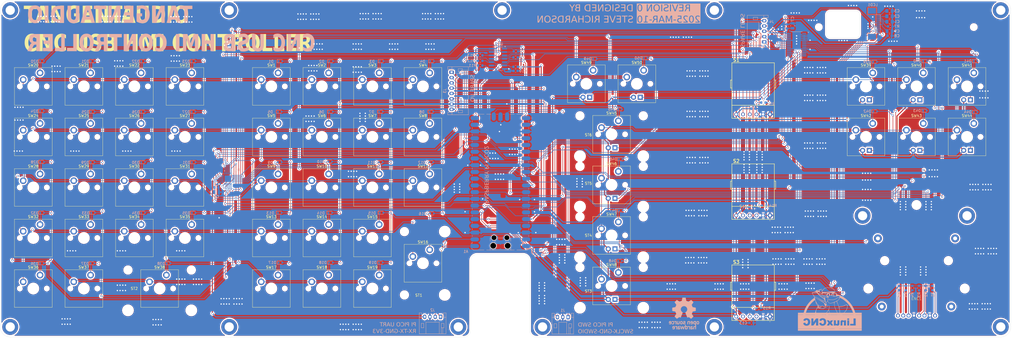
<source format=kicad_pcb>
(kicad_pcb (version 20241229) (generator "pcbnew") (generator_version "9.0")
  (layers (0 "F.Cu" signal) (2 "B.Cu" signal) (13 "F.Paste" user) (15 "B.Paste" user) (5 "F.SilkS" user "F.Silkscreen") (7 "B.SilkS" user "B.Silkscreen") (1 "F.Mask" user) (3 "B.Mask" user) (25 "Edge.Cuts" user))
  (net 0 "")
  (net 1 "+3V3")
  (net 2 "/KEY_INT")
  (net 4 "+5V")
  (net 5 "GND")
  (net 6 "/SHUTTLE_1")
  (net 7 "/JOG_A")
  (net 8 "/SHUTTLE_3")
  (net 9 "/SHUTTLE_2")
  (net 10 "/JOG_B")
  (net 11 "/SHUTTLE_0")
  (net 12 "Net-(LED1-K)")
  (net 13 "Net-(LED2-K)")
  (net 14 "Net-(LED3-K)")
  (net 15 "Net-(LED4-K)")
  (net 16 "Net-(LED5-K)")
  (net 17 "Net-(LED6-K)")
  (net 18 "Net-(LED9-K)")
  (net 19 "Net-(LED10-K)")
  (net 20 "Net-(LED11-K)")
  (net 21 "Net-(LED7-K)")
  (net 22 "Net-(LED12-K)")
  (net 24 "/ENC1_B")
  (net 25 "/ENC2_A")
  (net 26 "/LCD_A0")
  (net 27 "/I2C0_SDA")
  (net 28 "/UART0_TX")
  (net 29 "/SPI0_CS0")
  (net 30 "/PERIPH_RESET")
  (net 31 "/UART0_RX")
  (net 32 "/ENC0_B")
  (net 33 "/SPI0_DOUT")
  (net 34 "/ENC1_A")
  (net 35 "/ENC2_B")
  (net 36 "/ENC0_A")
  (net 37 "/SPI0_SCK")
  (net 38 "/I2C0_SCL")
  (net 39 "Net-(LED8-K)")
  (net 40 "Net-(LCD1-VSL)")
  (net 41 "Net-(LCD1-VCOMH)")
  (net 42 "Net-(LCD1-VSEGM)")
  (net 43 "Net-(LCD1-IREF)")
  (net 45 "/ENC0_SW")
  (net 46 "/ENC1_SW")
  (net 47 "/ENC2_SW")
  (net 48 "Net-(S1-OUTPUT_“A”)")
  (net 49 "Net-(S1-OUTPUT_“B”)")
  (net 50 "Net-(S2-OUTPUT_“A”)")
  (net 51 "Net-(S2-OUTPUT_“B”)")
  (net 52 "Net-(S3-OUTPUT_“B”)")
  (net 53 "Net-(S3-OUTPUT_“A”)")
  (net 54 "Net-(D1-K)")
  (net 55 "Net-(D2-K)")
  (net 56 "Net-(D3-K)")
  (net 57 "Net-(D4-K)")
  (net 58 "Net-(D5-K)")
  (net 59 "Net-(D6-K)")
  (net 60 "Net-(D7-K)")
  (net 61 "Net-(D8-K)")
  (net 62 "Net-(D9-K)")
  (net 63 "Net-(D10-K)")
  (net 64 "Net-(D11-K)")
  (net 65 "Net-(D12-K)")
  (net 66 "Net-(D13-K)")
  (net 67 "Net-(D14-K)")
  (net 68 "Net-(D15-K)")
  (net 69 "Net-(D16-K)")
  (net 70 "Net-(D17-K)")
  (net 71 "Net-(D18-K)")
  (net 72 "Net-(D19-K)")
  (net 73 "Net-(D20-K)")
  (net 74 "Net-(D21-K)")
  (net 75 "Net-(D22-K)")
  (net 76 "Net-(D23-K)")
  (net 77 "Net-(D24-K)")
  (net 78 "Net-(D25-K)")
  (net 79 "Net-(D26-K)")
  (net 80 "Net-(D27-K)")
  (net 81 "Net-(D28-K)")
  (net 82 "Net-(D29-K)")
  (net 83 "Net-(D30-K)")
  (net 84 "Net-(D31-K)")
  (net 85 "Net-(D32-K)")
  (net 86 "Net-(D33-K)")
  (net 87 "Net-(D34-K)")
  (net 88 "Net-(D35-K)")
  (net 89 "Net-(D36-K)")
  (net 90 "Net-(D37-K)")
  (net 91 "Net-(D38-K)")
  (net 92 "Net-(D39-K)")
  (net 93 "Net-(D40-K)")
  (net 94 "Net-(D41-K)")
  (net 95 "Net-(D42-K)")
  (net 96 "Net-(D43-K)")
  (net 97 "Net-(D44-K)")
  (net 98 "Net-(D45-K)")
  (net 99 "Net-(D46-K)")
  (net 100 "Net-(D47-K)")
  (net 101 "Net-(D48-K)")
  (net 102 "Net-(D49-K)")
  (net 103 "Net-(D50-K)")
  (net 104 "KEY_C0")
  (net 105 "KEY_C1")
  (net 106 "KEY_C2")
  (net 107 "KEY_C3")
  (net 108 "KEY_C4")
  (net 109 "KEY_C5")
  (net 110 "KEY_C6")
  (net 111 "KEY_C7")
  (net 112 "KEY_R0")
  (net 113 "KEY_R1")
  (net 114 "KEY_R2")
  (net 115 "KEY_R3")
  (net 116 "KEY_R4")
  (net 117 "KEY_R5")
  (net 118 "KEY_R6")
  (net 122 "Net-(A1-SWCLK)")
  (net 123 "Net-(A1-SWDIO)")
  (net 125 "/SPARE_LED13")
  (net 126 "/SPARE_LED14")
  (net 127 "/SPARE_LED12")
  (net 128 "/SPARE_LED15")
  (net 129 "/SPARE_GPIO28")
  (net 130 "/SPARE_GPIO27")
  (net 131 "/SPARE_GPIO26")
  (net 132 "/SPARE_GPIO18")
  (footprint "CNC-HMI:SW_Cherry_MX_PCB_1.00u" (layer "F.Cu") (at 261.62 75.225)
    (property "Reference" "SW50")
    (property "Value" "CHERRY_MX_PCB")
  )
  (footprint "CNC-HMI:SW_Cherry_MX_PCB_1.00u" (layer "F.Cu") (at 180.975 114.3)
    (property "Reference" "SW12")
    (property "Value" "CHERRY_MX_PCB")
  )
  (footprint "CNC-HMI:SW_Cherry_MX_PCB_1.00u" (layer "F.Cu") (at 161.925 76.2)
    (property "Reference" "SW3")
    (property "Value" "CHERRY_MX_PCB")
  )
  (footprint "CNC-HMI:SW_Cherry_MX_PCB_1.00u" (layer "F.Cu") (at 142.875 95.25)
    (property "Reference" "SW6")
    (property "Value" "CHERRY_MX_PCB")
  )
  (footprint "CNC-HMI:Stabilizer_Cherry_MX_2.00u" (layer "F.Cu") (at 252.095 94.275)
    (property "Reference" "ST6")
    (property "Value" "~")
  )
  (footprint "CNC-HMI:SW_Cherry_MX_PCB_2.00u_90deg" (layer "F.Cu") (at 180.975 142.875)
    (property "Reference" "SW16")
    (property "Value" "CHERRY_MX_PCB")
  )
  (footprint "MX_V2_Misc:MX-LED-Reversed" (layer "F.Cu") (at 386.08 95.25)
    (property "Reference" "LED6")
    (property "Value" "LED")
  )
  (footprint "CNC-HMI:SW_Cherry_MX_PCB_2.00u" (layer "F.Cu") (at 252.095 151.425)
    (property "Reference" "SW48")
    (property "Value" "CHERRY_MX_PCB")
  )
  (footprint "CNC-HMI:SW_Cherry_MX_PCB_1.00u" (layer "F.Cu") (at 72.198 95.25)
    (property "Reference" "SW26")
    (property "Value" "CHERRY_MX_PCB")
  )
  (footprint "CNC-HMI:SW_Cherry_MX_PCB_1.00u" (layer "F.Cu") (at 180.975 95.25)
    (property "Reference" "SW8")
    (property "Value" "CHERRY_MX_PCB")
  )
  (footprint "CNC-HMI:M3-Mounting Hole" (layer "F.Cu") (at 398.78 47.498)
    (property "Reference" "H10" (hide yes))
    (property "Value" "MountingHole" (hide yes))
  )
  (footprint "CNC-HMI:SW_Cherry_MX_PCB_1.00u" (layer "F.Cu") (at 123.825 114.3)
    (property "Reference" "SW9")
    (property "Value" "CHERRY_MX_PCB")
  )
  (footprint "CNC-HMI:M3-Mounting Hole" (layer "F.Cu") (at 398.78 166.878)
    (property "Reference" "H11" (hide yes))
    (property "Value" "MountingHole" (hide yes))
  )
  (footprint "CNC-HMI:SW_Cherry_MX_PCB_2.00u" (layer "F.Cu") (at 81.723 152.4)
    (property "Reference" "SW38")
    (property "Value" "CHERRY_MX_PCB")
  )
  (footprint "MX_V2_Misc:MX-LED-Reversed" (layer "F.Cu") (at 367.03 76.2)
    (property "Reference" "LED2")
    (property "Value" "LED")
  )
  (footprint "CNC-HMI:SW_Cherry_MX_PCB_1.00u" (layer "F.Cu") (at 242.57 75.225)
    (property "Reference" "SW49")
    (property "Value" "CHERRY_MX_PCB")
  )
  (footprint "MX_V2_Misc:MX-LED-Reversed" (layer "F.Cu") (at 367.03 95.25)
    (property "Reference" "LED5")
    (property "Value" "LED")
  )
  (footprint "CNC-HMI:SW_Cherry_MX_PCB_1.00u" (layer "F.Cu") (at 72.198 76.2)
    (property "Reference" "SW22")
    (property "Value" "CHERRY_MX_PCB")
  )
  (footprint "CNC-HMI:M2.5-Mounting Hole" (layer "F.Cu") (at 330.2 53.848)
    (property "Reference" "H16" (hide yes))
    (property "Value" "MountingHole")
  )
  (footprint "CNC-HMI:SW_Cherry_MX_PCB_1.00u" (layer "F.Cu") (at 72.198 133.35)
    (property "Reference" "SW34")
    (property "Value" "CHERRY_MX_PCB")
  )
  (footprint "CNC-HMI:SW_Cherry_MX_PCB_1.00u" (layer "F.Cu") (at 53.148 114.3)
    (property "Reference" "SW29")
    (property "Value" "CHERRY_MX_PCB")
  )
  (footprint "CNC-HMI:SW_Cherry_MX_PCB_1.00u" (layer "F.Cu") (at 123.825 133.35)
    (property "Reference" "SW13")
    (property "Value" "CHERRY_MX_PCB")
  )
  (footprint "CNC-HMI:SW_Cherry_MX_PCB_1.00u" (layer "F.Cu") (at 34.098 76.2)
    (property "Reference" "SW20")
    (property "Value" "CHERRY_MX_PCB")
  )
  (footprint "CNC-HMI:SW_Cherry_MX_PCB_1.00u" (layer "F.Cu") (at 34.098 95.25)
    (property "Reference" "SW24")
    (property "Value" "CHERRY_MX_PCB")
  )
  (footprint "CNC-HMI:SW_Cherry_MX_PCB_1.00u" (layer "F.Cu") (at 91.248 76.2)
    (property "Reference" "SW23")
    (property "Value" "CHERRY_MX_PCB")
  )
  (footprint "CNC-HMI:SW_Cherry_MX_PCB_1.00u" (layer "F.Cu") (at 386.08 95.25)
    (property "Reference" "SW44")
    (property "Value" "CHERRY_MX_PCB")
  )
  (footprint "CNC-HMI:SW_Cherry_MX_PCB_1.00u" (layer "F.Cu") (at 91.248 114.3)
    (property "Reference" "SW31")
    (property "Value" "CHERRY_MX_PCB")
  )
  (footprint "CNC-HMI:SW_Cherry_MX_PCB_1.00u" (layer "F.Cu") (at 72.198 114.3)
    (property "Reference" "SW30")
    (property "Value" "CHERRY_MX_PCB")
  )
  (footprint "CNC-HMI:SW_Cherry_MX_PCB_1.00u" (layer "F.Cu") (at 91.248 133.35)
    (property "Reference" "SW35")
    (property "Value" "CHERRY_MX_PCB")
  )
  (footprint "MX_V2_Misc:MX-LED-Reversed" (layer "F.Cu") (at 252.095 151.425)
    (property "Reference" "LED12")
    (property "Value" "LED")
  )
  (footprint "CNC-HMI:REC16K25201" (layer "F.Cu") (at 305.435 151.425)
    (property "Reference" "S3")
    (property "Value" "REC16K25-201" (hide yes))
  )
  (footprint "CNC-HMI:Stabilizer_Cherry_MX_2.00u" (layer "F.Cu") (at 180.975 142.875 90)
    (property "Reference" "ST1")
    (property "Value" "~")
  )
  (footprint "CNC-HMI:SW_Cherry_MX_PCB_1.00u" (layer "F.Cu") (at 142.875 114.3)
    (property "Reference" "SW10")
    (property "Value" "CHERRY_MX_PCB")
  )
  (footprint "MX_V2_Misc:MX-LED-Reversed" (layer "F.Cu") (at 347.98 95.25)
    (property "Reference" "LED4")
    (property "Value" "LED")
  )
  (footprint "CNC-HMI:SW_Cherry_MX_PCB_1.00u" (layer "F.Cu") (at 367.03 95.25)
    (property "Reference" "SW43")
    (property "Value" "CHERRY_MX_PCB")
  )
  (footprint "CNC-HMI:SW_Cherry_MX_PCB_1.00u" (layer "F.Cu") (at 180.975 76.2)
    (property "Reference" "SW4")
    (property "Value" "CHERRY_MX_PCB")
  )
  (footprint "CNC-HMI:SW_Cherry_MX_PCB_1.00u" (layer "F.Cu") (at 34.098 133.35)
    (property "Reference" "SW32")
    (property "Value" "CHERRY_MX_PCB")
  )
  (footprint "CNC-HMI:SW_Cherry_MX_PCB_1.00u" (layer "F.Cu") (at 123.825 76.2)
    (property "Reference" "SW1")
    (property "Value" "CHERRY_MX_PCB")
  )
  (footprint "CNC-HMI:M2.5-Mounting Hole" (layer "F.Cu") (at 388.62 53.848)
    (property "Reference" "H17" (hide yes))
    (property "Value" "MountingHole")
  )
  (footprint "CNC-HMI:SW_Cherry_MX_PCB_1.00u" (layer "F.Cu") (at 53.148 76.2)
    (property "Reference" "SW21")
    (property "Value" "CHERRY_MX_PCB")
  )
  (footprint "CNC-HMI:SW_Cherry_MX_PCB_1.00u" (layer "F.Cu") (at 34.098 152.4)
    (property "Reference" "SW36")
    (property "Value" "CHERRY_MX_PCB")
  )
  (footprint "CNC-HMI:SW_Cherry_MX_PCB_1.00u" (layer "F.Cu") (at 386.08 76.2)
    (property "Reference" "SW41")
    (property "Value" "CHERRY_MX_PCB")
  )
  (footprint "CNC-HMI:M3-Mounting Hole" (layer "F.Cu") (at 290.83 47.498)
    (property "Reference" "H9" (hide yes))
    (property "Value" "MountingHole" (hide yes))
  )
  (footprint "MX_V2_Misc:MX-LED-Reversed" (layer "F.Cu") (at 261.62 75.225)
    (property "Reference" "LED8")
    (property "Value" "LED")
  )
  (footprint "CNC-HMI:SW_Cherry_MX_PCB_1.00u" (layer "F.Cu") (at 53.148 95.25)
    (property "Reference" "SW25")
    (property "Value" "CHERRY_MX_PCB")
  )
  (footprint "CNC-HMI:Stabilizer_Cherry_MX_2.00u" (layer "F.Cu") (at 252.095 132.375)
    (property "Reference" "ST4")
    (property "Value" "~")
  )
  (footprint "CNC-HMI:SW_Cherry_MX_PCB_1.00u" (layer "F.Cu") (at 142.875 152.4)
    (property "Reference" "SW18")
    (property "Value" "CHERRY_MX_PCB")
  )
  (footprint "MX_V2_Misc:MX-LED-Reversed" (layer "F.Cu") (at 386.08 76.2)
    (property "Reference" "LED3")
    (property "Value" "LED")
  )
  (footprint "CNC-HMI:SW_Cherry_MX_PCB_1.00u" (layer "F.Cu") (at 34.098 114.3)
    (property "Reference" "SW28")
    (property "Value" "CHERRY_MX_PCB")
  )
  (footprint "CNC-HMI:M3-Mounting Hole" (layer "F.Cu") (at 25.4 166.878)
    (property "Reference" "H2" (hide yes))
    (property "Value" "MountingHole" (hide yes))
  )
  (footprint "CNC-HMI:M3-Mounting Hole" (layer "F.Cu") (at 107.95 166.878)
    (property "Reference" "H4" (hide yes))
    (property "Value" "MountingHole" (hide yes))
  )
  (footprint "CNC-HMI:SW_Cherry_MX_PCB_1.00u" (layer "F.Cu") (at 91.248 95.25)
    (property "Reference" "SW27")
    (property "Value" "CHERRY_MX_PCB")
  )
  (footprint "CNC-HMI:M3-Mounting Hole" (layer "F.Cu") (at 107.95 47.498)
    (property "Reference" "H3" (hide yes))
    (property "Value" "MountingHole" (hide yes))
  )
  (footprint "CNC-HMI:SW_Cherry_MX_PCB_1.00u" (layer "F.Cu") (at 367.03 76.2)
    (property "Reference" "SW40")
    (property "Value" "CHERRY_MX_PCB")
  )
  (footprint "MX_V2_Misc:MX-LED-Reversed" (layer "F.Cu") (at 252.095 113.325)
    (property "Reference" "LED10")
    (property "Value" "LED")
  )
  (footprint "MX_V2_Misc:MX-LED-Reversed" (layer "F.Cu") (at 242.57 75.225)
    (property "Reference" "LED7")
    (property "Value" "LED")
  )
  (footprint "CNC-HMI:SW_Cherry_MX_PCB_1.00u" (layer "F.Cu") (at 161.925 114.3)
    (property "Reference" "SW11")
    (property "Value" "CHERRY_MX_PCB")
  )
  (footprint "CNC-HMI:SW_Cherry_MX_PCB_2.00u" (layer "F.Cu") (at 252.095 113.325)
    (property "Reference" "SW46")
    (property "Value" "CHERRY_MX_PCB")
  )
  (footprint "CNC-HMI:Stabilizer_Cherry_MX_2.00u" (layer "F.Cu") (at 252.095 113.325)
    (property "Reference" "ST5")
    (property "Value" "~")
  )
  (footprint "CNC-HMI:SW_Cherry_MX_PCB_1.00u" (layer "F.Cu") (at 123.825 152.4)
    (property "Reference" "SW17")
    (property "Value" "CHERRY_MX_PCB")
  )
  (footprint "CNC-HMI:SW_Cherry_MX_PCB_2.00u" (layer "F.Cu") (at 252.095 94.275)
    (property "Reference" "SW45")
    (property "Value" "CHERRY_MX_PCB")
  )
  (footprint "CNC-HMI:SW_Cherry_MX_PCB_1.00u" (layer "F.Cu") (at 142.875 76.2)
    (property "Reference" "SW2")
    (property "Value" "CHERRY_MX_PCB")
  )
  (footprint "MX_V2_Misc:MX-LED-Reversed" (layer "F.Cu") (at 252.095 132.375)
    (property "Reference" "LED11")
    (property "Value" "LED")
  )
  (footprint "CNC-HMI:REC16K25201" (layer "F.Cu") (at 305.435 113.325)
    (property "Reference" "S2")
    (property "Value" "REC16K25-201" (hide yes))
  )
  (footprint "MX_V2_Misc:MX-LED-Reversed" (layer "F.Cu") (at 252.095 94.275)
    (property "Reference" "LED9")
    (property "Value" "LED")
  )
  (footprint "CNC-HMI:SW_Cherry_MX_PCB_1.00u" (layer "F.Cu") (at 123.825 95.25)
    (property "Reference" "SW5")
    (property "Value" "CHERRY_MX_PCB")
  )
  (footprint "CNC-HMI:SW_Cherry_MX_PCB_1.00u" (layer "F.Cu") (at 142.875 133.35)
    (property "Reference" "SW14")
    (property "Value" "CHERRY_MX_PCB")
  )
  (footprint "CNC-HMI:SW_Cherry_MX_PCB_1.00u" (layer "F.Cu") (at 53.148 133.35)
    (property "Reference" "SW33")
    (property "Value" "CHERRY_MX_PCB")
  )
  (footprint "CNC-HMI:SW_Cherry_MX_PCB_1.00u" (layer "F.Cu") (at 347.98 95.25)
    (property "Reference" "SW42")
    (property "Value" "CHERRY_MX_PCB")
  )
  (footprint "CNC-HMI:SW_Cherry_MX_PCB_2.00u" (layer "F.Cu") (at 252.095 132.375)
    (property "Reference" "SW47")
    (property "Value" "CHERRY_MX_PCB")
  )
  (footprint "CNC-HMI:M3-Mounting Hole" (layer "F.Cu") (at 386.08 124.968)
    (property "Reference" "H15" (hide yes))
    (property "Value" "MountingHole" (hide yes))
  )
  (footprint "MX_V2_Misc:MX-LED-Reversed" (layer "F.Cu") (at 347.98 76.2)
    (property "Reference" "LED1")
    (property "Value" "LED")
  )
  (footprint "CNC-HMI:M3-Mounting Hole" (layer "F.Cu") (at 210.82 47.498)
    (property "Reference" "H5" (hide yes))
    (property "Value" "MountingHole" (hide yes))
  )
  (footprint "CNC-HMI:M3-Mounting Hole" (layer "F.Cu") (at 194.31 166.878)
    (property "Reference" "H6" (hide yes))
    (property "Value" "MountingHole" (hide yes))
  )
  (footprint "CNC-HMI:SW_Cherry_MX_PCB_1.00u" (layer "F.Cu") (at 53.148 152.4)
    (property "Reference" "SW37")
    (property "Value" "CHERRY_MX_PCB")
  )
  (footprint "CNC-HMI:M3-Mounting Hole" (layer "F.Cu") (at 290.83 166.878)
    (property "Reference" "H8" (hide yes))
    (property "Value" "MountingHole" (hide yes))
  )
  (footprint "CNC-HMI:Stabilizer_Cherry_MX_2.00u" (layer "F.Cu") (at 81.723 152.4)
    (property "Reference" "ST2")
    (property "Value" "~")
  )
  (footprint "CNC-HMI:SW_Cherry_MX_PCB_1.00u" (layer "F.Cu") (at 161.925 152.4)
    (property "Reference" "SW19")
    (property "Value" "CHERRY_MX_PCB")
  )
  (footprint "CNC-HMI:M3-Mounting Hole" (layer "F.Cu") (at 25.4 47.498)
    (property "Reference" "H1" (hide yes))
    (property "Value" "MountingHole" (hide yes))
  )
  (footprint "CNC-HMI:Stabilizer_Cherry_MX_2.00u" (layer "F.Cu") (at 252.095 151.425)
    (property "Reference" "ST3")
    (property "Value" "~")
  )
  (footprint "CNC-HMI:REC16K25201" (layer "F.Cu") (at 305.435 75.225)
    (property "Reference" "S1")
    (property "Value" "REC16K25-201" (hide yes))
  )
  (footprint "CNC-HMI:SW_Cherry_MX_PCB_1.00u" (layer "F.Cu") (at 161.925 95.25)
    (property "Reference" "SW7")
    (property "Value" "CHERRY_MX_PCB")
  )
  (footprint "CNC-HMI:M3-Mounting Hole" (layer "F.Cu") (at 226.06 166.878)
    (property "Reference" "H7" (hide yes))
    (property "Value" "MountingHole" (hide yes))
  )
  (footprint "CNC-HMI:M3-Mounting Hole" (layer "F.Cu") (at 346.71 124.968)
    (property "Reference" "H14" (hide yes))
    (property "Value" "MountingHole" (hide yes))
  )
  (footprint "CNC-HMI:SRGPHJ3200" (layer "F.Cu") (at 367.03 141.9)
    (property "Reference" "ENC1")
    (property "Value" "SRGPHJ3200")
  )
  (footprint "CNC-HMI:SW_Cherry_MX_PCB_1.00u" (layer "F.Cu") (at 161.925 133.35)
    (property "Reference" "SW15")
    (property "Value" "CHERRY_MX_PCB")
  )
  (footprint "CNC-HMI:SW_Cherry_MX_PCB_1.00u" (layer "F.Cu") (at 347.98 76.2)
    (property "Reference" "SW39")
    (property "Value" "CHERRY_MX_PCB")
  )
  (footprint "Capacitor_SMD:C_0603_1608Metric" (layer "B.Cu") (at 356.87 57.15)
    (property "Reference" "C8")
    (property "Value" "0.1uF")
  )
  (footprint "Diode_SMD:D_SOD-523" (layer "B.Cu") (at 165.1 104.775)
    (property "Reference" "D11")
    (property "Value" "D_Small")
  )
  (footprint "Capacitor_SMD:C_0603_1608Metric" (layer "B.Cu") (at 103.124 114.3)
    (property "Reference" "C4")
    (property "Value" "0.1uF")
  )
  (footprint "Diode_SMD:D_SOD-523" (layer "B.Cu") (at 56.642 123.825)
    (property "Reference" "D33")
    (property "Value" "D_Small")
  )
  (footprint "Resistor_SMD:R_0603_1608Metric" (layer "B.Cu") (at 307.594 159.766 180)
    (property "Reference" "R15")
    (property "Value" "10K")
  )
  (footprint "CNC-HMI:ER-CON14HT-1" (layer "B.Cu") (at 352.552 52.622 90)
    (property "Reference" "LCD1")
    (property "Value" "~")
  )
  (footprint "Resistor_SMD:R_0603_1608Metric" (layer "B.Cu") (at 357.124 53.594 180)
    (property "Reference" "R7")
    (property "Value" "R_IREF")
  )
  (footprint "Diode_SMD:D_SOD-523" (layer "B.Cu") (at 94.55 104.775)
    (property "Reference" "D31")
    (property "Value" "D_Small")
  )
  (footprint "Symbol:OSHW-Logo_11.4x12mm_SilkScreen" (layer "B.Cu") (at 279.4 161.798 180)
    (property "Reference" "LOGO2" (hide yes))
    (property "Value" "Logo_Open_Hardware_Small" (hide yes))
  )
  (footprint "Connector_JST:JST_PH_S4B-PH-K_1x04_P2.00mm_Horizontal" (layer "B.Cu") (at 187.61 163.068 180)
    (property "Reference" "J2")
    (property "Value" "Conn_01x04")
  )
  (footprint "Diode_SMD:D_SOD-523" (layer "B.Cu") (at 146.05 123.825)
    (property "Reference" "D14")
    (property "Value" "D_Small")
  )
  (footprint "Capacitor_SMD:C_0805_2012Metric_Pad1.18x1.45mm_HandSolder" (layer "B.Cu") (at 356.87 47.752 180)
    (property "Reference" "C3")
    (property "Value" "C_VSEGM")
  )
  (footprint "Diode_SMD:D_SOD-523" (layer "B.Cu") (at 165.354 66.675)
    (property "Reference" "D3")
    (property "Value" "D_Small")
  )
  (footprint "Diode_SMD:D_SOD-523" (layer "B.Cu") (at 184.404 66.675)
    (property "Reference" "D4")
    (property "Value" "D_Small")
  )
  (footprint "Resistor_SMD:R_0603_1608Metric" (layer "B.Cu") (at 367.979 152.21 -90)
    (property "Reference" "R3")
    (property "Value" "10K")
  )
  (footprint "Capacitor_SMD:C_0805_2012Metric" (layer "B.Cu") (at 320.294 53.34 90)
    (property "Reference" "C7")
    (property "Value" "1uF")
  )
  (footprint "Diode_SMD:D_SOD-523" (layer "B.Cu") (at 94.55 123.825)
    (property "Reference" "D35")
    (property "Value" "D_Small")
  )
  (footprint "Diode_SMD:D_SOD-523" (layer "B.Cu") (at 245.81 65.786)
    (property "Reference" "D49")
    (property "Value" "D_Small")
  )
  (footprint "Capacitor_SMD:C_0805_2012Metric" (layer "B.Cu") (at 356.87 55.372)
    (property "Reference" "C9")
    (property "Value" "1uF")
  )
  (footprint "Capacitor_SMD:C_0805_2012Metric" (layer "B.Cu") (at 103.124 116.078)
    (property "Reference" "C5")
    (property "Value" "1uF")
  )
  (footprint "Diode_SMD:D_SOD-523" (layer "B.Cu") (at 56.45 104.775)
    (property "Reference" "D29")
    (property "Value" "D_Small")
  )
  (footprint "Diode_SMD:D_SOD-523" (layer "B.Cu") (at 255.586 122.936)
    (property "Reference" "D47")
    (property "Value" "D_Small")
  )
  (footprint "Resistor_SMD:R_0603_1608Metric" (layer "B.Cu") (at 362.959 152.21 -90)
    (property "Reference" "R5")
    (property "Value" "10K")
  )
  (footprint "Diode_SMD:D_SOD-523" (layer "B.Cu") (at 127.254 142.621)
    (property "Reference" "D17")
    (property "Value" "D_Small")
  )
  (footprint "Diode_SMD:D_SOD-523" (layer "B.Cu") (at 184.15 85.725)
    (property "Reference" "D8")
    (property "Value" "D_Small")
  )
  (footprint "Resistor_SMD:R_0603_1608Metric" (layer "B.Cu") (at 215.9 68.834 180)
    (property "Reference" "R10")
    (property "Value" "10K")
  )
  (footprint "Diode_SMD:D_SOD-523" (layer "B.Cu") (at 37.338 85.471)
    (property "Reference" "D24")
    (property "Value" "D_Small")
  )
  (footprint "Diode_SMD:D_SOD-523" (layer "B.Cu") (at 146.304 142.621)
    (property "Reference" "D18")
    (property "Value" "D_Small")
  )
  (footprint "Diode_SMD:D_SOD-523" (layer "B.Cu") (at 56.388 142.875)
    (property "Reference" "D37")
    (property "Value" "D_Small")
  )
  (footprint "Connector_JST:JST_PH_S8B-PH-K_1x08_P2.00mm_Horizontal" (layer "B.Cu") (at 191.77 70.866 -90)
    (property "Reference" "J3")
    (property "Value" "Conn_01x08")
  )
  (footprint "Diode_SMD:D_SOD-523" (layer "B.Cu") (at 165.1 142.621)
    (property "Reference" "D19")
    (property "Value" "D_Small")
  )
  (footprint "Diode_SMD:D_SOD-523" (layer "B.Cu") (at 85.09 142.875)
    (property "Reference" "D38")
    (property "Value" "D_Small")
  )
  (footprint "Resistor_SMD:R_0603_1608Metric" (layer "B.Cu") (at 309.626 121.158 180)
    (property "Reference" "R14")
    (property "Value" "10K")
  )
  (footprint "Diode_SMD:D_SOD-523" (layer "B.Cu") (at 56.45 66.675)
    (property "Reference" "D21")
    (property "Value" "D_Small")
  )
  (footprint "Capacitor_SMD:C_0603_1608Metric" (layer "B.Cu") (at 305.562 84.582)
    (property "Reference" "C11")
    (property "Value" "0.1uF")
  )
  (footprint "Capacitor_SMD:C_0603_1608Metric" (layer "B.Cu") (at 318.262 53.594 90)
    (property "Reference" "C6")
    (property "Value" "0.1uF")
  )
  (footprint "Diode_SMD:D_SOD-523" (layer "B.Cu") (at 37.338 142.875)
    (property "Reference" "D36")
    (property "Value" "D_Small")
  )
  (footprint "Diode_SMD:D_SOD-523" (layer "B.Cu") (at 370.205 85.344)
    (property "Reference" "D43")
    (property "Value" "D_Small")
  )
  (footprint "Diode_SMD:D_SOD-523" (layer "B.Cu") (at 37.4 104.648)
    (property "Reference" "D28")
    (property "Value" "D_Small")
  )
  (footprint "Diode_SMD:D_SOD-523" (layer "B.Cu") (at 37.4 66.675)
    (property "Reference" "D20")
    (property "Value" "D_Small")
  )
  (footprint "Diode_SMD:D_SOD-523" (layer "B.Cu") (at 94.488 85.725)
    (property "Reference" "D27")
    (property "Value" "D_Small")
  )
  (footprint "Diode_SMD:D_SOD-523" (layer "B.Cu") (at 389.317 66.675)
    (property "Reference" "D41")
    (property "Value" "D_Small")
  )
  (footprint "Resistor_SMD:R_0603_1608Metric" (layer "B.Cu") (at 370.489 152.21 -90)
    (property "Reference" "R2")
    (property "Value" "10K")
  )
  (footprint "Diode_SMD:D_SOD-523" (layer "B.Cu") (at 127.254 66.675)
    (property "Reference" "D1")
    (property "Value" "D_Small")
  )
  (footprint "CNC-HMI:LinuxCNC Logo" (layer "B.Cu") (at 335.28 161.798 180)
    (property "Reference" "LOGO1" (hide yes))
    (property "Value" "~")
  )
  (footprint "Resistor_SMD:R_0603_1608Metric" (layer "B.Cu") (at 216.024 62.992 180)
    (property "Reference" "R8")
    (property "Value" "10K")
  )
  (footprint "Connector_JST:JST_PH_S3B-PH-K_1x03_P2.00mm_Horizontal" (layer "B.Cu") (at 235.68 163.158 180)
    (property "Reference" "J1")
    (property "Value" "Conn_01x03")
  )
  (footprint "CNC-HMI:RaspberryPi_Pico2_SMD_HandSolder" (layer "B.Cu") (at 210.185 112.268)
    (property "Reference" "A1")
    (property "Value" "RaspberryPi_Pico")
  )
  (footprint "Package_SO:SOIC-14_3.9x8.7mm_P1.27mm" (layer "B.Cu") (at 209.231 65.786 180)
    (property "Reference" "U3")
    (property "Value" "74LCX07")
  )
  (footprint "Diode_SMD:D_SOD-523" (layer "B.Cu") (at 94.488 66.675)
    (property "Reference" "D23")
    (property "Value" "D_Small")
  )
  (footprint "Diode_SMD:D_SOD-523" (layer "B.Cu") (at 75.5 104.775)
    (property "Reference" "D30")
    (property "Value" "D_Small")
  )
  (footprint "Diode_SMD:D_SOD-523" (layer "B.Cu") (at 37.4 123.825)
    (property "Reference" "D32")
    (property "Value" "D_Small")
  )
  (footprint "Resistor_SMD:R_0603_1608Metric" (layer "B.Cu") (at 372.999 152.21 -90)
    (property "Reference" "R1")
    (property "Value" "10K")
  )
  (footprint "Diode_SMD:D_SOD-523" (layer "B.Cu") (at 56.512 85.725)
    (property "Reference" "D25")
    (property "Value" "D_Small")
  )
  (footprint "Resistor_SMD:R_0603_1608Metric" (layer "B.Cu") (at 215.9 65.278 180)
    (property "Reference" "R9")
    (property "Value" "10K")
  )
  (footprint "Diode_SMD:D_SOD-523" (layer "B.Cu") (at 146.304 85.725)
    (property "Reference" "D6")
    (property "Value" "D_Small")
  )
  (footprint "Diode_SMD:D_SOD-523" (layer "B.Cu") (at 75.5 85.725)
    (property "Reference" "D26")
    (property "Value" "D_Small")
  )
  (footprint "Diode_SMD:D_SOD-523" (layer "B.Cu") (at 264.922 65.532)
    (property "Reference" "D50")
    (property "Value" "D_Small")
  )
  (footprint "Resistor_SMD:R_0603_1608Metric" (layer "B.Cu") (at 360.449 152.21 -90)
    (property "Reference" "R6")
    (property "Value" "10K")
  )
  (footprint "Diode_SMD:D_SOD-523" (layer "B.Cu") (at 75.5 66.675)
    (property "Reference" "D22")
    (property "Value" "D_Small")
  )
  (footprint "Diode_SMD:D_SOD-523" (layer "B.Cu") (at 184.404 124.079)
    (property "Reference" "D16")
    (property "Value" "D_Small")
  )
  (footprint "Diode_SMD:D_SOD-523" (layer "B.Cu") (at 127 123.825)
    (property "Reference" "D13")
    (property "Value" "D_Small")
  )
  (footprint "Capacitor_SMD:C_0603_1608Metric" (layer "B.Cu") (at 304.8 165.354)
    (property "Reference" "C13")
    (property "Value" "0.1uF")
  )
  (footprint "Resistor_SMD:R_0603_1608Metric" (layer "B.Cu") (at 202.562 64.516)
    (property "Reference" "R13")
    (property "Value" "10K")
  )
  (footprint "Diode_SMD:D_SOD-523" (layer "B.Cu") (at 255.524 103.632)
    (property "Reference" "D46")
    (property "Value" "D_Small")
  )
  (footprint "CNC-HMI:QFN50P400X400X80-25N" (layer "B.Cu") (at 107.43 110.998 -90)
    (property "Reference" "U1")
    (property "Value" "TCA8418RTWR")
  )
  (footprint "Diode_SMD:D_SOD-523" (layer "B.Cu") (at 127 104.775)
    (property "Reference" "D9")
    (property "Value" "D_Small")
  )
  (footprint "Diode_SMD:D_SOD-523" (layer "B.Cu") (at 146.366 66.675)
    (property "Reference" "D2")
    (property "Value" "D_Small")
  )
  (footprint "Diode_SMD:D_SOD-523" (layer "B.Cu") (at 127 85.725)
    (property "Reference" "D5")
    (property "Value" "D_Small")
  )
  (footprint "Capacitor_SMD:C_0805_2012Metric_Pad1.18x1.45mm_HandSolder" (layer "B.Cu") (at 356.87 51.816 180)
    (property "Reference" "C1")
    (property "Value" "C_VSL")
  )
  (footprint "Diode_SMD:D_SOD-523" (layer "B.Cu") (at 75.5 123.825)
    (property "Reference" "D34")
    (property "Value" "D_Small")
  )
  (footprint "Diode_SMD:D_SOD-523" (layer "B.Cu") (at 146.05 104.521)
    (property "Reference" "D10")
    (property "Value" "D_Small")
  )
  (footprint "Capacitor_SMD:C_0805_2012Metric_Pad1.18x1.45mm_HandSolder" (layer "B.Cu") (at 356.87 49.784 180)
    (property "Reference" "C2")
    (property "Value" "C_VCOMH")
  )
  (footprint "Resistor_SMD:R_0603_1608Metric" (layer "B.Cu") (at 202.562 66.548)
    (property "Reference" "R12")
    (property "Value" "10K")
  )
  (footprint "Diode_SMD:D_SOD-523" (layer "B.Cu") (at 165.354 123.825)
    (property "Reference" "D15")
    (property "Value" "D_Small")
  )
  (footprint "Diode_SMD:D_SOD-523" (layer "B.Cu") (at 389.317 85.852)
    (property "Reference" "D44")
    (property "Value" "D_Small")
  )
  (footprint "Diode_SMD:D_SOD-523" (layer "B.Cu") (at 351.409 66.929)
    (property "Reference" "D39")
    (property "Value" "D_Small")
  )
  (footprint "CNC-HMI:SOP65P640X120-28N" (layer "B.Cu") (at 321.818 60.452 180)
    (property "Reference" "U2")
    (property "Value" "TLC59116FIPWR")
  )
  (footprint "Diode_SMD:D_SOD-523" (layer "B.Cu") (at 184.15 104.775)
    (property "Reference" "D12")
    (property "Value" "D_Small")
  )
  (footprint "Diode_SMD:D_SOD-523" (layer "B.Cu") (at 165.162 85.725)
    (property "Reference" "D7")
    (property "Value" "D_Small")
  )
  (footprint "Diode_SMD:D_SOD-523" (layer "B.Cu") (at 351.471 85.598)
    (property "Reference" "D42")
    (property "Value" "D_Small")
  )
  (footprint "Resistor_SMD:R_0603_1608Metric" (layer "B.Cu") (at 309.309 82.296 180)
    (property "Reference" "R16")
    (property "Value" "10K")
  )
  (footprint "Capacitor_SMD:C_0603_1608Metric" (layer "B.Cu") (at 304.8 121.666)
    (property "Reference" "C12")
    (property "Value" "0.1uF")
  )
  (footprint "Diode_SMD:D_SOD-523" (layer "B.Cu") (at 370.267 66.675)
    (property "Reference" "D40")
    (property "Value" "D_Small")
  )
  (footprint "Resistor_SMD:R_0603_1608Metric" (layer "B.Cu") (at 202.562 68.326)
    (property "Reference" "R11")
    (property "Value" "10K")
  )
  (footprint "Connector_JST:JST_PH_S5B-PH-K_1x05_P2.00mm_Horizontal" (layer "B.Cu") (at 309.626 59.436 90)
    (property "Reference" "J4")
    (property "Value" "Conn_01x05")
  )
  (footprint "Diode_SMD:D_SOD-523" (layer "B.Cu") (at 255.27 141.986)
    (property "Reference" "D48")
    (property "Value" "D_Small")
  )
  (footprint "Diode_SMD:D_SOD-523" (layer "B.Cu") (at 255.27 84.836)
    (property "Reference" "D45")
    (property "Value" "D_Small")
  )
  (footprint "Capacitor_SMD:C_0603_1608Metric" (layer "B.Cu") (at 215.9 70.358 180)
    (property "Reference" "C10")
    (property "Value" "0.1uF")
  )
  (footprint "Resistor_SMD:R_0603_1608Metric" (layer "B.Cu") (at 365.469 152.21 -90)
    (property "Reference" "R4")
    (property "Value" "10K")
  )
  (gr_line (start 198.882 141.986) (end 198.882 168.148) (stroke (width 0.05)) (layer "Edge.Cuts"))
  (gr_line (start 196.342 170.688) (end 25.4 170.688) (stroke (width 0.05)) (layer "Edge.Cuts"))
  (gr_arc (start 25.4 170.688) (mid 22.705923 169.572077) (end 21.59 166.878) (stroke (width 0.05)) (layer "Edge.Cuts"))
  (gr_line (start 332.994 49.276) (end 332.994 56.388) (stroke (width 0.05)) (layer "Edge.Cuts"))
  (gr_arc (start 21.59 47.498) (mid 22.705923 44.803923) (end 25.4 43.688) (stroke (width 0.05)) (layer "Edge.Cuts"))
  (gr_line (start 221.234 141.986) (end 221.234 168.148) (stroke (width 0.05)) (layer "Edge.Cuts"))
  (gr_arc (start 332.994 49.276) (mid 333.440369 48.198369) (end 334.518 47.752) (stroke (width 0.05)) (layer "Edge.Cuts"))
  (gr_arc (start 218.694 139.446) (mid 220.490051 140.189949) (end 221.234 141.986) (stroke (width 0.05)) (layer "Edge.Cuts"))
  (gr_line (start 25.4 43.688) (end 398.78 43.688) (stroke (width 0.05)) (layer "Edge.Cuts"))
  (gr_line (start 345.694 56.388) (end 345.694 49.276) (stroke (width 0.05)) (layer "Edge.Cuts"))
  (gr_line (start 402.59 47.498) (end 402.59 166.878) (stroke (width 0.05)) (layer "Edge.Cuts"))
  (gr_line (start 398.78 170.688) (end 223.774 170.688) (stroke (width 0.05)) (layer "Edge.Cuts"))
  (gr_arc (start 398.78 43.688) (mid 401.474077 44.803923) (end 402.59 47.498) (stroke (width 0.05)) (layer "Edge.Cuts"))
  (gr_line (start 344.17 47.752) (end 334.518 47.752) (stroke (width 0.05)) (layer "Edge.Cuts"))
  (gr_line (start 334.518 57.912) (end 344.17 57.912) (stroke (width 0.05)) (layer "Edge.Cuts"))
  (gr_arc (start 344.17 47.752) (mid 345.247631 48.198369) (end 345.694 49.276) (stroke (width 0.05)) (layer "Edge.Cuts"))
  (gr_arc (start 402.59 166.878) (mid 401.474077 169.572077) (end 398.78 170.688) (stroke (width 0.05)) (layer "Edge.Cuts"))
  (gr_line (start 218.694 139.446) (end 201.422 139.446) (stroke (width 0.05)) (layer "Edge.Cuts"))
  (gr_arc (start 345.694 56.388) (mid 345.247631 57.465631) (end 344.17 57.912) (stroke (width 0.05)) (layer "Edge.Cuts"))
  (gr_arc (start 198.882 141.986) (mid 199.625949 140.189949) (end 201.422 139.446) (stroke (width 0.05)) (layer "Edge.Cuts"))
  (gr_line (start 21.59 166.878) (end 21.59 47.498) (stroke (width 0.05)) (layer "Edge.Cuts"))
  (gr_arc (start 223.774 170.688) (mid 221.977949 169.944051) (end 221.234 168.148) (stroke (width 0.05)) (layer "Edge.Cuts"))
  (gr_arc (start 334.518 57.912) (mid 333.440369 57.465631) (end 332.994 56.388) (stroke (width 0.05)) (layer "Edge.Cuts"))
  (gr_arc (start 198.882 168.148) (mid 198.138051 169.944051) (end 196.342 170.688) (stroke (width 0.05)) (layer "Edge.Cuts"))
  (gr_text "TANGENTAUDIO\nCNC USB HMI CONTROLLER" (at 30.48 64.008 0) (layer "F.SilkS") (effects (font (size 6.35 5.08) (thickness 0.3) (bold yes)) (justify left bottom)))
  (gr_text "SPARE LEDS" (at 300.482 48.768 270) (layer "B.SilkS") (effects (font (size 1.5 1.5) (thickness 0.1)) (justify right bottom mirror)))
  (gr_text "REVISION 0\n2025-MAR-10" (at 261.62 52.578 0) (layer "B.SilkS" knockout) (effects (font (size 2.54 2.54) (thickness 0.1)) (justify right bottom mirror)))
  (gr_text "DESIGNED BY\nSTEVE RICHARDSON" (at 260.35 52.578 0) (layer "B.SilkS") (effects (font (size 2.54 2.54) (thickness 0.1)) (justify left bottom mirror)))
  (gr_text "RASPBERRY PI PICO2" (at 203.962 120.396 270) (layer "B.SilkS") (effects (font (size 1.5 1.5) (thickness 0.1)) (justify left bottom mirror)))
  (gr_text "TANGENTAUDIO\nCNC USB HMI CONTROLLER" (at 31.75 64.008 0) (layer "B.SilkS") (effects (font (size 6.35 5.08) (thickness 0.3) (bold yes)) (justify right bottom mirror)))
  (gr_text "SPARE I/O" (at 200.66 82.042 90) (layer "B.SilkS") (effects (font (size 1.5 1.5) (thickness 0.1)) (justify right bottom mirror)))
  (gr_text "PI PICO SWD\nSWCLK-GND-SWDIO\n" (at 239.395 169.518 0) (layer "B.SilkS") (effects (font (size 1.5 1.5) (thickness 0.1)) (justify right bottom mirror)))
  (gr_text "PI PICO UART\nRX-TX-GND-3V3\n" (at 178.435 169.428 0) (layer "B.SilkS") (effects (font (size 1.5 1.5) (thickness 0.1)) (justify left bottom mirror)))
  (segment (start 101.5895 111.960443) (end 101.5895 161.7875) (width 0.381) (layer "F.Cu") (net 1))
  (segment (start 218.44 61.468) (end 218.44 62.992) (width 0.381) (layer "F.Cu") (net 1))
  (segment (start 102.082377 100.355623) (end 102.362 100.076) (width 0.254) (layer "F.Cu") (net 1))
  (segment (start 311.15 56.388) (end 311.404 56.134) (width 0.381) (layer "F.Cu") (net 1))
  (segment (start 222.25 126.238) (end 225.552 122.936) (width 0.381) (layer "F.Cu") (net 1))
  (segment (start 193.294 92.456) (end 193.294 84.836) (width 0.254) (layer "F.Cu") (net 1))
  (segment (start 218.44 62.992) (end 218.44 65.278) (width 0.381) (layer "F.Cu") (net 1))
  (segment (start 102.082377 111.467566) (end 102.082377 100.355623) (width 0.254) (layer "F.Cu") (net 1))
  (segment (start 101.5895 161.7875) (end 101.6 161.798) (width 0.381) (layer "F.Cu") (net 1))
  (segment (start 193.294 73.406) (end 195.58 71.12) (width 0.254) (layer "F.Cu") (net 1))
  (segment (start 200.914 67.564) (end 200.914 64.516) (width 0.381) (layer "F.Cu") (net 1))
  (segment (start 200.914 61.964) (end 200.914 64.516) (width 0.381) (layer "F.Cu") (net 1))
  (segment (start 200.914 70.612) (end 200.914 67.564) (width 0.381) (layer "F.Cu") (net 1))
  (segment (start 310.388 122.174) (end 310.388 83.058) (width 0.381) (layer "F.Cu") (net 1))
  (segment (start 193.294 80.01) (end 193.294 73.406) (width 0.254) (layer "F.Cu") (net 1))
  (segment (start 308.356 158.496) (end 310.388 156.464) (width 0.381) (layer "F.Cu") (net 1))
  (segment (start 193.294 84.836) (end 193.294 80.01) (width 0.254) (layer "F.Cu") (net 1))
  (segment (start 225.552 122.936) (end 225.552 122.428) (width 0.381) (layer "F.Cu") (net 1))
  (segment (start 311.15 82.296) (end 311.15 56.388) (width 0.381) (layer "F.Cu") (net 1))
  (segment (start 310.388 83.058) (end 311.15 82.296) (width 0.381) (layer "F.Cu") (net 1))
  (segment (start 310.388 156.464) (end 310.388 122.174) (width 0.381) (layer "F.Cu") (net 1))
  (segment (start 218.44 65.278) (end 217.932 65.786) (width 0.381) (layer "F.Cu") (net 1))
  (segment (start 225.552 122.428) (end 225.552 68.326) (width 0.381) (layer "F.Cu") (net 1))
  (segment (start 102.082377 111.467566) (end 101.5895 111.960443) (width 0.381) (layer "F.Cu") (net 1))
  (segment (start 217.932 65.786) (end 217.932 68.834) (width 0.381) (layer "F.Cu") (net 1))
  (via (at 193.294 84.836) (size 0.762) (drill 0.508) (layers "F.Cu" "B.Cu") (net 1))
  (via (at 200.914 64.516) (size 0.762) (drill 0.508) (layers "F.Cu" "B.Cu") (net 1))
  (via (at 311.15 82.296) (size 0.762) (drill 0.508) (layers "F.Cu" "B.Cu") (net 1))
  (via (at 195.58 71.12) (size 0.762) (drill 0.508) (layers "F.Cu" "B.Cu") (net 1))
  (via (at 308.356 158.496) (size 0.762) (drill 0.508) (layers "F.Cu" "B.Cu") (net 1))
  (via (at 101.6 161.798) (size 0.762) (drill 0.508) (layers "F.Cu" "B.Cu") (net 1))
  (via (at 200.914 70.612) (size 0.762) (drill 0.508) (layers "F.Cu" "B.Cu") (net 1))
  (via (at 310.388 122.174) (size 0.762) (drill 0.508) (layers "F.Cu" "B.Cu") (net 1))
  (via (at 102.082377 111.467566) (size 0.762) (drill 0.508) (layers "F.Cu" "B.Cu") (net 1))
  (via (at 217.932 68.834) (size 0.762) (drill 0.508) (layers "F.Cu" "B.Cu") (net 1))
  (via (at 225.552 122.428) (size 0.762) (drill 0.508) (layers "F.Cu" "B.Cu") (net 1))
  (via (at 225.552 68.326) (size 0.762) (drill 0.508) (layers "F.Cu" "B.Cu") (net 1))
  (via (at 218.44 61.468) (size 0.762) (drill 0.508) (layers "F.Cu" "B.Cu") (net 1))
  (via (at 218.44 65.278) (size 0.762) (drill 0.508) (layers "F.Cu" "B.Cu") (net 1))
  (via (at 200.914 61.964) (size 0.762) (drill 0.508) (layers "F.Cu" "B.Cu") (net 1))
  (via (at 193.294 92.456) (size 0.762) (drill 0.508) (layers "F.Cu" "B.Cu") (net 1))
  (via (at 200.914 66.548) (size 0.762) (drill 0.508) (layers "F.Cu" "B.Cu") (net 1))
  (via (at 311.404 56.134) (size 0.762) (drill 0.508) (layers "F.Cu" "B.Cu") (net 1))
  (via (at 102.362 100.076) (size 0.762) (drill 0.508) (layers "F.Cu" "B.Cu") (net 1))
  (via (at 218.44 62.992) (size 0.762) (drill 0.508) (layers "F.Cu" "B.Cu") (net 1))
  (via (at 222.25 126.238) (size 0.762) (drill 0.508) (layers "F.Cu" "B.Cu") (net 1))
  (segment (start 195.58 71.12) (end 200.406 71.12) (width 0.254) (layer "B.Cu") (net 1))
  (segment (start 102.174 116.078) (end 102.174 114.475) (width 0.2) (layer "B.Cu") (net 1))
  (segment (start 206.756 61.976) (end 200.926 61.976) (width 0.381) (layer "B.Cu") (net 1))
  (segment (start 103.154609 111.467566) (end 102.082377 111.467566) (width 0.254) (layer "B.Cu") (net 1))
  (segment (start 225.044 68.834) (end 217.932 68.834) (width 0.381) (layer "B.Cu") (net 1))
  (segment (start 101.6 161.798) (end 102.87 163.068) (width 0.381) (layer "B.Cu") (net 1))
  (segment (start 217.424 70.358) (end 217.932 69.85) (width 0.381) (layer "B.Cu") (net 1))
  (segment (start 218.2565 61.2845) (end 218.44 61.468) (width 0.381) (layer "B.Cu") (net 1))
  (segment (start 208.534 61.976) (end 209.2255 61.2845) (width 0.381) (layer "B.Cu") (net 1))
  (segment (start 317.5 56.022001) (end 318.262 55.260001) (width 0.381) (layer "B.Cu") (net 1))
  (segment (start 200.926 61.976) (end 200.914 61.964) (width 0.381) (layer "B.Cu") (net 1))
  (segment (start 356.095 57.15) (end 356.095 55.547) (width 0.254) (layer "B.Cu") (net 1))
  (segment (start 200.914 66.548) (end 201.737 66.548) (width 0.381) (layer "B.Cu") (net 1))
  (segment (start 354.036 52.872) (end 354.076 52.832) (width 0.254) (layer "B.Cu") (net 1))
  (segment (start 317.704999 56.227) (end 318.948 56.227) (width 0.381) (layer "B.Cu") (net 1))
  (segment (start 310.451 121.158) (end 310.451 120.205) (width 0.381) (layer "B.Cu") (net 1))
  (segment (start 353.361064 51.372) (end 352.552 51.372) (width 0.254) (layer "B.Cu") (net 1))
  (segment (start 311.15 82.296) (end 310.134 82.296) (width 0.381) (layer "B.Cu") (net 1))
  (segment (start 318.262 55.260001) (end 318.262 54.369) (width 0.381) (layer "B.Cu") (net 1))
  (segment (start 310.388 122.174) (end 310.388 121.221) (width 0.381) (layer "B.Cu") (net 1))
  (segment (start 320.294 54.29) (end 318.341 54.29) (width 0.381) (layer "B.Cu") (net 1))
  (segment (start 200.406 71.12) (end 200.914 70.612) (width 0.254) (layer "B.Cu") (net 1))
  (segment (start 316.484 51.054) (end 323.596 51.054) (width 0.381) (layer "B.Cu") (net 1))
  (segment (start 257.5665 122.1635) (end 249.6925 122.1635) (width 0.381) (layer "B.Cu") (net 1))
  (segment (start 260.6154 119.1146) (end 257.5665 122.1635) (width 0.381) (layer "B.Cu") (net 1))
  (segment (start 217.932 68.834) (end 216.725 68.834) (width 0.381) (layer "B.Cu") (net 1))
  (segment (start 102.349 114.3) (end 101.934 113.885) (width 0.2) (layer "B.Cu") (net 1))
  (segment (start 249.6925 122.1635) (end 244.5005 127.3555) (width 0.381) (layer "B.Cu") (net 1))
  (segment (start 354.076 52.086936) (end 353.361064 51.372) (width 0.254) (layer "B.Cu") (net 1))
  (segment (start 348.446861 59.9335) (end 348.457361 59.944) (width 0.381) (layer "B.Cu") (net 1))
  (segment (start 356.386 155.448) (end 353.06 155.448) (width 0.381) (layer "B.Cu") (net 1))
  (segment (start 347.806901 59.9335) (end 348.446861 59.9335) (width 0.381) (layer "B.Cu") (net 1))
  (segment (start 318.341 54.29) (end 318.262 54.369) (width 0.381) (layer "B.Cu") (net 1))
  (segment (start 352.552 52.872) (end 354.036 52.872) (width 0.254) (layer "B.Cu") (net 1))
  (segment (start 310.451 120.205) (end 309.3606 119.1146) (width 0.381) (layer "B.Cu") (net 1))
  (segment (start 105.495 111.248) (end 103.374175 111.248) (width 0.254) (layer "B.Cu") (net 1))
  (segment (start 102.87 163.068) (end 181.61 163.068) (width 0.381) (layer "B.Cu") (net 1))
  (segment (start 311.404 56.134) (end 316.484 51.054) (width 0.381) (layer "B.Cu") (net 1))
  (segment (start 201.737 69.789) (end 201.737 68.326) (width 0.2) (layer "B.Cu") (net 1))
  (segment (start 225.552 68.326) (end 225.044 68.834) (width 0.381) (layer "B.Cu") (net 1))
  (segment (start 348.742 159.766) (end 308.419 159.766) (width 0.381) (layer "B.Cu") (net 1))
  (segment (start 356.095 55.547) (end 355.92 55.372) (width 0.254) (layer "B.Cu") (net 1))
  (segment (start 102.174 114.475) (end 102.349 114.3) (width 0.2) (layer "B.Cu") (net 1))
  (segment (start 311.515999 56.022001) (end 317.5 56.022001) (width 0.381) (layer "B.Cu") (net 1))
  (segment (start 216.849 62.992) (end 218.44 62.992) (width 0.381) (layer "B.Cu") (net 1))
  (segment (start 355.92 55.372) (end 354.076 53.528) (width 0.254) (layer "B.Cu") (net 1))
  (segment (start 311.404 56.134) (end 311.515999 56.022001) (width 0.381) (layer "B.Cu") (net 1))
  (segment (start 347.796401 59.944) (end 347.806901 59.9335) (width 0.381) (layer "B.Cu") (net 1))
  (segment (start 200.914 64.516) (end 201.737 64.516) (width 0.381) (layer "B.Cu") (net 1))
  (segment (start 323.596 51.054) (end 332.486 59.944) (width 0.381) (layer "B.Cu") (net 1))
  (segment (start 310.388 121.221) (end 310.451 121.158) (width 0.381) (layer "B.Cu") (net 1))
  (segment (start 309.3606 119.1146) (end 260.6154 119.1146) (width 0.381) (layer "B.Cu") (net 1))
  (segment (start 102.362 100.076) (end 185.674 100.076) (width 0.254) (layer "B.Cu") (net 1))
  (segment (start 209.2255 61.2845) (end 218.2565 61.2845) (width 0.381) (layer "B.Cu") (net 1))
  (segment (start 193.264 84.866) (end 193.294 84.836) (width 0.381) (layer "B.Cu") (net 1))
  (segment (start 332.486 59.944) (end 347.796401 59.944) (width 0.381) (layer "B.Cu") (net 1))
  (segment (start 185.674 100.076) (end 193.294 92.456) (width 0.254) (layer "B.Cu") (net 1))
  (segment (start 348.457361 59.944) (end 353.301 59.944) (width 0.381) (layer "B.Cu") (net 1))
  (segment (start 308.419 158.559) (end 308.356 158.496) (width 0.381) (layer "B.Cu") (net 1))
  (segment (start 317.5 56.022001) (end 317.704999 56.227) (width 0.381) (layer "B.Cu") (net 1))
  (segment (start 101.934 111.615943) (end 102.082377 111.467566) (width 0.2) (layer "B.Cu") (net 1))
  (segment (start 206.756 61.976) (end 208.534 61.976) (width 0.381) (layer "B.Cu") (net 1))
  (segment (start 353.301 59.944) (end 356.095 57.15) (width 0.381) (layer "B.Cu") (net 1))
  (segment (start 228.854 122.428) (end 225.552 122.428) (width 0.381) (layer "B.Cu") (net 1))
  (segment (start 103.374175 111.248) (end 103.154609 111.467566) (width 0.254) (layer "B.Cu") (net 1))
  (segment (start 216.675 70.358) (end 217.424 70.358) (width 0.381) (layer "B.Cu") (net 1))
  (segment (start 308.419 159.766) (end 308.419 158.559) (width 0.381) (layer "B.Cu") (net 1))
  (segment (start 233.7815 127.3555) (end 228.854 122.428) (width 0.381) (layer "B.Cu") (net 1))
  (segment (start 354.076 53.528) (end 354.076 52.832) (width 0.254) (layer "B.Cu") (net 1))
  (segment (start 354.076 52.832) (end 354.076 52.086936) (width 0.254) (layer "B.Cu") (net 1))
  (segment (start 372.999 151.385) (end 360.449 151.385) (width 0.2) (layer "B.Cu") (net 1))
  (segment (start 360.449 151.385) (end 356.386 155.448) (width 0.381) (layer "B.Cu") (net 1))
  (segment (start 200.914 70.612) (end 201.737 69.789) (width 0.2) (layer "B.Cu") (net 1))
  (segment (start 217.932 69.85) (end 217.932 68.834) (width 0.381) (layer "B.Cu") (net 1))
  (segment (start 219.875 126.238) (end 222.25 126.238) (width 0.381) (layer "B.Cu") (net 1))
  (segment (start 191.77 84.866) (end 193.264 84.866) (width 0.381) (layer "B.Cu") (net 1))
  (segment (start 353.06 155.448) (end 348.742 159.766) (width 0.381) (layer "B.Cu") (net 1))
  (segment (start 101.934 113.885) (end 101.934 111.615943) (width 0.2) (layer "B.Cu") (net 1))
  (segment (start 244.5005 127.3555) (end 233.7815 127.3555) (width 0.381) (layer "B.Cu") (net 1))
  (segment (start 218.44 65.278) (end 216.725 65.278) (width 0.381) (layer "B.Cu") (net 1))
  (segment (start 103.924434 101.066377) (end 103.924434 101.384434) (width 0.2) (layer "F.Cu") (net 2))
  (segment (start 104.394 101.854) (end 104.394 109.474) (width 0.2) (layer "F.Cu") (net 2))
  (segment (start 103.924434 101.384434) (end 104.394 101.854) (width 0.2) (layer "F.Cu") (net 2))
  (via (at 104.394 109.474) (size 0.762) (drill 0.508) (layers "F.Cu" "B.Cu") (net 2))
  (via (at 103.924434 101.066377) (size 0.762) (drill 0.508) (layers "F.Cu" "B.Cu") (net 2))
  (segment (start 194.056 94.488) (end 204.47 94.488) (width 0.2) (layer "B.Cu") (net 2))
  (segment (start 103.950057 101.092) (end 187.452 101.092) (width 0.2) (layer "B.Cu") (net 2))
  (segment (start 105.495 109.748) (end 104.668 109.748) (width 0.2) (layer "B.Cu") (net 2))
  (segment (start 204.47 94.488) (end 208.28 98.298) (width 0.2) (layer "B.Cu") (net 2))
  (segment (start 187.452 101.092) (end 194.056 94.488) (width 0.2) (layer "B.Cu") (net 2))
  (segment (start 208.28 98.298) (end 219.875 98.298) (width 0.2) (layer "B.Cu") (net 2))
  (segment (start 103.924434 101.066377) (end 103.950057 101.092) (width 0.2) (layer "B.Cu") (net 2))
  (segment (start 104.668 109.748) (end 104.394 109.474) (width 0.2) (layer "B.Cu") (net 2))
  (segment (start 301.498 51.436) (end 301.37 51.436) (width 0.381) (layer "F.Cu") (net 4))
  (segment (start 344.424 100.33) (end 340.868 96.774) (width 0.381) (layer "F.Cu") (net 4))
  (segment (start 383.6385 93.662932) (end 384.81 92.491432) (width 0.381) (layer "F.Cu") (net 4))
  (segment (start 249.428 93.472) (end 252.476 90.424) (width 0.381) (layer "F.Cu") (net 4))
  (segment (start 249.174 135.804) (end 249.174 131.572) (width 0.381) (layer "F.Cu") (net 4))
  (segment (start 299.085 86.745) (end 299.085 124.845) (width 0.381) (layer "F.Cu") (net 4))
  (segment (start 249.428 112.268) (end 250.825 110.871) (width 0.381) (layer "F.Cu") (net 4))
  (segment (start 340.868 96.774) (end 340.868 88.646) (width 0.381) (layer "F.Cu") (net 4))
  (segment (start 250.825 137.455) (end 249.174 135.804) (width 0.381) (layer "F.Cu") (net 4))
  (segment (start 365.76 100.33) (end 364.412962 100.33) (width 0.381) (layer "F.Cu") (net 4))
  (segment (start 248.92 154.6) (end 248.92 150.876) (width 0.381) (layer "F.Cu") (net 4))
  (segment (start 249.428 117.008) (end 249.428 112.268) (width 0.381) (layer "F.Cu") (net 4))
  (segment (start 340.868 87.122) (end 346.71 81.28) (width 0.381) (layer "F.Cu") (net 4))
  (segment (start 384.81 92.491432) (end 384.81 81.28) (width 0.381) (layer "F.Cu") (net 4))
  (segment (start 250.825 97.663) (end 250.19 97.028) (width 0.381) (layer "F.Cu") (net 4))
  (segment (start 301.37 51.436) (end 299.085 53.721) (width 0.381) (layer "F.Cu") (net 4))
  (segment (start 248.92 150.876) (end 250.825 148.971) (width 0.381) (layer "F.Cu") (net 4))
  (segment (start 340.868 88.646) (end 340.868 87.122) (width 0.381) (layer "F.Cu") (net 4))
  (segment (start 250.825 129.921) (end 250.825 118.405) (width 0.381) (layer "F.Cu") (net 4))
  (segment (start 383.6385 99.1585) (end 383.6385 93.662932) (width 0.381) (layer "F.Cu") (net 4))
  (segment (start 359.664 95.581038) (end 359.664 87.376) (width 0.381) (layer "F.Cu") (net 4))
  (segment (start 250.825 110.871) (end 250.825 99.355) (width 0.381) (layer "F.Cu") (net 4))
  (segment (start 299.085 53.721) (end 299.085 86.745) (width 0.381) (layer "F.Cu") (net 4))
  (segment (start 384.81 100.33) (end 383.6385 99.1585) (width 0.381) (layer "F.Cu") (net 4))
  (segment (start 227.711 135.509) (end 229.87 133.35) (width 0.381) (layer "F.Cu") (net 4))
  (segment (start 229.87 133.35) (end 229.87 80.264) (width 0.381) (layer "F.Cu") (net 4))
  (segment (start 250.825 118.405) (end 249.428 117.008) (width 0.381) (layer "F.Cu") (net 4))
  (segment (start 250.825 148.971) (end 250.825 137.455) (width 0.381) (layer "F.Cu") (net 4))
  (segment (start 250.825 99.355) (end 250.825 97.663) (width 0.381) (layer "F.Cu") (net 4))
  (segment (start 346.71 100.33) (end 344.424 100.33) (width 0.381) (layer "F.Cu") (net 4))
  (segment (start 364.412962 100.33) (end 359.664 95.581038) (width 0.381) (layer "F.Cu") (net 4))
  (segment (start 249.174 131.572) (end 250.825 129.921) (width 0.381) (layer "F.Cu") (net 4))
  (segment (start 250.19 97.028) (end 249.428 96.266) (width 0.381) (layer "F.Cu") (net 4))
  (segment (start 299.085 124.845) (end 299.085 162.945) (width 0.381) (layer "F.Cu") (net 4))
  (segment (start 249.428 96.266) (end 249.428 93.472) (width 0.381) (layer "F.Cu") (net 4))
  (segment (start 359.664 87.376) (end 365.76 81.28) (width 0.381) (layer "F.Cu") (net 4))
  (segment (start 252.476 90.424) (end 252.476 80.264) (width 0.381) (layer "F.Cu") (net 4))
  (segment (start 250.825 156.505) (end 248.92 154.6) (width 0.381) (layer "F.Cu") (net 4))
  (via (at 301.498 51.436) (size 0.762) (drill 0.508) (layers "F.Cu" "B.Cu") (net 4))
  (via (at 340.868 88.646) (size 0.762) (drill 0.508) (layers "F.Cu" "B.Cu") (net 4))
  (via (at 252.476 80.264) (size 0.762) (drill 0.508) (layers "F.Cu" "B.Cu") (net 4))
  (via (at 229.87 80.264) (size 0.762) (drill 0.508) (layers "F.Cu" "B.Cu") (net 4))
  (via (at 227.711 135.509) (size 0.762) (drill 0.508) (layers "F.Cu" "B.Cu") (net 4))
  (segment (start 367.538 102.87) (end 365.76 101.092) (width 0.381) (layer "B.Cu") (net 4))
  (segment (start 301.248 84.582) (end 299.085 86.745) (width 0.381) (layer "B.Cu") (net 4))
  (segment (start 304.025 121.666) (end 302.264 121.666) (width 0.381) (layer "B.Cu") (net 4))
  (segment (start 299.085 86.745) (end 300.986 88.646) (width 0.381) (layer "B.Cu") (net 4))
  (segment (start 384.81 100.33) (end 382.27 102.87) (width 0.381) (layer "B.Cu") (net 4))
  (segment (start 250.825 156.505) (end 240.284 156.505) (width 0.381) (layer "B.Cu") (net 4))
  (segment (start 301.494 165.354) (end 299.085 162.945) (width 0.381) (layer "B.Cu") (net 4))
  (segment (start 365.76 100.33) (end 365.76 101.264536) (width 0.381) (layer "B.Cu") (net 4))
  (segment (start 304.787 84.582) (end 301.248 84.582) (width 0.381) (layer "B.Cu") (net 4))
  (segment (start 256.626 162.306) (end 250.825 156.505) (width 0.381) (layer "B.Cu") (net 4))
  (segment (start 222.504 138.725) (end 222.504 136.398) (width 0.381) (layer "B.Cu") (net 4))
  (segment (start 364.408536 102.616) (end 347.472 102.616) (width 0.381) (layer "B.Cu") (net 4))
  (segment (start 229.911 80.305) (end 229.87 80.264) (width 0.381) (layer "B.Cu") (net 4))
  (segment (start 241.3 81.28) (end 242.316 82.296) (width 0.381) (layer "B.Cu") (net 4))
  (segment (start 227.711 135.509) (end 226.822 136.398) (width 0.381) (layer "B.Cu") (net 4))
  (segment (start 382.27 102.87) (end 367.538 102.87) (width 0.381) (layer "B.Cu") (net 4))
  (segment (start 241.3 80.305) (end 241.3 81.28) (width 0.381) (layer "B.Cu") (net 4))
  (segment (start 252.984 80.264) (end 253.025 80.305) (width 0.381) (layer "B.Cu") (net 4))
  (segment (start 298.446 162.306) (end 299.085 162.945) (width 0.381) (layer "B.Cu") (net 4))
  (segment (start 252.476 80.264) (end 252.984 80.264) (width 0.381) (layer "B.Cu") (net 4))
  (segment (start 347.472 102.616) (end 346.71 101.854) (width 0.381) (layer "B.Cu") (net 4))
  (segment (start 302.264 121.666) (end 299.085 124.845) (width 0.381) (layer "B.Cu") (net 4))
  (segment (start 300.986 88.646) (end 340.868 88.646) (width 0.381) (layer "B.Cu") (net 4))
  (segment (start 250.444 82.296) (end 252.476 80.264) (width 0.381) (layer "B.Cu") (net 4))
  (segment (start 304.025 165.354) (end 301.494 165.354) (width 0.381) (layer "B.Cu") (net 4))
  (segment (start 242.316 82.296) (end 250.444 82.296) (width 0.381) (layer "B.Cu") (net 4))
  (segment (start 365.76 101.092) (end 365.76 100.33) (width 0.381) (layer "B.Cu") (net 4))
  (segment (start 253.025 80.305) (end 260.35 80.305) (width 0.381) (layer "B.Cu") (net 4))
  (segment (start 346.71 101.854) (end 346.71 100.33) (width 0.381) (layer "B.Cu") (net 4))
  (segment (start 222.504 136.398) (end 219.875 136.398) (width 0.381) (layer "B.Cu") (net 4))
  (segment (start 240.284 156.505) (end 222.504 138.725) (width 0.381) (layer "B.Cu") (net 4))
  (segment (start 301.498 51.436) (end 309.626 51.436) (width 0.381) (layer "B.Cu") (net 4))
  (segment (start 241.3 80.305) (end 229.911 80.305) (width 0.381) (layer "B.Cu") (net 4))
  (segment (start 298.446 162.306) (end 256.626 162.306) (width 0.381) (layer "B.Cu") (net 4))
  (segment (start 226.822 136.398) (end 222.504 136.398) (width 0.381) (layer "B.Cu") (net 4))
  (segment (start 365.76 101.264536) (end 364.408536 102.616) (width 0.381) (layer "B.Cu") (net 4))
  (segment (start 183.61 142.107688) (end 183.61 163.068) (width 0.381) (layer "F.Cu") (net 5))
  (segment (start 196.85 131.318) (end 194.31 133.858) (width 0.381) (layer "F.Cu") (net 5))
  (segment (start 229.87 164.338) (end 231.14 165.608) (width 0.381) (layer "F.Cu") (net 5))
  (segment (start 217.424 106.172) (end 217.678 105.918) (width 0.381) (layer "F.Cu") (net 5))
  (segment (start 185.509688 137.755832) (end 185.509688 140.208) (width 0.381) (layer "F.Cu") (net 5))
  (segment (start 203.454 118.618) (end 203.454 106.68) (width 0.381) (layer "F.Cu") (net 5))
  (segment (start 231.14 165.608) (end 232.41 165.608) (width 0.381) (layer "F.Cu") (net 5))
  (segment (start 233.68 164.338) (end 233.68 163.158) (width 0.381) (layer "F.Cu") (net 5))
  (segment (start 210.312 90.678) (end 210.312 85.09) (width 0.381) (layer "F.Cu") (net 5))
  (segment (start 312.42 86.11) (end 312.42 58.928) (width 0.381) (layer "F.Cu") (net 5))
  (segment (start 232.41 165.608) (end 233.68 164.338) (width 0.381) (layer "F.Cu") (net 5))
  (segment (start 185.509688 140.208) (end 183.61 142.107688) (width 0.381) (layer "F.Cu") (net 5))
  (segment (start 217.424 118.872) (end 217.424 106.172) (width 0.381) (layer "F.Cu") (net 5))
  (segment (start 356.87 55.372) (end 354.076 55.372) (width 0.381) (layer "F.Cu") (net 5))
  (segment (start 210.312 90.678) (end 210.312 92.71) (width 0.381) (layer "F.Cu") (net 5))
  (segment (start 217.424 130.81) (end 217.424 118.872) (width 0.381) (layer "F.Cu") (net 5))
  (segment (start 104.14 113.03) (end 104.14 125.73) (width 0.381) (layer "F.Cu") (net 5))
  (segment (start 213.36 82.042) (end 213.36 78.994) (width 0.381) (layer "F.Cu") (net 5))
  (segment (start 210.312 85.09) (end 212.598 82.804) (width 0.381) (layer "F.Cu") (net 5))
  (segment (start 311.785 86.745) (end 311.785 124.845) (width 0.381) (layer "F.Cu") (net 5))
  (segment (start 216.916 131.318) (end 217.424 130.81) (width 0.381) (layer "F.Cu") (net 5))
  (segment (start 196.85 106.934) (end 197.866 105.918) (width 0.381) (layer "F.Cu") (net 5))
  (segment (start 351.5665 52.3545) (end 351.028 51.816) (width 0.254) (layer "F.Cu") (net 5))
  (segment (start 212.598 82.804) (end 213.36 82.042) (width 0.381) (layer "F.Cu") (net 5))
  (segment (start 204.978 98.044) (end 209.804 93.218) (width 0.381) (layer "F.Cu") (net 5))
  (segment (start 223.52 132.588) (end 229.87 138.938) (width 0.381) (layer "F.Cu") (net 5))
  (segment (start 326.898 62.23) (end 326.898 58.796) (width 0.381) (layer "F.Cu") (net 5))
  (segment (start 353.5585 52.3545) (end 356.576 55.372) (width 0.254) (layer "F.Cu") (net 5))
  (segment (start 356.576 55.372) (end 356.87 55.372) (width 0.254) (layer "F.Cu") (net 5))
  (segment (start 223.52 131.318) (end 223.52 132.588) (width 0.381) (layer "F.Cu") (net 5))
  (segment (start 356.87 55.372) (end 358.902 55.372) (width 0.381) (layer "F.Cu") (net 5))
  (segment (start 204.978 104.648) (end 203.962 104.648) (width 0.381) (layer "F.Cu") (net 5))
  (segment (start 311.785 86.745) (end 312.42 86.11) (width 0.381) (layer "F.Cu") (net 5))
  (segment (start 204.978 104.648) (end 204.978 98.044) (width 0.381) (layer "F.Cu") (net 5))
  (segment (start 210.312 92.71) (end 209.804 93.218) (width 0.381) (layer "F.Cu") (net 5))
  (segment (start 213.36 78.994) (end 213.36 69.596) (width 0.381) (layer "F.Cu") (net 5))
  (segment (start 203.454 106.68) (end 202.692 105.918) (width 0.381) (layer "F.Cu") (net 5))
  (segment (start 223.012 123.444) (end 223.012 118.872) (width 0.381) (layer "F.Cu") (net 5))
  (segment (start 194.31 133.858) (end 189.40752 133.858) (width 0.381) (layer "F.Cu") (net 5))
  (segment (start 229.87 138.938) (end 229.87 164.338) (width 0.381) (layer "F.Cu") (net 5))
  (segment (start 353.5585 52.3545) (end 351.5665 52.3545) (width 0.254) (layer "F.Cu") (net 5))
  (segment (start 196.85 123.444) (end 196.85 106.934) (width 0.381) (layer "F.Cu") (net 5))
  (segment (start 354.076 55.372) (end 353.06 56.388) (width 0.381) (layer "F.Cu") (net 5))
  (segment (start 353.06 56.388) (end 353.06 56.642) (width 0.381) (layer "F.Cu") (net 5))
  (segment (start 203.962 104.648) (end 202.692 105.918) (width 0.381) (layer "F.Cu") (net 5))
  (segment (start 311.785 162.945) (end 311.785 124.845) (width 0.381) (layer "F.Cu") (net 5))
  (segment (start 189.40752 133.858) (end 185.509688 137.755832) (width 0.381) (layer "F.Cu") (net 5))
  (via (at 327.66 143.256) (size 0.762) (drill 0.508) (layers "F.Cu" "B.Cu") (net 5))
  (via (at 321.818 60.198) (size 0.762) (drill 0.508) (layers "F.Cu" "B.Cu") (net 5))
  (via (at 94.488 150.876) (size 0.762) (drill 0.508) (layers "F.Cu" "B.Cu") (net 5))
  (via (at 302.006 105.664) (size 0.762) (drill 0.508) (layers "F.Cu" "B.Cu") (net 5))
  (via (at 97.536 148.844) (size 0.762) (drill 0.508) (layers "F.Cu" "B.Cu") (net 5))
  (via (at 391.287 137.287) (size 0.762) (drill 0.508) (layers "F.Cu" "B.Cu") (net 5))
  (via (at 395.097 139.319) (size 0.762) (drill 0.508) (layers "F.Cu" "B.Cu") (net 5))
  (via (at 29.972 100.584) (size 0.762) (drill 0.508) (layers "F.Cu" "B.Cu") (net 5))
  (via (at 373.888 107.696) (size 0.762) (drill 0.508) (layers "F.Cu" "B.Cu") (net 5))
  (via (at 159.385 48.768) (size 0.762) (drill 0.508) (layers "F.Cu" "B.Cu") (net 5))
  (via (at 154.94 110.236) (size 0.762) (drill 0.508) (layers "F.Cu" "B.Cu") (net 5))
  (via (at 66.802 151.13) (size 0.762) (drill 0.508) (layers "F.Cu" "B.Cu") (net 5))
  (via (at 64.77 68.58) (size 0.762) (drill 0.508) (layers "F.Cu" "B.Cu") (net 5))
  (via (at 68.834 151.13) (size 0.762) (drill 0.508) (layers "F.Cu" "B.Cu") (net 5))
  (via (at 306.832 106.68) (size 0.762) (drill 0.508) (layers "F.Cu" "B.Cu") (net 5))
  (via (at 40.767 49.784) (size 0.762) (drill 0.508) (layers "F.Cu" "B.Cu") (net 5))
  (via (at 262.509 165.1) (size 0.762) (drill 0.508) (layers "F.Cu" "B.Cu") (net 5))
  (via (at 224.79 152.273) (size 0.762) (drill 0.508) (layers "F.Cu" "B.Cu") (net 5))
  (via (at 371.856 107.696) (size 0.762) (drill 0.508) (layers "F.Cu" "B.Cu") (net 5))
  (via (at 137.922 68.326) (size 0.762) (drill 0.508) (layers "F.Cu" "B.Cu") (net 5))
  (via (at 341.376 45.72) (size 0.762) (drill 0.508) (layers "F.Cu" "B.Cu") (net 5))
  (via (at 303.53 141.478) (size 0.762) (drill 0.508) (layers "F.Cu" "B.Cu") (net 5))
  (via (at 286.004 124.968) (size 0.762) (drill 0.508) (layers "F.Cu" "B.Cu") (net 5))
  (via (at 86.995 51.943) (size 0.762) (drill 0.508) (layers "F.Cu" "B.Cu") (net 5))
  (via (at 325.882 99.568) (size 0.762) (drill 0.508) (layers "F.Cu" "B.Cu") (net 5))
  (via (at 87.122 66.675) (size 0.762) (drill 0.508) (layers "F.Cu" "B.Cu") (net 5))
  (via (at 318.77 143.256) (size 0.762) (drill 0.508) (layers "F.Cu" "B.Cu") (net 5))
  (via (at 263.525 165.1) (size 0.762) (drill 0.508) (layers "F.Cu" "B.Cu") (net 5))
  (via (at 152.908 108.204) (size 0.762) (drill 0.508) (layers "F.Cu" "B.Cu") (net 5))
  (via (at 360.934 147.32) (size 0.762) (drill 0.508) (layers "F.Cu" "B.Cu") (net 5))
  (via (at 308.864 108.712) (size 0.762) (drill 0.508) (layers "F.Cu" "B.Cu") (net 5))
  (via (at 214.63 99.822) (size 0.762) (drill 0.508) (layers "F.Cu" "B.Cu") (net 5))
  (via (at 42.164 68.58) (size 0.762) (drill 0.508) (layers "F.Cu" "B.Cu") (net 5))
  (via (at 207.264 101.346) (size 0.762) (drill 0.508) (layers "F.Cu" "B.Cu") (net 5))
  (via (at 214.63 101.854) (size 0.762) (drill 0.508) (layers "F.Cu" "B.Cu") (net 5))
  (via (at 138.938 89.408) (size 0.762) (drill 0.508) (layers "F.Cu" "B.Cu") (net 5))
  (via (at 320.802 141.224) (size 0.762) (drill 0.508) (layers "F.Cu" "B.Cu") (net 5))
  (via (at 288.417 85.598) (size 0.762) (drill 0.508) (layers "F.Cu" "B.Cu") (net 5))
  (via (at 91.821 51.943) (size 0.762) (drill 0.508) (layers "F.Cu" "B.Cu") (net 5))
  (via (at 270.383 167.132) (size 0.762) (drill 0.508) (layers "F.Cu" "B.Cu") (net 5))
  (via (at 392.049 115.189) (size 0.762) (drill 0.508) (layers "F.Cu" "B.Cu") (net 5))
  (via (at 143.002 60.198) (size 0.762) (drill 0.508) (layers "F.Cu" "B.Cu") (net 5))
  (via (at 387.985 160.147) (size 0.762) (drill 0.508) (layers "F.Cu" "B.Cu") (net 5))
  (via (at 368.046 47.752) (size 0.762) (drill 0.508) (layers "F.Cu" "B.Cu") (net 5))
  (via (at 216.662 101.854) (size 0.762) (drill 0.508) (layers "F.Cu" "B.Cu") (net 5))
  (via (at 90.805 49.911) (size 0.762) (drill 0.508) (layers "F.Cu" "B.Cu") (net 5))
  (via (at 283.591 70.358) (size 0.762) (drill 0.508) (layers "F.Cu" "B.Cu") (net 5))
  (via (at 159.258 87.376) (size 0.762) (drill 0.508) (layers "F.Cu" "B.Cu") (net 5))
  (via (at 319.532 131.318) (size 0.762) (drill 0.508) (layers "F.Cu" "B.Cu") (net 5))
  (via (at 67.818 66.548) (size 0.762) (drill 0.508) (layers "F.Cu" "B.Cu") (net 5))
  (via (at 392.303 139.319) (size 0.762) (drill 0.508) (layers "F.Cu" "B.Cu") (net 5))
  (via (at 280.543 70.358) (size 0.762) (drill 0.508) (layers "F.Cu" "B.Cu") (net 5))
  (via (at 362.966 147.32) (size 0.762) (drill 0.508) (layers "F.Cu" "B.Cu") (net 5))
  (via (at 282.575 87.63) (size 0.762) (drill 0.508) (layers "F.Cu" "B.Cu") (net 5))
  (via (at 27.178 88.9) (size 0.762) (drill 0.508) (layers "F.Cu" "B.Cu") (net 5))
  (via (at 231.394 133.858) (size 0.762) (drill 0.508) (layers "F.Cu" "B.Cu") (net 5))
  (via (at 306.832 100.838) (size 0.762) (drill 0.508) (layers "F.Cu" "B.Cu") (net 5))
  (via (at 308.864 107.696) (size 0.762) (drill 0.508) (layers "F.Cu" "B.Cu") (net 5))
  (via (at 286.385 85.598) (size 0.762) (drill 0.508) (layers "F.Cu" "B.Cu") (net 5))
  (via (at 389.255 139.319) (size 0.762) (drill 0.508) (layers "F.Cu" "B.Cu") (net 5))
  (via (at 264.541 167.132) (size 0.762) (drill 0.508) (layers "F.Cu" "B.Cu") (net 5))
  (via (at 152.908 110.236) (size 0.762) (drill 0.508) (layers "F.Cu" "B.Cu") (net 5))
  (via (at 314.96 54.61) (size 0.762) (drill 0.508) (layers "F.Cu" "B.Cu") (net 5))
  (via (at 286.385 105.029) (size 0.762) (drill 0.508) (layers "F.Cu" "B.Cu") (net 5))
  (via (at 327.914 69.088) (size 0.762) (drill 0.508) (layers "F.Cu" "B.Cu") (net 5))
  (via (at 157.226 88.392) (size 0.762) (drill 0.508) (layers "F.Cu" "B.Cu") (net 5))
  (via (at 308.864 103.886) (size 0.762) (drill 0.508) (layers "F.Cu" "B.Cu") (net 5))
  (via (at 153.924 108.204) (size 0.762) (drill 0.508) (layers "F.Cu" "B.Cu") (net 5))
  (via (at 370.586 120.65) (size 0.762) (drill 0.508) (layers "F.Cu" "B.Cu") (net 5))
  (via (at 304.038 107.696) (size 0.762) (drill 0.508) (layers "F.Cu" "B.Cu") (net 5))
  (via (at 302.006 101.854) (size 0.762) (drill 0.508) (layers "F.Cu" "B.Cu") (net 5))
  (via (at 347.726 111.506) (size 0.762) (drill 0.508) (layers "F.Cu" "B.Cu") (net 5))
  (via (at 324.612 143.256) (size 0.762) (drill 0.508) (layers "F.Cu" "B.Cu") (net 5))
  (via (at 326.898 58.796) (size 0.762) (drill 0.508) (layers "F.Cu" "B.Cu") (net 5))
  (via (at 138.938 70.358) (size 0.762) (drill 0.508) (layers "F.Cu" "B.Cu") (net 5))
  (via (at 62.103 51.816) (size 0.762) (drill 0.508) (layers "F.Cu" "B.Cu") (net 5))
  (via (at 213.36 69.596) (size 0.762) (drill 0.508) (layers "F.Cu" "B.Cu") (net 5))
  (via (at 242.316 150.368) (size 0.762) (drill 0.508) (layers "F.Cu" "B.Cu") (net 5))
  (via (at 302.768 150.622) (size 0.762) (drill 0.508) (layers "F.Cu" "B.Cu") (net 5))
  (via (at 139.7 50.927) (size 0.762) (drill 0.508) (layers "F.Cu" "B.Cu") (net 5))
  (via (at 81.28 164.084) (size 0.762) (drill 0.508) (layers "F.Cu" "B.Cu") (net 5))
  (via (at 106.934 158.242) (size 0.762) (drill 0.508) (layers "F.Cu" "B.Cu") (net 5))
  (via (at 286.004 122.936) (size 0.762) (drill 0.508) (layers "F.Cu" "B.Cu") (net 5))
  (via (at 157.226 86.36) (size 0.762) (drill 0.508) (layers "F.Cu" "B.Cu") (net 5))
  (via (at 286.893 140.716) (size 0.762) (drill 0.508) (layers "F.Cu" "B.Cu") (net 5))
  (via (at 208.28 101.346) (size 0.762) (drill 0.508) (layers "F.Cu" "B.Cu") (net 5))
  (via (at 151.892 165.862) (size 0.762) (drill 0.508) (layers "F.Cu" "B.Cu") (net 5))
  (via (at 347.726 108.966) (size 0.762) (drill 0.508) (layers "F.Cu" "B.Cu") (net 5))
  (via (at 360.934 119.634) (size 0.762) (drill 0.508) (layers "F.Cu" "B.Cu") (net 5))
  (via (at 62.103 49.784) (size 0.762) (drill 0.508) (layers "F.Cu" "B.Cu") (net 5))
  (via (at 370.586 147.32) (size 0.762) (drill 0.508) (layers "F.Cu" "B.Cu") (net 5))
  (via (at 208.28 109.22) (size 0.762) (drill 0.508) (layers "F.Cu" "B.Cu") (net 5))
  (via (at 137.922 87.376) (size 0.762) (drill 0.508) (layers "F.Cu" "B.Cu") (net 5))
  (via (at 46.99 138.176) (size 0.762) (drill 0.508) (layers "F.Cu" "B.Cu") (net 5))
  (via (at 302.006 103.886) (size 0.762) (drill 0.508) (layers "F.Cu" "B.Cu") (net 5))
  (via (at 282.067 140.716) (size 0.762) (drill 0.508) (layers "F.Cu" "B.Cu") (net 5))
  (via (at 89.408 100.584) (size 0.762) (drill 0.508) (layers "F.Cu" "B.Cu") (net 5))
  (via (at 329.692 79.502) (size 0.762) (drill 0.508) (layers "F.Cu" "B.Cu") (net 5))
  (via (at 394.081 113.157) (size 0.762) (drill 0.508) (layers "F.Cu" "B.Cu") (net 5))
  (via (at 112.776 156.21) (size 0.762) (drill 0.508) (layers "F.Cu" "B.Cu") (net 5))
  (via (at 139.954 60.198) (size 0.762) (drill 0.508) (layers "F.Cu" "B.Cu") (net 5))
  (via (at 321.818 48.514) (size 0.762) (drill 0.508) (layers "F.Cu" "B.Cu") (net 5))
  (via (at 315.976 143.256) (size 0.762) (drill 0.508) (layers "F.Cu" "B.Cu") (net 5))
  (via (at 92.837 51.943) (size 0.762) (drill 0.508) (layers "F.Cu" "B.Cu") (net 5))
  (via (at 330.708 97.536) (size 0.762) (drill 0.508) (layers "F.Cu" "B.Cu") (net 5))
  (via (at 348.742 52.578) (size 0.762) (drill 0.508) (layers "F.Cu" "B.Cu") (net 5))
  (via (at 396.113 137.287) (size 0.762) (drill 0.508) (layers "F.Cu" "B.Cu") (net 5))
  (via (at 372.872 107.696) (size 0.762) (drill 0.508) (layers "F.Cu" "B.Cu") (net 5))
  (via (at 51.308 100.584) (size 0.762) (drill 0.508) (layers "F.Cu" "B.Cu") (net 5))
  (via (at 44.958 165.862) (size 0.762) (drill 0.508) (layers "F.Cu" "B.Cu") (net 5))
  (via (at 306.832 105.664) (size 0.762) (drill 0.508) (layers "F.Cu" "B.Cu") (net 5))
  (via (at 390.017 160.147) (size 0.762) (drill 0.508) (layers "F.Cu" "B.Cu") (net 5))
  (via (at 318.77 141.224) (size 0.762) (drill 0.508) (layers "F.Cu" "B.Cu") (net 5))
  (via (at 368.046 50.292) (size 0.762) (drill 0.508) (layers "F.Cu" "B.Cu") (net 5))
  (via (at 97.536 150.876) (size 0.762) (drill 0.508) (layers "F.Cu" "B.Cu") (net 5))
  (via (at 239.014 110.998) (size 0.762) (drill 0.508) (layers "F.Cu" "B.Cu") (net 5))
  (via (at 48.006 163.83) (size 0.762) (drill 0.508) (layers "F.Cu" "B.Cu") (net 5))
  (via (at 194.818 116.078) (size 0.762) (drill 0.508) (layers "F.Cu" "B.Cu") (net 5))
  (via (at 26.924 100.584) (size 0.762) (drill 0.508) (layers "F.Cu" "B.Cu") (net 5))
  (via (at 216.662 99.822) (size 0.762) (drill 0.508) (layers "F.Cu" "B.Cu") (net 5))
  (via (at 282.194 122.936) (size 0.762) (drill 0.508) (layers "F.Cu" "B.Cu") (net 5))
  (via (at 232.41 135.89) (size 0.762) (drill 0.508) (layers "F.Cu" "B.Cu") (net 5))
  (via (at 90.17 148.844) (size 0.762) (drill 0.508) (layers "F.Cu" "B.Cu") (net 5))
  (via (at 138.684 48.895) (size 0.762) (drill 0.508) (layers "F.Cu" "B.Cu") (net 5))
  (via (at 394.081 139.319) (size 0.762) (drill 0.508) (layers "F.Cu" "B.Cu") (net 5))
  (via (at 153.924 110.236) (size 0.762) (drill 0.508) (layers "F.Cu" "B.Cu") (net 5))
  (via (at 331.978 123.19) (size 0.762) (drill 0.508) (layers "F.Cu" "B.Cu") (net 5))
  (via (at 370.586 119.634) (size 0.762) (drill 0.508) (layers "F.Cu" "B.Cu") (net 5))
  (via (at 141.732 50.927) (size 0.762) (drill 0.508) (layers "F.Cu" "B.Cu") (net 5))
  (via (at 287.909 140.716) (size 0.762) (drill 0.508) (layers "F.Cu" "B.Cu") (net 5))
  (via (at 302.768 152.654) (size 0.762) (drill 0.508) (layers "F.Cu" "B.Cu") (net 5))
  (via (at 349.758 108.966) (size 0.762) (drill 0.508) (layers "F.Cu" "B.Cu") (net 5))
  (via (at 104.902 156.21) (size 0.762) (drill 0.508) (layers "F.Cu" "B.Cu") (net 5))
  (via (at 308.864 105.664) (size 0.762) (drill 0.508) (layers "F.Cu" "B.Cu") (net 5))
  (via (at 157.226 89.408) (size 0.762) (drill 0.508) (layers "F.Cu" "B.Cu") (net 5))
  (via (at 241.046 110.998) (size 0.762) (drill 0.508) (layers "F.Cu" "B.Cu") (net 5))
  (via (at 226.822 152.273) (size 0.762) (drill 0.508) (layers "F.Cu" "B.Cu") (net 5))
  (via (at 41.148 70.612) (size 0.762) (drill 0.508) (layers "F.Cu" "B.Cu") (net 5))
  (via (at 302.006 102.87) (size 0.762) (drill 0.508) (layers "F.Cu" "B.Cu") (net 5))
  (via (at 308.864 100.838) (size 0.762) (drill 0.508) (layers "F.Cu" "B.Cu") (net 5))
  (via (at 263.525 167.132) (size 0.762) (drill 0.508) (layers "F.Cu" "B.Cu") (net 5))
  (via (at 282.067 142.748) (size 0.762) (drill 0.508) (layers "F.Cu" "B.Cu") (net 5))
  (via (at 192.786 115.062) (size 0.762) (drill 0.508) (layers "F.Cu" "B.Cu") (net 5))
  (via (at 314.96 141.224) (size 0.762) (drill 0.508) (layers "F.Cu" "B.Cu") (net 5))
  (via (at 185.166 60.198) (size 0.762) (drill 0.508) (layers "F.Cu" "B.Cu") (net 5))
  (via (at 283.21 122.936) (size 0.762) (drill 0.508) (layers "F.Cu" "B.Cu") (net 5))
  (via (at 67.818 138.176) (size 0.762) (drill 0.508) (layers "F.Cu" "B.Cu") (net 5))
  (via (at 280.543 102.997) (size 0.762) (drill 0.508) (layers "F.Cu" "B.Cu") (net 5))
  (via (at 139.954 68.326) (size 0.762) (drill 0.508) (layers "F.Cu" "B.Cu") (net 5))
  (via (at 283.591 105.029) (size 0.762) (drill 0.508) (layers "F.Cu" "B.Cu") (net 5))
  (via (at 139.954 87.376) (size 0.762) (drill 0.508) (layers "F.Cu" "B.Cu") (net 5))
  (via (at 347.726 119.126) (size 0.762) (drill 0.508) (layers "F.Cu" "B.Cu") (net 5))
  (via (at 397.129 139.319) (size 0.762) (drill 0.508) (layers "F.Cu" "B.Cu") (net 5))
  (via (at 275.336 57.658) (size 0.762) (drill 0.508) (layers "F.Cu" "B.Cu") (net 5))
  (via (at 211.328 109.22) (size 0.762) (drill 0.508) (layers "F.Cu" "B.Cu") (net 5))
  (via (at 288.417 72.39) (size 0.762) (drill 0.508) (layers "F.Cu" "B.Cu") (net 5))
  (via (at 301.752 152.654) (size 0.762) (drill 0.508) (layers "F.Cu" "B.Cu") (net 5))
  (via (at 327.914 97.536) (size 0.762) (drill 0.508) (layers "F.Cu" "B.Cu") (net 5))
  (via (at 156.718 165.862) (size 0.762) (drill 0.508) (layers "F.Cu" "B.Cu") (net 5))
  (via (at 312.674 131.318) (size 0.762) (drill 0.508) (layers "F.Cu" "B.Cu") (net 5))
  (via (at 362.966 146.304) (size 0.762) (drill 0.508) (layers "F.Cu" "B.Cu") (net 5))
  (via (at 287.401 102.997) (size 0.762) (drill 0.508) (layers "F.Cu" "B.Cu") (net 5))
  (via (at 357.632 59.182) (size 0.762) (drill 0.508) (layers "F.Cu" "B.Cu") (net 5))
  (via (at 162.179 50.8) (size 0.762) (drill 0.508) (layers "F.Cu" "B.Cu") (net 5))
  (via (at 95.504 148.844) (size 0.762) (drill 0.508) (layers "F.Cu" "B.Cu") (net 5))
  (via (at 374.904 107.696) (size 0.762) (drill 0.508) (layers "F.Cu" "B.Cu") (net 5))
  (via (at 88.138 150.876) (size 0.762) (drill 0.508) (layers "F.Cu" "B.Cu") (net 5))
  (via (at 391.922 77.978) (size 0.762) (drill 0.508) (layers "F.Cu" "B.Cu") (net 5))
  (via (at 81.28 166.116) (size 0.762) (drill 0.508) (layers "F.Cu" "B.Cu") (net 5))
  (via (at 36.957 51.816) (size 0.762) (drill 0.508) (layers "F.Cu" "B.Cu") (net 5))
  (via (at 390.271 137.287) (size 0.762) (drill 0.508) (layers "F.Cu" "B.Cu") (net 5))
  (via (at 210.312 90.678) (size 0.762) (drill 0.508) (layers "F.Cu" "B.Cu") (net 5))
  (via (at 43.815 49.784) (size 0.762) (drill 0.508) (layers "F.Cu" "B.Cu") (net 5))
  (via (at 157.734 68.834) (size 0.762) (drill 0.508) (layers "F.Cu" "B.Cu") (net 5))
  (via (at 226.822 156.083) (size 0.762) (drill 0.508) (layers "F.Cu" "B.Cu") (net 5))
  (via (at 30.226 88.9) (size 0.762) (drill 0.508) (layers "F.Cu" "B.Cu") (net 5))
  (via (at 284.861 142.748) (size 0.762) (drill 0.508) (layers "F.Cu" "B.Cu") (net 5))
  (via (at 283.083 142.748) (size 0.762) (drill 0.508) (layers "F.Cu" "B.Cu") (net 5))
  (via (at 372.872 110.236) (size 0.762) (drill 0.508) (layers "F.Cu" "B.Cu") (net 5))
  (via (at 318.516 129.286) (size 0.762) (drill 0.508) (layers "F.Cu" "B.Cu") (net 5))
  (via (at 326.898 97.536) (size 0.762) (drill 0.508) (layers "F.Cu" "B.Cu") (net 5))
  (via (at 314.706 131.318) (size 0.762) (drill 0.508) (layers "F.Cu" "B.Cu") (net 5))
  (via (at 317.246 150.622) (size 0.762) (drill 0.508) (layers "F.Cu" "B.Cu") (net 5))
  (via (at 320.548 129.286) (size 0.762) (drill 0.508) (layers "F.Cu" "B.Cu") (net 5))
  (via (at 208.28 111.252) (size 0.762) (drill 0.508) (layers "F.Cu" "B.Cu") (net 5))
  (via (at 325.628 143.256) (size 0.762) (drill 0.508) (layers "F.Cu" "B.Cu") (net 5))
  (via (at 168.402 62.23) (size 0.762) (drill 0.508) (layers "F.Cu" "B.Cu") (net 5))
  (via (at 157.734 62.23) (size 0.762) (drill 0.508) (layers "F.Cu" "B.Cu") (net 5))
  (via (at 234.442 133.858) (size 0.762) (drill 0.508) (layers "F.Cu" "B.Cu") (net 5))
  (via (at 387.985 158.115) (size 0.762) (drill 0.508) (layers "F.Cu" "B.Cu") (net 5))
  (via (at 154.686 167.894) (size 0.762) (drill 0.508) (layers "F.Cu" "B.Cu") (net 5))
  (via (at 283.591 85.598) (size 0.762) (drill 0.508) (layers "F.Cu" "B.Cu") (net 5))
  (via (at 150.876 165.862) (size 0.762) (drill 0.508) (layers "F.Cu" "B.Cu") (net 5))
  (via (at 242.316 151.384) (size 0.762) (drill 0.508) (layers "F.Cu" "B.Cu") (net 5))
  (via (at 303.53 144.526) (size 0.762) (drill 0.508) (layers "F.Cu" "B.Cu") (net 5))
  (via (at 362.966 119.634) (size 0.762) (drill 0.508) (layers "F.Cu" "B.Cu") (net 5))
  (via (at 112.776 158.242) (size 0.762) (drill 0.508) (layers "F.Cu" "B.Cu") (net 5))
  (via (at 324.866 99.568) (size 0.762) (drill 0.508) (layers "F.Cu" "B.Cu") (net 5))
  (via (at 281.178 122.936) (size 0.762) (drill 0.508) (layers "F.Cu" "B.Cu") (net 5))
  (via (at 226.822 155.067) (size 0.762) (drill 0.508) (layers "F.Cu" "B.Cu") (net 5))
  (via (at 137.922 89.408) (size 0.762) (drill 0.508) (layers "F.Cu" "B.Cu") (net 5))
  (via (at 325.882 69.088) (size 0.762) (drill 0.508) (layers "F.Cu" "B.Cu") (net 5))
  (via (at 42.164 70.612) (size 0.762) (drill 0.508) (layers "F.Cu" "B.Cu") (net 5))
  (via (at 331.47 143.256) (size 0.762) (drill 0.508) (layers "F.Cu" "B.Cu") (net 5))
  (via (at 187.706 48.768) (size 0.762) (drill 0.508) (layers "F.Cu" "B.Cu") (net 5))
  (via (at 157.353 50.8) (size 0.762) (drill 0.508) (layers "F.Cu" "B.Cu") (net 5))
  (via (at 324.866 97.536) (size 0.762) (drill 0.508) (layers "F.Cu" "B.Cu") (net 5))
  (via (at 302.006 107.696) (size 0.762) (drill 0.508) (layers "F.Cu" "B.Cu") (net 5))
  (via (at 395.097 113.157) (size 0.762) (drill 0.508) (layers "F.Cu" "B.Cu") (net 5))
  (via (at 234.442 140.716) (size 0.762) (drill 0.508) (layers "F.Cu" "B.Cu") (net 5))
  (via (at 283.591 87.63) (size 0.762) (drill 0.508) (layers "F.Cu" "B.Cu") (net 5))
  (via (at 67.818 151.13) (size 0.762) (drill 0.508) (layers "F.Cu" "B.Cu") (net 5))
  (via (at 329.438 141.224) (size 0.762) (drill 0.508) (layers "F.Cu" "B.Cu") (net 5))
  (via (at 64.77 66.548) (size 0.762) (drill 0.508) (layers "F.Cu" "B.Cu") (net 5))
  (via (at 152.908 165.862) (size 0.762) (drill 0.508) (layers "F.Cu" "B.Cu") (net 5))
  (via (at 392.811 158.115) (size 0.762) (drill 0.508) (layers "F.Cu" "B.Cu") (net 5))
  (via (at 329.946 125.222) (size 0.762) (drill 0.508) (layers "F.Cu" "B.Cu") (net 5))
  (via (at 281.559 87.63) (size 0.762) (drill 0.508) (layers "F.Cu" "B.Cu") (net 5))
  (via (at 210.312 111.252) (size 0.762) (drill 0.508) (layers "F.Cu" "B.Cu") (net 5))
  (via (at 282.575 105.029) (size 0.762) (drill 0.508) (layers "F.Cu" "B.Cu") (net 5))
  (via (at 61.087 49.784) (size 0.762) (drill 0.508) (layers "F.Cu" "B.Cu") (net 5))
  (via (at 232.41 139.7) (size 0.762) (drill 0.508) (layers "F.Cu" "B.Cu") (net 5))
  (via (at 390.017 158.115) (size 0.762) (drill 0.508) (layers "F.Cu" "B.Cu") (net 5))
  (via (at 109.728 156.21) (size 0.762) (drill 0.508) (layers "F.Cu" "B.Cu") (net 5))
  (via (at 239.014 113.03) (size 0.762) (drill 0.508) (layers "F.Cu" "B.Cu") (net 5))
  (via (at 396.113 139.319) (size 0.762) (drill 0.508) (layers "F.Cu" "B.Cu") (net 5))
  (via (at 316.23 54.61) (size 0.762) (drill 0.508) (layers "F.Cu" "B.Cu") (net 5))
  (via (at 360.934 145.288) (size 0.762) (drill 0.508) (layers "F.Cu" "B.Cu") (net 5))
  (via (at 224.79 150.241) (size 0.762) (drill 0.508) (layers "F.Cu" "B.Cu") (net 5))
  (via (at 285.369 72.39) (size 0.762) (drill 0.508) (layers "F.Cu" "B.Cu") (net 5))
  (via (at 326.898 99.568) (size 0.762) (drill 0.508) (layers "F.Cu" "B.Cu") (net 5))
  (via (at 141.732 48.895) (size 0.762) (drill 0.508) (layers "F.Cu" "B.Cu") (net 5))
  (via (at 374.904 110.236) (size 0.762) (drill 0.508) (layers "F.Cu" "B.Cu") (net 5))
  (via (at 87.122 64.643) (size 0.762) (drill 0.508) (layers "F.Cu" "B.Cu") (net 5))
  (via (at 88.138 138.176) (size 0.762) (drill 0.508) (layers "F.Cu" "B.Cu") (net 5))
  (via (at 391.795 160.147) (size 0.762) (drill 0.508) (layers "F.Cu" "B.Cu") (net 5))
  (via (at 156.718 70.866) (size 0.762) (drill 0.508) (layers "F.Cu" "B.Cu") (net 5))
  (via (at 44.196 68.58) (size 0.762) (drill 0.508) (layers "F.Cu" "B.Cu") (net 5))
  (via (at 269.367 167.132) (size 0.762) (drill 0.508) (layers "F.Cu" "B.Cu") (net 5))
  (via (at 226.822 150.241) (size 0.762) (drill 0.508) (layers "F.Cu" "B.Cu") (net 5))
  (via (at 182.118 60.198) (size 0.762) (drill 0.508) (layers "F.Cu" "B.Cu") (net 5))
  (via (at 327.914 99.568) (size 0.762) (drill 0.508) (layers "F.Cu" "B.Cu") (net 5))
  (via (at 360.934 122.682) (size 0.762) (drill 0.508) (layers "F.Cu" "B.Cu") (net 5))
  (via (at 282.194 57.658) (size 0.762) (drill 0.508) (layers "F.Cu" "B.Cu") (net 5))
  (via (at 362.966 122.682) (size 0.762) (drill 0.508) (layers "F.Cu" "B.Cu") (net 5))
  (via (at 38.989 49.784) (size 0.762) (drill 0.508) (layers "F.Cu" "B.Cu") (net 5))
  (via (at 390.906 77.978) (size 0.762) (drill 0.508) (layers "F.Cu" "B.Cu") (net 5))
  (via (at 240.284 148.336) (size 0.762) (drill 0.508) (layers "F.Cu" "B.Cu") (net 5))
  (via (at 240.284 151.384) (size 0.762) (drill 0.508) (layers "F.Cu" "B.Cu") (net 5))
  (via (at 280.543 105.029) (size 0.762) (drill 0.508) (layers "F.Cu" "B.Cu") (net 5))
  (via (at 66.802 66.548) (size 0.762) (drill 0.508) (layers "F.Cu" "B.Cu") (net 5))
  (via (at 209.296 103.378) (size 0.762) (drill 0.508) (layers "F.Cu" "B.Cu") (net 5))
  (via (at 155.956 108.204) (size 0.762) (drill 0.508) (layers "F.Cu" "B.Cu") (net 5))
  (via (at 233.426 135.89) (size 0.762) (drill 0.508) (layers "F.Cu" "B.Cu") (net 5))
  (via (at 301.498 144.526) (size 0.762) (drill 0.508) (layers "F.Cu" "B.Cu") (net 5))
  (via (at 329.692 81.534) (size 0.762) (drill 0.508) (layers "F.Cu" "B.Cu") (net 5))
  (via (at 325.882 71.12) (size 0.762) (drill 0.508) (layers "F.Cu" "B.Cu") (net 5))
  (via (at 192.786 113.03) (size 0.762) (drill 0.508) (layers "F.Cu" "B.Cu") (net 5))
  (via (at 204.978 104.648) (size 0.762) (drill 0.508) (layers "F.Cu" "B.Cu") (net 5))
  (via (at 348.742 115.062) (size 0.762) (drill 0.508) (layers "F.Cu" "B.Cu") (net 5))
  (via (at 67.818 153.162) (size 0.762) (drill 0.508) (layers "F.Cu" "B.Cu") (net 5))
  (via (at 36.957 49.784) (size 0.762) (drill 0.508) (layers "F.Cu" "B.Cu") (net 5))
  (via (at 240.284 149.352) (size 0.762) (drill 0.508) (layers "F.Cu" "B.Cu") (net 5))
  (via (at 359.664 59.182) (size 0.762) (drill 0.508) (layers "F.Cu" "B.Cu") (net 5))
  (via (at 170.434 62.23) (size 0.762) (drill 0.508) (layers "F.Cu" "B.Cu") (net 5))
  (via (at 49.276 100.584) (size 0.762) (drill 0.508) (layers "F.Cu" "B.Cu") (net 5))
  (via (at 223.012 123.444) (size 0.762) (drill 0.508) (layers "F.Cu" "B.Cu") (net 5))
  (via (at 139.7 48.895) (size 0.762) (drill 0.508) (layers "F.Cu" "B.Cu") (net 5))
  (via (at 274.066 152.654) (size 0.762) (drill 0.508) (layers "F.Cu" "B.Cu") (net 5))
  (via (at 196.85 123.444) (size 0.762) (drill 0.508) (layers "F.Cu" "B.Cu") (net 5))
  (via (at 38.989 51.816) (size 0.762) (drill 0.508) (layers "F.Cu" "B.Cu") (net 5))
  (via (at 356.616 59.182) (size 0.762) (drill 0.508) (layers "F.Cu" "B.Cu") (net 5))
  (via (at 183.896 48.768) (size 0.762) (drill 0.508) (layers "F.Cu" "B.Cu") (net 5))
  (via (at 68.834 153.162) (size 0.762) (drill 0.508) (layers "F.Cu" "B.Cu") (net 5))
  (via (at 141.986 62.23) (size 0.762) (drill 0.508) (layers "F.Cu" "B.Cu") (net 5))
  (via (at 111.76 156.21) (size 0.762) (drill 0.508) (layers "F.Cu" "B.Cu") (net 5))
  (via (at 388.239 115.189) (size 0.762) (drill 0.508) (layers "F.Cu" "B.Cu") (net 5))
  (via (at 41.148 68.58) (size 0.762) (drill 0.508) (layers "F.Cu" "B.Cu") (net 5))
  (via (at 368.554 147.32) (size 0.762) (drill 0.508) (layers "F.Cu" "B.Cu") (net 5))
  (via (at 180.848 50.8) (size 0.762) (drill 0.508) (layers "F.Cu" "B.Cu") (net 5))
  (via (at 67.945 51.816) (size 0.762) (drill 0.508) (layers "F.Cu" "B.Cu") (net 5))
  (via (at 136.906 87.376) (size 0.762) (drill 0.508) (layers "F.Cu" "B.Cu") (net 5))
  (via (at 286.385 70.358) (size 0.762) (drill 0.508) (layers "F.Cu" "B.Cu") (net 5))
  (via (at 158.369 48.768) (size 0.762) (drill 0.508) (layers "F.Cu" "B.Cu") (net 5))
  (via (at 107.95 158.242) (size 0.762) (drill 0.508) (layers "F.Cu" "B.Cu") (net 5))
  (via (at 171.45 60.198) (size 0.762) (drill 0.508) (layers "F.Cu" "B.Cu") (net 5))
  (via (at 283.591 102.997) (size 0.762) (drill 0.508) (layers "F.Cu" "B.Cu") (net 5))
  (via (at 373.888 110.236) (size 0.762) (drill 0.508) (layers "F.Cu" "B.Cu") (net 5))
  (via (at 353.06 56.642) (size 0.762) (drill 0.508) (layers "F.Cu" "B.Cu") (net 5))
  (via (at 68.834 138.176) (size 0.762) (drill 0.508) (layers "F.Cu" "B.Cu") (net 5))
  (via (at 164.211 50.8) (size 0.762) (drill 0.508) (layers "F.Cu" "B.Cu") (net 5))
  (via (at 362.966 145.288) (size 0.762) (drill 0.508) (layers "F.Cu" "B.Cu") (net 5))
  (via (at 156.718 60.198) (size 0.762) (drill 0.508) (layers "F.Cu" "B.Cu") (net 5))
  (via (at 149.86 167.894) (size 0.762) (drill 0.508) (layers "F.Cu" "B.Cu") (net 5))
  (via (at 30.226 84.074) (size 0.762) (drill 0.508) (layers "F.Cu" "B.Cu") (net 5))
  (via (at 240.284 150.368) (size 0.762) (drill 0.508) (layers "F.Cu" "B.Cu") (net 5))
  (via (at 43.18 70.612) (size 0.762) (drill 0.508) (layers "F.Cu" "B.Cu") (net 5))
  (via (at 137.922 70.358) (size 0.762) (drill 0.508) (layers "F.Cu" "B.Cu") (net 5))
  (via (at 140.97 62.23) (size 0.762) (drill 0.508) (layers "F.Cu" "B.Cu") (net 5))
  (via (at 217.678 105.918) (size 0.762) (drill 0.508) (layers "F.Cu" "B.Cu") (net 5))
  (via (at 87.376 100.584) (size 0.762) (drill 0.508) (layers "F.Cu" "B.Cu") (net 5))
  (via (at 326.644 143.256) (size 0.762) (drill 0.508) (layers "F.Cu" "B.Cu") (net 5))
  (via (at 268.351 167.132) (size 0.762) (drill 0.508) (layers "F.Cu" "B.Cu") (net 5))
  (via (at 45.974 165.862) (size 0.762) (drill 0.508) (layers "F.Cu" "B.Cu") (net 5))
  (via (at 96.52 150.876) (size 0.762) (drill 0.508) (layers "F.Cu" "B.Cu") (net 5))
  (via (at 213.614 99.822) (size 0.762) (drill 0.508) (layers "F.Cu" "B.Cu") (net 5))
  (via (at 348.742 111.506) (size 0.762) (drill 0.508) (layers "F.Cu" "B.Cu") (net 5))
  (via (at 303.784 152.654) (size 0.762) (drill 0.508) (layers "F.Cu" "B.Cu") (net 5))
  (via (at 63.119 49.784) (size 0.762) (drill 0.508) (layers "F.Cu" "B.Cu") (net 5))
  (via (at 155.702 167.894) (size 0.762) (drill 0.508) (layers "F.Cu" "B.Cu") (net 5))
  (via (at 136.906 48.895) (size 0.762) (drill 0.508) (layers "F.Cu" "B.Cu") (net 5))
  (via (at 386.969 158.115) (size 0.762) (drill 0.508) (layers "F.Cu" "B.Cu") (net 5))
  (via (at 265.557 167.132) (size 0.762) (drill 0.508) (layers "F.Cu" "B.Cu") (net 5))
  (via (at 28.194 88.9) (size 0.762) (drill 0.508) (layers "F.Cu" "B.Cu") (net 5))
  (via (at 224.79 151.257) (size 0.762) (drill 0.508) (layers "F.Cu" "B.Cu") (net 5))
  (via (at 372.618 119.634) (size 0.762) (drill 0.508) (layers "F.Cu" "B.Cu") (net 5))
  (via (at 392.303 137.287) (size 0.762) (drill 0.508) (layers "F.Cu" "B.Cu") (net 5))
  (via (at 326.39 51.308) (size 0.762) (drill 0.508) (layers "F.Cu" "B.Cu") (net 5))
  (via (at 349.758 115.062) (size 0.762) (drill 0.508) (layers "F.Cu" "B.Cu") (net 5))
  (via (at 281.559 72.39) (size 0.762) (drill 0.508) (layers "F.Cu" "B.Cu") (net 5))
  (via (at 316.23 152.654) (size 0.762) (drill 0.508) (layers "F.Cu" "B.Cu") (net 5))
  (via (at 37.973 51.816) (size 0.762) (drill 0.508) (layers "F.Cu" "B.Cu") (net 5))
  (via (at 276.098 150.622) (size 0.762) (drill 0.508) (layers "F.Cu" "B.Cu") (net 5))
  (via (at 300.736 150.622) (size 0.762) (drill 0.508) (layers "F.Cu" "B.Cu") (net 5))
  (via (at 331.724 69.088) (size 0.762) (drill 0.508) (layers "F.Cu" "B.Cu") (net 5))
  (via (at 181.864 50.8) (size 0.762) (drill 0.508) (layers "F.Cu" "B.Cu") (net 5))
  (via (at 66.802 138.176) (size 0.762) (drill 0.508) (layers "F.Cu" "B.Cu") (net 5))
  (via (at 350.52 50.038) (size 0.762) (drill 0.508) (layers "F.Cu" "B.Cu") (net 5))
  (via (at 165.227 48.768) (size 0.762) (drill 0.508) (layers "F.Cu" "B.Cu") (net 5))
  (via (at 232.41 140.716) (size 0.762) (drill 0.508) (layers "F.Cu" "B.Cu") (net 5))
  (via (at 327.152 125.222) (size 0.762) (drill 0.508) (layers "F.Cu" "B.Cu") (net 5))
  (via (at 317.754 141.224) (size 0.762) (drill 0.508) (layers "F.Cu" "B.Cu") (net 5))
  (via (at 387.223 115.189) (size 0.762) (drill 0.508) (layers "F.Cu" "B.Cu") (net 5))
  (via (at 133.858 50.927) (size 0.762) (drill 0.508) (layers "F.Cu" "B.Cu") (net 5))
  (via (at 67.945 49.784) (size 0.762) (drill 0.508) (layers "F.Cu" "B.Cu") (net 5))
  (via (at 133.858 48.895) (size 0.762) (drill 0.508) (layers "F.Cu" "B.Cu") (net 5))
  (via (at 317.5 129.286) (size 0.762) (drill 0.508) (layers "F.Cu" "B.Cu") (net 5))
  (via (at 360.934 121.666) (size 0.762) (drill 0.508) (layers "F.Cu" "B.Cu") (net 5))
  (via (at 224.79 158.115) (size 0.762) (drill 0.508) (layers "F.Cu" "B.Cu") (net 5))
  (via (at 331.724 71.12) (size 0.762) (drill 0.508) (layers "F.Cu" "B.Cu") (net 5))
  (via (at 332.486 143.256) (size 0.762) (drill 0.508) (layers "F.Cu" "B.Cu") (net 5))
  (via (at 270.383 165.1) (size 0.762) (drill 0.508) (layers "F.Cu" "B.Cu") (net 5))
  (via (at 326.136 125.222) (size 0.762) (drill 0.508) (layers "F.Cu" "B.Cu") (net 5))
  (via (at 301.498 143.51) (size 0.762) (drill 0.508) (layers "F.Cu" "B.Cu") (net 5))
  (via (at 223.52 131.318) (size 0.762) (drill 0.508) (layers "F.Cu" "B.Cu") (net 5))
  (via (at 362.966 144.272) (size 0.762) (drill 0.508) (layers "F.Cu" "B.Cu") (net 5))
  (via (at 157.734 165.862) (size 0.762) (drill 0.508) (layers "F.Cu" "B.Cu") (net 5))
  (via (at 362.966 120.65) (size 0.762) (drill 0.508) (layers "F.Cu" "B.Cu") (net 5))
  (via (at 185.166 62.23) (size 0.762) (drill 0.508) (layers "F.Cu" "B.Cu") (net 5))
  (via (at 368.554 144.272) (size 0.762) (drill 0.508) (layers "F.Cu" "B.Cu") (net 5))
  (via (at 306.832 107.696) (size 0.762) (drill 0.508) (layers "F.Cu" "B.Cu") (net 5))
  (via (at 171.45 62.23) (size 0.762) (drill 0.508) (layers "F.Cu" "B.Cu") (net 5))
  (via (at 89.154 66.675) (size 0.762) (drill 0.508) (layers "F.Cu" "B.Cu") (net 5))
  (via (at 397.129 137.287) (size 0.762) (drill 0.508) (layers "F.Cu" "B.Cu") (net 5))
  (via (at 280.543 85.598) (size 0.762) (drill 0.508) (layers "F.Cu" "B.Cu") (net 5))
  (via (at 154.686 68.834) (size 0.762) (drill 0.508) (layers "F.Cu" "B.Cu") (net 5))
  (via (at 325.882 81.534) (size 0.762) (drill 0.508) (layers "F.Cu" "B.Cu") (net 5))
  (via (at 394.843 158.115) (size 0.762) (drill 0.508) (layers "F.Cu" "B.Cu") (net 5))
  (via (at 239.014 112.014) (size 0.762) (drill 0.508) (layers "F.Cu" "B.Cu") (net 5))
  (via (at 392.938 80.518) (size 0.762) (drill 0.508) (layers "F.Cu" "B.Cu") (net 5))
  (via (at 242.316 149.352) (size 0.762) (drill 0.508) (layers "F.Cu" "B.Cu") (net 5))
  (via (at 79.248 166.116) (size 0.762) (drill 0.508) (layers "F.Cu" "B.Cu") (net 5))
  (via (at 393.065 113.157) (size 0.762) (drill 0.508) (layers "F.Cu" "B.Cu") (net 5))
  (via (at 283.591 72.39) (size 0.762) (drill 0.508) (layers "F.Cu" "B.Cu") (net 5))
  (via (at 239.014 114.046) (size 0.762) (drill 0.508) (layers "F.Cu" "B.Cu") (net 5))
  (via (at 104.14 125.73) (size 0.762) (drill 0.508) (layers "F.Cu" "B.Cu") (net 5))
  (via (at 155.702 62.23) (size 0.762) (drill 0.508) (layers "F.Cu" "B.Cu") (net 5))
  (via (at 183.134 62.23) (size 0.762) (drill 0.508) (layers "F.Cu" "B.Cu") (net 5))
  (via (at 168.402 60.198) (size 0.762) (drill 0.508) (layers "F.Cu" "B.Cu") (net 5))
  (via (at 264.541 165.1) (size 0.762) (drill 0.508) (layers "F.Cu" "B.Cu") (net 5))
  (via (at 282.575 85.598) (size 0.762) (drill 0.508) (layers "F.Cu" "B.Cu") (net 5))
  (via (at 232.41 141.732) (size 0.762) (drill 0.508) (layers "F.Cu" "B.Cu") (net 5))
  (via (at 37.973 49.784) (size 0.762) (drill 0.508) (layers "F.Cu" "B.Cu") (net 5))
  (via (at 285.369 87.63) (size 0.762) (drill 0.508) (layers "F.Cu" "B.Cu") (net 5))
  (via (at 288.417 105.029) (size 0.762) (drill 0.508) (layers "F.Cu" "B.Cu") (net 5))
  (via (at 284.988 122.936) (size 0.762) (drill 0.508) (layers "F.Cu" "B.Cu") (net 5))
  (via (at 288.417 70.358) (size 0.762) (drill 0.508) (layers "F.Cu" "B.Cu") (net 5))
  (via (at 280.035 142.748) (size 0.762) (drill 0.508) (layers "F.Cu" "B.Cu") (net 5))
  (via (at 370.078 50.292) (size 0.762) (drill 0.508) (layers "F.Cu" "B.Cu") (net 5))
  (via (at 313.69 129.286) (size 0.762) (drill 0.508) (layers "F.Cu" "B.Cu") (net 5))
  (via (at 312.928 141.224) (size 0.762) (drill 0.508) (layers "F.Cu" "B.Cu") (net 5))
  (via (at 276.352 57.658) (size 0.762) (drill 0.508) (layers "F.Cu" "B.Cu") (net 5))
  (via (at 388.239 113.157) (size 0.762) (drill 0.508) (layers "F.Cu" "B.Cu") (net 5))
  (via (at 282.575 102.997) (size 0.762) (drill 0.508) (layers "F.Cu" "B.Cu") (net 5))
  (via (at 329.692 71.12) (size 0.762) (drill 0.508) (layers "F.Cu" "B.Cu") (net 5))
  (via (at 29.21 84.074) (size 0.762) (drill 0.508) (layers "F.Cu" "B.Cu") (net 5))
  (via (at 306.832 102.87) (size 0.762) (drill 0.508) (layers "F.Cu" "B.Cu") (net 5))
  (via (at 156.718 68.834) (size 0.762) (drill 0.508) (layers "F.Cu" "B.Cu") (net 5))
  (via (at 50.292 100.584) (size 0.762) (drill 0.508) (layers "F.Cu" "B.Cu") (net 5))
  (via (at 182.88 50.8) (size 0.762) (drill 0.508) (layers "F.Cu" "B.Cu") (net 5))
  (via (at 302.006 106.68) (size 0.762) (drill 0.508) (layers "F.Cu" "B.Cu") (net 5))
  (via (at 233.426 133.858) (size 0.762) (drill 0.508) (layers "F.Cu" "B.Cu") (net 5))
  (via (at 65.913 49.784) (size 0.762) (drill 0.508) (layers "F.Cu" "B.Cu") (net 5))
  (via (at 332.994 125.222) (size 0.762) (drill 0.508) (layers "F.Cu" "B.Cu") (net 5))
  (via (at 110.744 156.21) (size 0.762) (drill 0.508) (layers "F.Cu" "B.Cu") (net 5))
  (via (at 273.05 152.654) (size 0.762) (drill 0.508) (layers "F.Cu" "B.Cu") (net 5))
  (via (at 223.012 118.872) (size 0.762) (drill 0.508) (layers "F.Cu" "B.Cu") (net 5))
  (via (at 109.728 158.242) (size 0.762) (drill 0.508) (layers "F.Cu" "B.Cu") (net 5))
  (via (at 324.866 81.534) (size 0.762) (drill 0.508) (layers "F.Cu" "B.Cu") (net 5))
  (via (at 392.049 113.157) (size 0.762) (drill 0.508) (layers "F.Cu" "B.Cu") (net 5))
  (via (at 330.454 143.256) (size 0.762) (drill 0.508) (layers "F.Cu" "B.Cu") (net 5))
  (via (at 207.264 103.378) (size 0.762) (drill 0.508) (layers "F.Cu" "B.Cu") (net 5))
  (via (at 110.744 158.242) (size 0.762) (drill 0.508) (layers "F.Cu" "B.Cu") (net 5))
  (via (at 394.081 137.287) (size 0.762) (drill 0.508) (layers "F.Cu" "B.Cu") (net 5))
  (via (at 226.822 151.257) (size 0.762) (drill 0.508) (layers "F.Cu" "B.Cu") (net 5))
  (via (at 358.14 45.974) (size 0.762) (drill 0.508) (layers "F.Cu" "B.Cu") (net 5))
  (via (at 287.401 70.358) (size 0.762) (drill 0.508) (layers "F.Cu" "B.Cu") (net 5))
  (via (at 281.559 105.029) (size 0.762) (drill 0.508) (layers "F.Cu" "B.Cu") (net 5))
  (via (at 317.246 152.654) (size 0.762) (drill 0.508) (layers "F.Cu" "B.Cu") (net 5))
  (via (at 329.438 51.308) (size 0.762) (drill 0.508) (layers "F.Cu" "B.Cu") (net 5))
  (via (at 88.392 100.584) (size 0.762) (drill 0.508) (layers "F.Cu" "B.Cu") (net 5))
  (via (at 91.186 148.844) (size 0.762) (drill 0.508) (layers "F.Cu" "B.Cu") (net 5))
  (via (at 370.586 144.272) (size 0.762) (drill 0.508) (layers "F.Cu" "B.Cu") (net 5))
  (via (at 327.406 150.368) (size 0.762) (drill 0.508) (layers "F.Cu" "B.Cu") (net 5))
  (via (at 283.21 124.968) (size 0.762) (drill 0.508) (layers "F.Cu" "B.Cu") (net 5))
  (via (at 330.708 79.502) (size 0.762) (drill 0.508) (layers "F.Cu" "B.Cu") (net 5))
  (via (at 151.892 167.894) (size 0.762) (drill 0.508) (layers "F.Cu" "B.Cu") (net 5))
  (via (at 331.724 81.534) (size 0.762) (drill 0.508) (layers "F.Cu" "B.Cu") (net 5))
  (via (at 370.586 145.288) (size 0.762) (drill 0.508) (layers "F.Cu" "B.Cu") (net 5))
  (via (at 273.05 150.622) (size 0.762) (drill 0.508) (layers "F.Cu" "B.Cu") (net 5))
  (via (at 186.69 48.768) (size 0.762) (drill 0.508) (layers "F.Cu" "B.Cu") (net 5))
  (via (at 80.264 166.116) (size 0.762) (drill 0.508) (layers "F.Cu" "B.Cu") (net 5))
  (via (at 332.74 71.12) (size 0.762) (drill 0.508) (layers "F.Cu" "B.Cu") (net 5))
  (via (at 226.822 158.115) (size 0.762) (drill 0.508) (layers "F.Cu" "B.Cu") (net 5))
  (via (at 43.815 51.816) (size 0.762) (drill 0.508) (layers "F.Cu" "B.Cu") (net 5))
  (via (at 136.906 50.927) (size 0.762) (drill 0.508) (layers "F.Cu" "B.Cu") (net 5))
  (via (at 156.718 167.894) (size 0.762) (drill 0.508) (layers "F.Cu" "B.Cu") (net 5))
  (via (at 241.046 112.014) (size 0.762) (drill 0.508) (layers "F.Cu" "B.Cu") (net 5))
  (via (at 337.82 58.928) (size 0.762) (drill 0.508) (layers "F.Cu" "B.Cu") (net 5))
  (via (at 360.934 144.272) (size 0.762) (drill 0.508) (layers "F.Cu" "B.Cu") (net 5))
  (via (at 324.866 71.12) (size 0.762) (drill 0.508) (layers "F.Cu" "B.Cu") (net 5))
  (via (at 393.954 80.518) (size 0.762) (drill 0.508) (layers "F.Cu" "B.Cu") (net 5))
  (via (at 82.296 166.116) (size 0.762) (drill 0.508) (layers "F.Cu" "B.Cu") (net 5))
  (via (at 314.96 143.256) (size 0.762) (drill 0.508) (layers "F.Cu" "B.Cu") (net 5))
  (via (at 157.734 167.894) (size 0.762) (drill 0.508) (layers "F.Cu" "B.Cu") (net 5))
  (via (at 369.062 47.752) (size 0.762) (drill 0.508) (layers "F.Cu" "B.Cu") (net 5))
  (via (at 326.136 123.19) (size 0.762) (drill 0.508) (layers "F.Cu" "B.Cu") (net 5))
  (via (at 283.083 140.716) (size 0.762) (drill 0.508) (layers "F.Cu" "B.Cu") (net 5))
  (via (at 285.369 70.358) (size 0.762) (drill 0.508) (layers "F.Cu" "B.Cu") (net 5))
  (via (at 170.434 60.198) (size 0.762) (drill 0.508) (layers "F.Cu" "B.Cu") (net 5))
  (via (at 332.74 97.536) (size 0.762) (drill 0.508) (layers "F.Cu" "B.Cu") (net 5))
  (via (at 332.74 79.502) (size 0.762) (drill 0.508) (layers "F.Cu" "B.Cu") (net 5))
  (via (at 331.724 99.568) (size 0.762) (drill 0.508) (layers "F.Cu" "B.Cu") (net 5))
  (via (at 44.196 70.612) (size 0.762) (drill 0.508) (layers "F.Cu" "B.Cu") (net 5))
  (via (at 44.958 163.83) (size 0.762) (drill 0.508) (layers "F.Cu" "B.Cu") (net 5))
  (via (at 280.162 122.936) (size 0.762) (drill 0.508) (layers "F.Cu" "B.Cu") (net 5))
  (via (at 331.47 141.224) (size 0.762) (drill 0.508) (layers "F.Cu" "B.Cu") (net 5))
  (via (at 35.941 51.816) (size 0.762) (drill 0.508) (layers "F.Cu" "B.Cu") (net 5))
  (via (at 328.168 123.19) (size 0.762) (drill 0.508) (layers "F.Cu" "B.Cu") (net 5))
  (via (at 154.686 70.866) (size 0.762) (drill 0.508) (layers "F.Cu" "B.Cu") (net 5))
  (via (at 138.938 87.376) (size 0.762) (drill 0.508) (layers "F.Cu" "B.Cu") (net 5))
  (via (at 312.42 58.928) (size 0.762) (drill 0.508) (layers "F.Cu" "B.Cu") (net 5))
  (via (at 164.211 48.768) (size 0.762) (drill 0.508) (layers "F.Cu" "B.Cu") (net 5))
  (via (at 241.046 114.046) (size 0.762) (drill 0.508) (layers "F.Cu" "B.Cu") (net 5))
  (via (at 140.716 48.895) (size 0.762) (drill 0.508) (layers "F.Cu" "B.Cu") (net 5))
  (via (at 287.02 122.936) (size 0.762) (drill 0.508) (layers "F.Cu" "B.Cu") (net 5))
  (via (at 106.934 156.21) (size 0.762) (drill 0.508) (layers "F.Cu" "B.Cu") (net 5))
  (via (at 329.692 99.568) (size 0.762) (drill 0.508) (layers "F.Cu" "B.Cu") (net 5))
  (via (at 331.978 125.222) (size 0.762) (drill 0.508) (layers "F.Cu" "B.Cu") (net 5))
  (via (at 48.006 165.862) (size 0.762) (drill 0.508) (layers "F.Cu" "B.Cu") (net 5))
  (via (at 332.74 81.534) (size 0.762) (drill 0.508) (layers "F.Cu" "B.Cu") (net 5))
  (via (at 140.716 50.927) (size 0.762) (drill 0.508) (layers "F.Cu" "B.Cu") (net 5))
  (via (at 326.898 62.23) (size 0.762) (drill 0.508) (layers "F.Cu" "B.Cu") (net 5))
  (via (at 369.062 50.292) (size 0.762) (drill 0.508) (layers "F.Cu" "B.Cu") (net 5))
  (via (at 389.255 115.189) (size 0.762) (drill 0.508) (layers "F.Cu" "B.Cu") (net 5))
  (via (at 327.914 71.12) (size 0.762) (drill 0.508) (layers "F.Cu" "B.Cu") (net 5))
  (via (at 312.928 143.256) (size 0.762) (drill 0.508) (layers "F.Cu" "B.Cu") (net 5))
  (via (at 265.557 165.1) (size 0.762) (drill 0.508) (layers "F.Cu" "B.Cu") (net 5))
  (via (at 203.454 118.618) (size 0.762) (drill 0.508) (layers "F.Cu" "B.Cu") (net 5))
  (via (at 275.082 152.654) (size 0.762) (drill 0.508) (layers "F.Cu" "B.Cu") (net 5))
  (via (at 347.726 115.062) (size 0.762) (drill 0.508) (layers "F.Cu" "B.Cu") (net 5))
  (via (at 169.418 62.23) (size 0.762) (drill 0.508) (layers "F.Cu" "B.Cu") (net 5))
  (via (at 209.804 93.218) (size 0.762) (drill 0.508) (layers "F.Cu" "B.Cu") (net 5))
  (via (at 386.969 160.147) (size 0.762) (drill 0.508) (layers "F.Cu" "B.Cu") (net 5))
  (via (at 280.162 57.658) (size 0.762) (drill 0.508) (layers "F.Cu" "B.Cu") (net 5))
  (via (at 326.39 150.368) (size 0.762) (drill 0.508) (layers "F.Cu" "B.Cu") (net 5))
  (via (at 302.006 108.712) (size 0.762) (drill 0.508) (layers "F.Cu" "B.Cu") (net 5))
  (via (at 194.818 115.062) (size 0.762) (drill 0.508) (layers "F.Cu" "B.Cu") (net 5))
  (via (at 281.051 142.748) (size 0.762) (drill 0.508) (layers "F.Cu" "B.Cu") (net 5))
  (via (at 93.853 51.943) (size 0.762) (drill 0.508) (layers "F.Cu" "B.Cu") (net 5))
  (via (at 155.702 68.834) (size 0.762) (drill 0.508) (layers "F.Cu" "B.Cu") (net 5))
  (via (at 304.038 106.68) (size 0.762) (drill 0.508) (layers "F.Cu" "B.Cu") (net 5))
  (via (at 154.686 60.198) (size 0.762) (drill 0.508) (layers "F.Cu" "B.Cu") (net 5))
  (via (at 104.14 113.03) (size 0.762) (drill 0.508) (layers "F.Cu" "B.Cu") (net 5))
  (via (at 291.084 150.622) (size 0.762) (drill 0.508) (layers "F.Cu" "B.Cu") (net 5))
  (via (at 328.168 125.222) (size 0.762) (drill 0.508) (layers "F.Cu" "B.Cu") (net 5))
  (via (at 43.18 68.58) (size 0.762) (drill 0.508) (layers "F.Cu" "B.Cu") (net 5))
  (via (at 285.369 85.598) (size 0.762) (drill 0.508) (layers "F.Cu" "B.Cu") (net 5))
  (via (at 372.618 120.65) (size 0.762) (drill 0.508) (layers "F.Cu" "B.Cu") (net 5))
  (via (at 293.116 152.654) (size 0.762) (drill 0.508) (layers "F.Cu" "B.Cu") (net 5))
  (via (at 49.022 138.176) (size 0.762) (drill 0.508) (layers "F.Cu" "B.Cu") (net 5))
  (via (at 330.708 81.534) (size 0.762) (drill 0.508) (layers "F.Cu" "B.Cu") (net 5))
  (via (at 284.988 124.968) (size 0.762) (drill 0.508) (layers "F.Cu" "B.Cu") (net 5))
  (via (at 197.866 105.918) (size 0.762) (drill 0.508) (layers "F.Cu" "B.Cu") (net 5))
  (via (at 389.255 137.287) (size 0.762) (drill 0.508) (layers "F.Cu" "B.Cu") (net 5))
  (via (at 66.802 153.162) (size 0.762) (drill 0.508) (layers "F.Cu" "B.Cu") (net 5))
  (via (at 65.913 51.816) (size 0.762) (drill 0.508) (layers "F.Cu" "B.Cu") (net 5))
  (via (at 95.504 150.876) (size 0.762) (drill 0.508) (layers "F.Cu" "B.Cu") (net 5))
  (via (at 46.99 165.862) (size 0.762) (drill 0.508) (layers "F.Cu" "B.Cu") (net 5))
  (via (at 286.385 72.39) (size 0.762) (drill 0.508) (layers "F.Cu" "B.Cu") (net 5))
  (via (at 157.353 48.768) (size 0.762) (drill 0.508) (layers "F.Cu" "B.Cu") (net 5))
  (via (at 300.736 152.654) (size 0.762) (drill 0.508) (layers "F.Cu" "B.Cu") (net 5))
  (via (at 27.94 100.584) (size 0.762) (drill 0.508) (layers "F.Cu" "B.Cu") (net 5))
  (via (at 318.262 152.654) (size 0.762) (drill 0.508) (layers "F.Cu" "B.Cu") (net 5))
  (via (at 50.038 138.176) (size 0.762) (drill 0.508) (layers "F.Cu" "B.Cu") (net 5))
  (via (at 288.417 102.997) (size 0.762) (drill 0.508) (layers "F.Cu" "B.Cu") (net 5))
  (via (at 149.86 165.862) (size 0.762) (drill 0.508) (layers "F.Cu" "B.Cu") (net 5))
  (via (at 136.906 89.408) (size 0.762) (drill 0.508) (layers "F.Cu" "B.Cu") (net 5))
  (via (at 213.614 101.854) (size 0.762) (drill 0.508) (layers "F.Cu" "B.Cu") (net 5))
  (via (at 308.864 101.854) (size 0.762) (drill 0.508) (layers "F.Cu" "B.Cu") (net 5))
  (via (at 302.006 100.838) (size 0.762) (drill 0.508) (layers "F.Cu" "B.Cu") (net 5))
  (via (at 269.367 165.1) (size 0.762) (drill 0.508) (layers "F.Cu" "B.Cu") (net 5))
  (via (at 371.856 110.236) (size 0.762) (drill 0.508) (layers "F.Cu" "B.Cu") (net 5))
  (via (at 155.702 165.862) (size 0.762) (drill 0.508) (layers "F.Cu" "B.Cu") (net 5))
  (via (at 326.898 71.12) (size 0.762) (drill 0.508) (layers "F.Cu" "B.Cu") (net 5))
  (via (at 304.038 100.838) (size 0.762) (drill 0.508) (layers "F.Cu" "B.Cu") (net 5))
  (via (at 304.038 101.854) (size 0.762) (drill 0.508) (layers "F.Cu" "B.Cu") (net 5))
  (via (at 86.995 49.911) (size 0.762) (drill 0.508) (layers "F.Cu" "B.Cu") (net 5))
  (via (at 327.406 51.308) (size 0.762) (drill 0.508) (layers "F.Cu" "B.Cu") (net 5))
  (via (at 280.035 140.716) (size 0.762) (drill 0.508) (layers "F.Cu" "B.Cu") (net 5))
  (via (at 89.154 148.844) (size 0.762) (drill 0.508) (layers "F.Cu" "B.Cu") (net 5))
  (via (at 390.271 139.319) (size 0.762) (drill 0.508) (layers "F.Cu" "B.Cu") (net 5))
  (via (at 306.832 108.712) (size 0.762) (drill 0.508) (layers "F.Cu" "B.Cu") (net 5))
  (via (at 134.874 50.927) (size 0.762) (drill 0.508) (layers "F.Cu" "B.Cu") (net 5))
  (via (at 154.686 62.23) (size 0.762) (drill 0.508) (layers "F.Cu" "B.Cu") (net 5))
  (via (at 157.734 60.198) (size 0.762) (drill 0.508) (layers "F.Cu" "B.Cu") (net 5))
  (via (at 393.065 115.189) (size 0.762) (drill 0.508) (layers "F.Cu" "B.Cu") (net 5))
  (via (at 169.418 60.198) (size 0.762) (drill 0.508) (layers "F.Cu" "B.Cu") (net 5))
  (via (at 155.702 60.198) (size 0.762) (drill 0.508) (layers "F.Cu" "B.Cu") (net 5))
  (via (at 65.786 138.176) (size 0.762) (drill 0.508) (layers "F.Cu" "B.Cu") (net 5))
  (via (at 188.722 50.8) (size 0.762) (drill 0.508) (layers "F.Cu" "B.Cu") (net 5))
  (via (at 192.786 116.078) (size 0.762) (drill 0.508) (layers "F.Cu" "B.Cu") (net 5))
  (via (at 139.954 89.408) (size 0.762) (drill 0.508) (layers "F.Cu" "B.Cu") (net 5))
  (via (at 314.706 129.286) (size 0.762) (drill 0.508) (layers "F.Cu" "B.Cu") (net 5))
  (via (at 187.706 50.8) (size 0.762) (drill 0.508) (layers "F.Cu" "B.Cu") (net 5))
  (via (at 294.132 150.622) (size 0.762) (drill 0.508) (layers "F.Cu" "B.Cu") (net 5))
  (via (at 304.038 105.664) (size 0.762) (drill 0.508) (layers "F.Cu" "B.Cu") (net 5))
  (via (at 325.882 79.502) (size 0.762) (drill 0.508) (layers "F.Cu" "B.Cu") (net 5))
  (via (at 327.66 141.224) (size 0.762) (drill 0.508) (layers "F.Cu" "B.Cu") (net 5))
  (via (at 358.648 59.182) (size 0.762) (drill 0.508) (layers "F.Cu" "B.Cu") (net 5))
  (via (at 66.929 49.784) (size 0.762) (drill 0.508) (layers "F.Cu" "B.Cu") (net 5))
  (via (at 355.092 45.974) (size 0.762) (drill 0.508) (layers "F.Cu" "B.Cu") (net 5))
  (via (at 319.532 129.286) (size 0.762) (drill 0.508) (layers "F.Cu" "B.Cu") (net 5))
  (via (at 48.26 100.584) (size 0.762) (drill 0.508) (layers "F.Cu" "B.Cu") (net 5))
  (via (at 267.335 167.132) (size 0.762) (drill 0.508) (layers "F.Cu" "B.Cu") (net 5))
  (via (at 346.71 111.506) (size 0.762) (drill 0.508) (layers "F.Cu" "B.Cu") (net 5))
  (via (at 155.956 110.236) (size 0.762) (drill 0.508) (layers "F.Cu" "B.Cu") (net 5))
  (via (at 65.786 68.58) (size 0.762) (drill 0.508) (layers "F.Cu" "B.Cu") (net 5))
  (via (at 94.488 148.844) (size 0.762) (drill 0.508) (layers "F.Cu" "B.Cu") (net 5))
  (via (at 226.822 153.289) (size 0.762) (drill 0.508) (layers "F.Cu" "B.Cu") (net 5))
  (via (at 48.006 138.176) (size 0.762) (drill 0.508) (layers "F.Cu" "B.Cu") (net 5))
  (via (at 183.134 60.198) (size 0.762) (drill 0.508) (layers "F.Cu" "B.Cu") (net 5))
  (via (at 316.23 53.594) (size 0.762) (drill 0.508) (layers "F.Cu" "B.Cu") (net 5))
  (via (at 28.956 100.584) (size 0.762) (drill 0.508) (layers "F.Cu" "B.Cu") (net 5))
  (via (at 288.417 87.63) (size 0.762) (drill 0.508) (layers "F.Cu" "B.Cu") (net 5))
  (via (at 331.724 97.536) (size 0.762) (drill 0.508) (layers "F.Cu" "B.Cu") (net 5))
  (via (at 326.898 81.534) (size 0.762) (drill 0.508) (layers "F.Cu" "B.Cu") (net 5))
  (via (at 288.036 124.968) (size 0.762) (drill 0.508) (layers "F.Cu" "B.Cu") (net 5))
  (via (at 326.39 152.4) (size 0.762) (drill 0.508) (layers "F.Cu" "B.Cu") (net 5))
  (via (at 327.406 152.4) (size 0.762) (drill 0.508) (layers "F.Cu" "B.Cu") (net 5))
  (via (at 85.979 51.943) (size 0.762) (drill 0.508) (layers "F.Cu" "B.Cu") (net 5))
  (via (at 304.038 102.87) (size 0.762) (drill 0.508) (layers "F.Cu" "B.Cu") (net 5))
  (via (at 362.966 121.666) (size 0.762) (drill 0.508) (layers "F.Cu" "B.Cu") (net 5))
  (via (at 329.692 69.088) (size 0.762) (drill 0.508) (layers "F.Cu" "B.Cu") (net 5))
  (via (at 351.028 51.816) (size 0.762) (drill 0.508) (layers "F.Cu" "B.Cu") (net 5))
  (via (at 90.17 138.176) (size 0.762) (drill 0.508) (layers "F.Cu" "B.Cu") (net 5))
  (via (at 321.818 58.166) (size 0.762) (drill 0.508) (layers "F.Cu" "B.Cu") (net 5))
  (via (at 348.742 108.966) (size 0.762) (drill 0.508) (layers "F.Cu" "B.Cu") (net 5))
  (via (at 357.124 45.974) (size 0.762) (drill 0.508) (layers "F.Cu" "B.Cu") (net 5))
  (via (at 209.296 109.22) (size 0.762) (drill 0.508) (layers "F.Cu" "B.Cu") (net 5))
  (via (at 182.118 62.23) (size 0.762) (drill 0.508) (layers "F.Cu" "B.Cu") (net 5))
  (via (at 105.918 158.242) (size 0.762) (drill 0.508) (layers "F.Cu" "B.Cu") (net 5))
  (via (at 186.69 50.8) (size 0.762) (drill 0.508) (layers "F.Cu" "B.Cu") (net 5))
  (via (at 301.752 150.622) (size 0.762) (drill 0.508) (layers "F.Cu" "B.Cu") (net 5))
  (via (at 285.369 105.029) (size 0.762) (drill 0.508) (layers "F.Cu" "B.Cu") (net 5))
  (via (at 107.95 156.21) (size 0.762) (drill 0.508) (layers "F.Cu" "B.Cu") (net 5))
  (via (at 301.498 142.494) (size 0.762) (drill 0.508) (layers "F.Cu" "B.Cu") (net 5))
  (via (at 196.85 131.318) (size 0.762) (drill 0.508) (layers "F.Cu" "B.Cu") (net 5))
  (via (at 279.146 57.658) (size 0.762) (drill 0.508) (layers "F.Cu" "B.Cu") (net 5))
  (via (at 306.832 101.854) (size 0.762) (drill 0.508) (layers "F.Cu" "B.Cu") (net 5))
  (via (at 319.786 141.224) (size 0.762) (drill 0.508) (layers "F.Cu" "B.Cu") (net 5))
  (via (at 91.821 49.911) (size 0.762) (drill 0.508) (layers "F.Cu" "B.Cu") (net 5))
  (via (at 326.644 141.224) (size 0.762) (drill 0.508) (layers "F.Cu" "B.Cu") (net 5))
  (via (at 313.69 131.318) (size 0.762) (drill 0.508) (layers "F.Cu" "B.Cu") (net 5))
  (via (at 326.898 69.088) (size 0.762) (drill 0.508) (layers "F.Cu" "B.Cu") (net 5))
  (via (at 80.264 164.084) (size 0.762) (drill 0.508) (layers "F.Cu" "B.Cu") (net 5))
  (via (at 41.783 51.816) (size 0.762) (drill 0.508) (layers "F.Cu" "B.Cu") (net 5))
  (via (at 157.226 87.376) (size 0.762) (drill 0.508) (layers "F.Cu" "B.Cu") (net 5))
  (via (at 356.108 45.974) (size 0.762) (drill 0.508) (layers "F.Cu" "B.Cu") (net 5))
  (via (at 159.258 86.36) (size 0.762) (drill 0.508) (layers "F.Cu" "B.Cu") (net 5))
  (via (at 304.038 108.712) (size 0.762) (drill 0.508) (layers "F.Cu" "B.Cu") (net 5))
  (via (at 157.734 70.866) (size 0.762) (drill 0.508) (layers "F.Cu" "B.Cu") (net 5))
  (via (at 328.422 150.368) (size 0.762) (drill 0.508) (layers "F.Cu" "B.Cu") (net 5))
  (via (at 268.351 165.1) (size 0.762) (drill 0.508) (layers "F.Cu" "B.Cu") (net 5))
  (via (at 319.786 48.514) (size 0.762) (drill 0.508) (layers "F.Cu" "B.Cu") (net 5))
  (via (at 234.442 142.748) (size 0.762) (drill 0.508) (layers "F.Cu" "B.Cu") (net 5))
  (via (at 325.628 141.224) (size 0.762) (drill 0.508) (layers "F.Cu" "B.Cu") (net 5))
  (via (at 282.575 72.39) (size 0.762) (drill 0.508) (layers "F.Cu" "B.Cu") (net 5))
  (via (at 86.36 100.584) (size 0.762) (drill 0.508) (layers "F.Cu" "B.Cu") (net 5))
  (via (at 68.834 100.584) (size 0.762) (drill 0.508) (layers "F.Cu" "B.Cu") (net 5))
  (via (at 325.374 150.368) (size 0.762) (drill 0.508) (layers "F.Cu" "B.Cu") (net 5))
  (via (at 202.692 105.918) (size 0.762) (drill 0.508) (layers "F.Cu" "B.Cu") (net 5))
  (via (at 111.76 158.242) (size 0.762) (drill 0.508) (layers "F.Cu" "B.Cu") (net 5))
  (via (at 65.786 151.13) (size 0.762) (drill 0.508) (layers "F.Cu" "B.Cu") (net 5))
  (via (at 308.864 106.68) (size 0.762) (drill 0.508) (layers "F.Cu" "B.Cu") (net 5))
  (via (at 370.586 146.304) (size 0.762) (drill 0.508) (layers "F.Cu" "B.Cu") (net 5))
  (via (at 325.12 123.19) (size 0.762) (drill 0.508) (layers "F.Cu" "B.Cu") (net 5))
  (via (at 88.138 148.844) (size 0.762) (drill 0.508) (layers "F.Cu" "B.Cu") (net 5))
  (via (at 181.864 48.768) (size 0.762) (drill 0.508) (layers "F.Cu" "B.Cu") (net 5))
  (via (at 348.742 53.594) (size 0.762) (drill 0.508) (layers "F.Cu" "B.Cu") (net 5))
  (via (at 89.027 49.911) (size 0.762) (drill 0.508) (layers "F.Cu" "B.Cu") (net 5))
  (via (at 232.41 142.748) (size 0.762) (drill 0.508) (layers "F.Cu" "B.Cu") (net 5))
  (via (at 242.316 148.336) (size 0.762) (drill 0.508) (layers "F.Cu" "B.Cu") (net 5))
  (via (at 60.071 51.816) (size 0.762) (drill 0.508) (layers "F.Cu" "B.Cu") (net 5))
  (via (at 209.296 111.252) (size 0.762) (drill 0.508) (layers "F.Cu" "B.Cu") (net 5))
  (via (at 324.866 79.502) (size 0.762) (drill 0.508) (layers "F.Cu" "B.Cu") (net 5))
  (via (at 234.442 139.7) (size 0.762) (drill 0.508) (layers "F.Cu" "B.Cu") (net 5))
  (via (at 40.767 51.816) (size 0.762) (drill 0.508) (layers "F.Cu" "B.Cu") (net 5))
  (via (at 393.827 158.115) (size 0.762) (drill 0.508) (layers "F.Cu" "B.Cu") (net 5))
  (via (at 315.976 141.224) (size 0.762) (drill 0.508) (layers "F.Cu" "B.Cu") (net 5))
  (via (at 370.586 121.666) (size 0.762) (drill 0.508) (layers "F.Cu" "B.Cu") (net 5))
  (via (at 160.401 48.768) (size 0.762) (drill 0.508) (layers "F.Cu" "B.Cu") (net 5))
  (via (at 292.1 152.654) (size 0.762) (drill 0.508) (layers "F.Cu" "B.Cu") (net 5))
  (via (at 152.908 167.894) (size 0.762) (drill 0.508) (layers "F.Cu" "B.Cu") (net 5))
  (via (at 395.097 115.189) (size 0.762) (drill 0.508) (layers "F.Cu" "B.Cu") (net 5))
  (via (at 287.401 105.029) (size 0.762) (drill 0.508) (layers "F.Cu" "B.Cu") (net 5))
  (via (at 212.598 82.804) (size 0.762) (drill 0.508) (layers "F.Cu" "B.Cu") (net 5))
  (via (at 324.612 141.224) (size 0.762) (drill 0.508) (layers "F.Cu" "B.Cu") (net 5))
  (via (at 61.087 51.816) (size 0.762) (drill 0.508) (layers "F.Cu" "B.Cu") (net 5))
  (via (at 317.5 131.318) (size 0.762) (drill 0.508) (layers "F.Cu" "B.Cu") (net 5))
  (via (at 390.271 115.189) (size 0.762) (drill 0.508) (layers "F.Cu" "B.Cu") (net 5))
  (via (at 358.902 55.372) (size 0.762) (drill 0.508) (layers "F.Cu" "B.Cu") (net 5))
  (via (at 185.674 48.768) (size 0.762) (drill 0.508) (layers "F.Cu" "B.Cu") (net 5))
  (via (at 315.214 152.654) (size 0.762) (drill 0.508) (layers "F.Cu" "B.Cu") (net 5))
  (via (at 86.106 64.643) (size 0.762) (drill 0.508) (layers "F.Cu" "B.Cu") (net 5))
  (via (at 324.866 69.088) (size 0.762) (drill 0.508) (layers "F.Cu" "B.Cu") (net 5))
  (via (at 141.986 60.198) (size 0.762) (drill 0.508) (layers "F.Cu" "B.Cu") (net 5))
  (via (at 368.554 146.304) (size 0.762) (drill 0.508) (layers "F.Cu" "B.Cu") (net 5))
  (via (at 367.03 47.752) (size 0.762) (drill 0.508) (layers "F.Cu" "B.Cu") (net 5))
  (via (at 328.422 152.4) (size 0.762) (drill 0.508) (layers "F.Cu" "B.Cu") (net 5))
  (via (at 138.684 50.927) (size 0.762) (drill 0.508) (layers "F.Cu" "B.Cu") (net 5))
  (via (at 286.893 142.748) (size 0.762) (drill 0.508) (layers "F.Cu" "B.Cu") (net 5))
  (via (at 158.369 50.8) (size 0.762) (drill 0.508) (layers "F.Cu" "B.Cu") (net 5))
  (via (at 85.979 49.911) (size 0.762) (drill 0.508) (layers "F.Cu" "B.Cu") (net 5))
  (via (at 315.214 150.622) (size 0.762) (drill 0.508) (layers "F.Cu" "B.Cu") (net 5))
  (via (at 367.03 50.292) (size 0.762) (drill 0.508) (layers "F.Cu" "B.Cu") (net 5))
  (via (at 281.559 102.997) (size 0.762) (drill 0.508) (layers "F.Cu" "B.Cu") (net 5))
  (via (at 241.046 113.03) (size 0.762) (drill 0.508) (layers "F.Cu" "B.Cu") (net 5))
  (via (at 343.408 45.72) (size 0.762) (drill 0.508) (layers "F.Cu" "B.Cu") (net 5))
  (via (at 304.038 103.886) (size 0.762) (drill 0.508) (layers "F.Cu" "B.Cu") (net 5))
  (via (at 93.853 49.911) (size 0.762) (drill 0.508) (layers "F.Cu" "B.Cu") (net 5))
  (via (at 90.805 51.943) (size 0.762) (drill 0.508) (layers "F.Cu" "B.Cu") (net 5))
  (via (at 348.742 119.126) (size 0.762) (drill 0.508) (layers "F.Cu" "B.Cu") (net 5))
  (via (at 328.422 51.308) (size 0.762) (drill 0.508) (layers "F.Cu" "B.Cu") (net 5))
  (via (at 317.754 143.256) (size 0.762) (drill 0.508) (layers "F.Cu" "B.Cu") (net 5))
  (via (at 89.154 150.876) (size 0.762) (drill 0.508) (layers "F.Cu" "B.Cu") (net 5))
  (via (at 159.385 50.8) (size 0.762) (drill 0.508) (layers "F.Cu" "B.Cu") (net 5))
  (via (at 139.954 70.358) (size 0.762) (drill 0.508) (layers "F.Cu" "B.Cu") (net 5))
  (via (at 303.53 143.51) (size 0.762) (drill 0.508) (layers "F.Cu" "B.Cu") (net 5))
  (via (at 89.154 138.176) (size 0.762) (drill 0.508) (layers "F.Cu" "B.Cu") (net 5))
  (via (at 29.21 88.9) (size 0.762) (drill 0.508) (layers "F.Cu" "B.Cu") (net 5))
  (via (at 301.498 141.478) (size 0.762) (drill 0.508) (layers "F.Cu" "B.Cu") (net 5))
  (via (at 342.392 45.72) (size 0.762) (drill 0.508) (layers "F.Cu" "B.Cu") (net 5))
  (via (at 325.882 97.536) (size 0.762) (drill 0.508) (layers "F.Cu" "B.Cu") (net 5))
  (via (at 326.898 79.502) (size 0.762) (drill 0.508) (layers "F.Cu" "B.Cu") (net 5))
  (via (at 316.23 150.622) (size 0.762) (drill 0.508) (layers "F.Cu" "B.Cu") (net 5))
  (via (at 45.974 163.83) (size 0.762) (drill 0.508) (layers "F.Cu" "B.Cu") (net 5))
  (via (at 234.442 135.89) (size 0.762) (drill 0.508) (layers "F.Cu" "B.Cu") (net 5))
  (via (at 322.834 48.514) (size 0.762) (drill 0.508) (layers "F.Cu" "B.Cu") (net 5))
  (via (at 274.32 57.658) (size 0.762) (drill 0.508) (layers "F.Cu" "B.Cu") (net 5))
  (via (at 134.874 48.895) (size 0.762) (drill 0.508) (layers "F.Cu" "B.Cu") (net 5))
  (via (at 65.786 153.162) (size 0.762) (drill 0.508) (layers "F.Cu" "B.Cu") (net 5))
  (via (at 288.036 122.936) (size 0.762) (drill 0.508) (layers "F.Cu" "B.Cu") (net 5))
  (via (at 42.799 51.816) (size 0.762) (drill 0.508) (layers "F.Cu" "B.Cu") (net 5))
  (via (at 340.868 58.928) (size 0.762) (drill 0.508) (layers "F.Cu" "B.Cu") (net 5))
  (via (at 277.368 57.658) (size 0.762) (drill 0.508) (layers "F.Cu" "B.Cu") (net 5))
  (via (at 308.864 102.87) (size 0.762) (drill 0.508) (layers "F.Cu" "B.Cu") (net 5))
  (via (at 321.818 57.15) (size 0.762) (drill 0.508) (layers "F.Cu" "B.Cu") (net 5))
  (via (at 312.674 129.286) (size 0.762) (drill 0.508) (layers "F.Cu" "B.Cu") (net 5))
  (via (at 327.914 81.534) (size 0.762) (drill 0.508) (layers "F.Cu" "B.Cu") (net 5))
  (via (at 143.002 62.23) (size 0.762) (drill 0.508) (layers "F.Cu" "B.Cu") (net 5))
  (via (at 330.962 125.222) (size 0.762) (drill 0.508) (layers "F.Cu" "B.Cu") (net 5))
  (via (at 140.97 60.198) (size 0.762) (drill 0.508) (layers "F.Cu" "B.Cu") (net 5))
  (via (at 282.575 70.358) (size 0.762) (drill 0.508) (layers "F.Cu" "B.Cu") (net 5))
  (via (at 163.195 48.768) (size 0.762) (drill 0.508) (layers "F.Cu" "B.Cu") (net 5))
  (via (at 339.852 58.928) (size 0.762) (drill 0.508) (layers "F.Cu" "B.Cu") (net 5))
  (via (at 162.179 48.768) (size 0.762) (drill 0.508) (layers "F.Cu" "B.Cu") (net 5))
  (via (at 370.586 122.682) (size 0.762) (drill 0.508) (layers "F.Cu" "B.Cu") (net 5))
  (via (at 313.944 141.224) (size 0.762) (drill 0.508) (layers "F.Cu" "B.Cu") (net 5))
  (via (at 318.516 131.318) (size 0.762) (drill 0.508) (layers "F.Cu" "B.Cu") (net 5))
  (via (at 368.554 145.288) (size 0.762) (drill 0.508) (layers "F.Cu" "B.Cu") (net 5))
  (via (at 387.223 113.157) (size 0.762) (drill 0.508) (layers "F.Cu" "B.Cu") (net 5))
  (via (at 231.394 135.89) (size 0.762) (drill 0.508) (layers "F.Cu" "B.Cu") (net 5))
  (via (at 325.374 152.4) (size 0.762) (drill 0.508) (layers "F.Cu" "B.Cu") (net 5))
  (via (at 313.944 143.256) (size 0.762) (drill 0.508) (layers "F.Cu" "B.Cu") (net 5))
  (via (at 70.866 100.584) (size 0.762) (drill 0.508) (layers "F.Cu" "B.Cu") (net 5))
  (via (at 372.618 122.682) (size 0.762) (drill 0.508) (layers "F.Cu" "B.Cu") (net 5))
  (via (at 138.938 68.326) (size 0.762) (drill 0.508) (layers "F.Cu" "B.Cu") (net 5))
  (via (at 64.897 51.816) (size 0.762) (drill 0.508) (layers "F.Cu" "B.Cu") (net 5))
  (via (at 390.271 113.157) (size 0.762) (drill 0.508) (layers "F.Cu" "B.Cu") (net 5))
  (via (at 330.708 69.088) (size 0.762) (drill 0.508) (layers "F.Cu" "B.Cu") (net 5))
  (via (at 284.861 140.716) (size 0.762) (drill 0.508) (layers "F.Cu" "B.Cu") (net 5))
  (via (at 224.79 156.083) (size 0.762) (drill 0.508) (layers "F.Cu" "B.Cu") (net 5))
  (via (at 67.818 100.584) (size 0.762) (drill 0.508) (layers "F.Cu" "B.Cu") (net 5))
  (via (at 360.934 146.304) (size 0.762) (drill 0.508) (layers "F.Cu" "B.Cu") (net 5))
  (via (at 346.71 119.126) (size 0.762) (drill 0.508) (layers "F.Cu" "B.Cu") (net 5))
  (via (at 163.195 50.8) (size 0.762) (drill 0.508) (layers "F.Cu" "B.Cu") (net 5))
  (via (at 154.94 108.204) (size 0.762) (drill 0.508) (layers "F.Cu" "B.Cu") (net 5))
  (via (at 88.011 49.911) (size 0.762) (drill 0.508) (layers "F.Cu" "B.Cu") (net 5))
  (via (at 89.027 51.943) (size 0.762) (drill 0.508) (layers "F.Cu" "B.Cu") (net 5))
  (via (at 327.152 123.19) (size 0.762) (drill 0.508) (layers "F.Cu" "B.Cu") (net 5))
  (via (at 329.692 97.536) (size 0.762) (drill 0.508) (layers "F.Cu" "B.Cu") (net 5))
  (via (at 66.929 51.816) (size 0.762) (drill 0.508) (layers "F.Cu" "B.Cu") (net 5))
  (via (at 291.084 152.654) (size 0.762) (drill 0.508) (layers "F.Cu" "B.Cu") (net 5))
  (via (at 393.954 77.978) (size 0.762) (drill 0.508) (layers "F.Cu" "B.Cu") (net 5))
  (via (at 67.818 68.58) (size 0.762) (drill 0.508) (layers "F.Cu" "B.Cu") (net 5))
  (via (at 86.106 66.675) (size 0.762) (drill 0.508) (layers "F.Cu" "B.Cu") (net 5))
  (via (at 35.941 49.784) (size 0.762) (drill 0.508) (layers "F.Cu" "B.Cu") (net 5))
  (via (at 224.79 155.067) (size 0.762) (drill 0.508) (layers "F.Cu" "B.Cu") (net 5))
  (via (at 215.646 101.854) (size 0.762) (drill 0.508) (layers "F.Cu" "B.Cu") (net 5))
  (via (at 346.71 115.062) (size 0.762) (drill 0.508) (layers "F.Cu" "B.Cu") (net 5))
  (via (at 280.162 124.968) (size 0.762) (drill 0.508) (layers "F.Cu" "B.Cu") (net 5))
  (via (at 60.071 49.784) (size 0.762) (drill 0.508) (layers "F.Cu" "B.Cu") (net 5))
  (via (at 292.1 150.622) (size 0.762) (drill 0.508) (layers "F.Cu" "B.Cu") (net 5))
  (via (at 92.837 49.911) (size 0.762) (drill 0.508) (layers "F.Cu" "B.Cu") (net 5))
  (via (at 319.786 143.256) (size 0.762) (drill 0.508) (layers "F.Cu" "B.Cu") (net 5))
  (via (at 287.401 85.598) (size 0.762) (drill 0.508) (layers "F.Cu" "B.Cu") (net 5))
  (via (at 165.227 50.8) (size 0.762) (drill 0.508) (layers "F.Cu" "B.Cu") (net 5))
  (via (at 226.822 157.099) (size 0.762) (drill 0.508) (layers "F.Cu" "B.Cu") (net 5))
  (via (at 206.248 103.378) (size 0.762) (drill 0.508) (layers "F.Cu" "B.Cu") (net 5))
  (via (at 285.877 140.716) (size 0.762) (drill 0.508) (layers "F.Cu" "B.Cu") (net 5))
  (via (at 182.88 48.768) (size 0.762) (drill 0.508) (layers "F.Cu" "B.Cu") (net 5))
  (via (at 66.802 68.58) (size 0.762) (drill 0.508) (layers "F.Cu" "B.Cu") (net 5))
  (via (at 394.081 115.189) (size 0.762) (drill 0.508) (layers "F.Cu" "B.Cu") (net 5))
  (via (at 287.02 124.968) (size 0.762) (drill 0.508) (layers "F.Cu" "B.Cu") (net 5))
  (via (at 208.28 103.378) (size 0.762) (drill 0.508) (layers "F.Cu" "B.Cu") (net 5))
  (via (at 360.934 120.65) (size 0.762) (drill 0.508) (layers "F.Cu" "B.Cu") (net 5))
  (via (at 318.262 150.622) (size 0.762) (drill 0.508) (layers "F.Cu" "B.Cu") (net 5))
  (via (at 89.154 64.643) (size 0.762) (drill 0.508) (layers "F.Cu" "B.Cu") (net 5))
  (via (at 281.178 57.658) (size 0.762) (drill 0.508) (layers "F.Cu" "B.Cu") (net 5))
  (via (at 346.71 108.966) (size 0.762) (drill 0.508) (layers "F.Cu" "B.Cu") (net 5))
  (via (at 320.802 143.256) (size 0.762) (drill 0.508) (layers "F.Cu" "B.Cu") (net 5))
  (via (at 275.082 150.622) (size 0.762) (drill 0.508) (layers "F.Cu" "B.Cu") (net 5))
  (via (at 91.186 150.876) (size 0.762) (drill 0.508) (layers "F.Cu" "B.Cu") (net 5))
  (via (at 274.066 150.622) (size 0.762) (drill 0.508) (layers "F.Cu" "B.Cu") (net 5))
  (via (at 285.369 102.997) (size 0.762) (drill 0.508) (layers "F.Cu" "B.Cu") (net 5))
  (via (at 155.702 70.866) (size 0.762) (drill 0.508) (layers "F.Cu" "B.Cu") (net 5))
  (via (at 332.994 123.19) (size 0.762) (drill 0.508) (layers "F.Cu" "B.Cu") (net 5))
  (via (at 64.897 49.784) (size 0.762) (drill 0.508) (layers "F.Cu" "B.Cu") (net 5))
  (via (at 293.116 150.622) (size 0.762) (drill 0.508) (layers "F.Cu" "B.Cu") (net 5))
  (via (at 262.509 167.132) (size 0.762) (drill 0.508) (layers "F.Cu" "B.Cu") (net 5))
  (via (at 331.724 79.502) (size 0.762) (drill 0.508) (layers "F.Cu" "B.Cu") (net 5))
  (via (at 303.53 142.494) (size 0.762) (drill 0.508) (layers "F.Cu" "B.Cu") (net 5))
  (via (at 389.255 113.157) (size 0.762) (drill 0.508) (layers "F.Cu" "B.Cu") (net 5))
  (via (at 395.097 137.287) (size 0.762) (drill 0.508) (layers "F.Cu" "B.Cu") (net 5))
  (via (at 294.132 152.654) (size 0.762) (drill 0.508) (layers "F.Cu" "B.Cu") (net 5))
  (via (at 267.335 165.1) (size 0.762) (drill 0.508) (layers "F.Cu" "B.Cu") (net 5))
  (via (at 192.786 114.046) (size 0.762) (drill 0.508) (layers "F.Cu" "B.Cu") (net 5))
  (via (at 286.385 102.997) (size 0.762) (drill 0.508) (layers "F.Cu" "B.Cu") (net 5))
  (via (at 180.848 48.768) (size 0.762) (drill 0.508) (layers "F.Cu" "B.Cu") (net 5))
  (via (at 156.718 62.23) (size 0.762) (drill 0.508) (layers "F.Cu" "B.Cu") (net 5))
  (via (at 96.52 148.844) (size 0.762) (drill 0.508) (layers "F.Cu" "B.Cu") (net 5))
  (via (at 332.74 99.568) (size 0.762) (drill 0.508) (layers "F.Cu" "B.Cu") (net 5))
  (via (at 42.799 49.784) (size 0.762) (drill 0.508) (layers "F.Cu" "B.Cu") (net 5))
  (via (at 349.758 119.126) (size 0.762) (drill 0.508) (layers "F.Cu" "B.Cu") (net 5))
  (via (at 88.011 51.943) (size 0.762) (drill 0.508) (layers "F.Cu" "B.Cu") (net 5))
  (via (at 185.674 50.8) (size 0.762) (drill 0.508) (layers "F.Cu" "B.Cu") (net 5))
  (via (at 188.722 48.768) (size 0.762) (drill 0.508) (layers "F.Cu" "B.Cu") (net 5))
  (via (at 281.051 140.716) (size 0.762) (drill 0.508) (layers "F.Cu" "B.Cu") (net 5))
  (via (at 392.811 160.147) (size 0.762) (drill 0.508) (layers "F.Cu" "B.Cu") (net 5))
  (via (at 370.078 47.752) (size 0.762) (drill 0.508) (layers "F.Cu" "B.Cu") (net 5))
  (via (at 140.97 70.358) (size 0.762) (drill 0.508) (layers "F.Cu" "B.Cu") (net 5))
  (via (at 79.248 164.084) (size 0.762) (drill 0.508) (layers "F.Cu" "B.Cu") (net 5))
  (via (at 150.876 167.894) (size 0.762) (drill 0.508) (layers "F.Cu" "B.Cu") (net 5))
  (via (at 330.454 141.224) (size 0.762) (drill 0.508) (layers "F.Cu" "B.Cu") (net 5))
  (via (at 184.15 60.198) (size 0.762) (drill 0.508) (layers "F.Cu" "B.Cu") (net 5))
  (via (at 394.843 160.147) (size 0.762) (drill 0.508) (layers "F.Cu" "B.Cu") (net 5))
  (via (at 287.401 72.39) (size 0.762) (drill 0.508) (layers "F.Cu" "B.Cu") (net 5))
  (via (at 41.783 49.784) (size 0.762) (drill 0.508) (layers "F.Cu" "B.Cu") (net 5))
  (via (at 281.178 124.968) (size 0.762) (drill 0.508) (layers "F.Cu" "B.Cu") (net 5))
  (via (at 320.548 131.318) (size 0.762) (drill 0.508) (layers "F.Cu" "B.Cu") (net 5))
  (via (at 140.97 68.326) (size 0.762) (drill 0.508) (layers "F.Cu" "B.Cu") (net 5))
  (via (at 194.818 114.046) (size 0.762) (drill 0.508) (layers "F.Cu" "B.Cu") (net 5))
  (via (at 389.001 160.147) (size 0.762) (drill 0.508) (layers "F.Cu" "B.Cu") (net 5))
  (via (at 46.99 163.83) (size 0.762) (drill 0.508) (layers "F.Cu" "B.Cu") (net 5))
  (via (at 65.786 66.548) (size 0.762) (drill 0.508) (layers "F.Cu" "B.Cu") (net 5))
  (via (at 303.784 150.622) (size 0.762) (drill 0.508) (layers "F.Cu" "B.Cu") (net 5))
  (via (at 281.559 70.358) (size 0.762) (drill 0.508) (layers "F.Cu" "B.Cu") (net 5))
  (via (at 392.938 77.978) (size 0.762) (drill 0.508) (layers "F.Cu" "B.Cu") (net 5))
  (via (at 139.954 62.23) (size 0.762) (drill 0.508) (layers "F.Cu" "B.Cu") (net 5))
  (via (at 206.248 101.346) (size 0.762) (drill 0.508) (layers "F.Cu" "B.Cu") (net 5))
  (via (at 327.914 79.502) (size 0.762) (drill 0.508) (layers "F.Cu" "B.Cu") (net 5))
  (via (at 88.138 64.643) (size 0.762) (drill 0.508) (layers "F.Cu" "B.Cu") (net 5))
  (via (at 349.758 111.506) (size 0.762) (drill 0.508) (layers "F.Cu" "B.Cu") (net 5))
  (via (at 344.424 45.72) (size 0.762) (drill 0.508) (layers "F.Cu" "B.Cu") (net 5))
  (via (at 338.836 58.928) (size 0.762) (drill 0.508) (layers "F.Cu" "B.Cu") (net 5))
  (via (at 330.708 99.568) (size 0.762) (drill 0.508) (layers "F.Cu" "B.Cu") (net 5))
  (via (at 332.486 141.224) (size 0.762) (drill 0.508) (layers "F.Cu" "B.Cu") (net 5))
  (via (at 135.89 50.927) (size 0.762) (drill 0.508) (layers "F.Cu" "B.Cu") (net 5))
  (via (at 315.722 131.318) (size 0.762) (drill 0.508) (layers "F.Cu" "B.Cu") (net 5))
  (via (at 104.902 158.242) (size 0.762) (drill 0.508) (layers "F.Cu" "B.Cu") (net 5))
  (via (at 232.41 133.858) (size 0.762) (drill 0.508) (layers "F.Cu" "B.Cu") (net 5))
  (via (at 91.186 138.176) (size 0.762) (drill 0.508) (layers "F.Cu" "B.Cu") (net 5))
  (via (at 330.962 123.19) (size 0.762) (drill 0.508) (layers "F.Cu" "B.Cu") (net 5))
  (via (at 105.918 156.21) (size 0.762) (drill 0.508) (layers "F.Cu" "B.Cu") (net 5))
  (via (at 234.442 141.732) (size 0.762) (drill 0.508) (layers "F.Cu" "B.Cu") (net 5))
  (via (at 321.818 59.182) (size 0.762) (drill 0.508) (layers "F.Cu" "B.Cu") (net 5))
  (via (at 285.877 142.748) (size 0.762) (drill 0.508) (layers "F.Cu" "B.Cu") (net 5))
  (via (at 135.89 48.895) (size 0.762) (drill 0.508) (layers "F.Cu" "B.Cu") (net 5))
  (via (at 286.385 87.63) (size 0.762) (drill 0.508) (layers "F.Cu" "B.Cu") (net 5))
  (via (at 393.827 160.147) (size 0.762) (drill 0.508) (layers "F.Cu" "B.Cu") (net 5))
  (via (at 329.946 123.19) (size 0.762) (drill 0.508) (layers "F.Cu" "B.Cu") (net 5))
  (via (at 160.401 50.8) (size 0.762) (drill 0.508) (layers "F.Cu" "B.Cu") (net 5))
  (via (at 88.138 66.675) (size 0.762) (drill 0.508) (layers "F.Cu" "B.Cu") (net 5))
  (via (at 330.708 71.12) (size 0.762) (drill 0.508) (layers "F.Cu" "B.Cu") (net 5))
  (via (at 82.296 164.084) (size 0.762) (drill 0.508) (layers "F.Cu" "B.Cu") (net 5))
  (via (at 332.74 69.088) (size 0.762) (drill 0.508) (layers "F.Cu" "B.Cu") (net 5))
  (via (at 325.12 125.222) (size 0.762) (drill 0.508) (layers "F.Cu" "B.Cu") (net 5))
  (via (at 28.194 84.074) (size 0.762) (drill 0.508) (layers "F.Cu" "B.Cu") (net 5))
  (via (at 210.312 109.22) (size 0.762) (drill 0.508) (layers "F.Cu" "B.Cu") (net 5))
  (via (at 224.79 153.289) (size 0.762) (drill 0.508) (layers "F.Cu" "B.Cu") (net 5))
  (via (at 184.15 62.23) (size 0.762) (drill 0.508) (layers "F.Cu" "B.Cu") (net 5))
  (via (at 216.916 131.318) (size 0.762) (drill 0.508) (layers "F.Cu" "B.Cu") (net 5))
  (via (at 372.618 121.666) (size 0.762) (drill 0.508) (layers "F.Cu" "B.Cu") (net 5))
  (via (at 320.802 48.514) (size 0.762) (drill 0.508) (layers "F.Cu" "B.Cu") (net 5))
  (via (at 211.328 111.252) (size 0.762) (drill 0.508) (layers "F.Cu" "B.Cu") (net 5))
  (via (at 281.559 85.598) (size 0.762) (drill 0.508) (layers "F.Cu" "B.Cu") (net 5))
  (via (at 154.686 165.862) (size 0.762) (drill 0.508) (layers "F.Cu" "B.Cu") (net 5))
  (via (at 27.178 84.074) (size 0.762) (drill 0.508) (layers "F.Cu" "B.Cu") (net 5))
  (via (at 348.742 54.356) (size 0.762) (drill 0.508) (layers "F.Cu" "B.Cu") (net 5))
  (via (at 276.098 152.654) (size 0.762) (drill 0.508) (layers "F.Cu" "B.Cu") (net 5))
  (via (at 90.17 150.876) (size 0.762) (drill 0.508) (layers "F.Cu" "B.Cu") (net 5))
  (via (at 224.79 157.099) (size 0.762) (drill 0.508) (layers "F.Cu" "B.Cu") (net 5))
  (via (at 63.119 51.816) (size 0.762) (drill 0.508) (layers "F.Cu" "B.Cu") (net 5))
  (via (at 183.896 50.8) (size 0.762) (drill 0.508) (layers "F.Cu" "B.Cu") (net 5))
  (via (at 217.424 118.872) (size 0.762) (drill 0.508) (layers "F.Cu" "B.Cu") (net 5))
  (via (at 280.543 72.39) (size 0.762) (drill 0.508) (layers "F.Cu" "B.Cu") (net 5))
  (via (at 287.909 142.748) (size 0.762) (drill 0.508) (layers "F.Cu" "B.Cu") (net 5))
  (via (at 159.258 89.408) (size 0.762) (drill 0.508) (layers "F.Cu" "B.Cu") (net 5))
  (via (at 282.194 124.968) (size 0.762) (drill 0.508) (layers "F.Cu" "B.Cu") (net 5))
  (via (at 287.401 87.63) (size 0.762) (drill 0.508) (layers "F.Cu" "B.Cu") (net 5))
  (via (at 390.906 80.518) (size 0.762) (drill 0.508) (layers "F.Cu" "B.Cu") (net 5))
  (via (at 315.722 129.286) (size 0.762) (drill 0.508) (layers "F.Cu" "B.Cu") (net 5))
  (via (at 306.832 103.886) (size 0.762) (drill 0.508) (layers "F.Cu" "B.Cu") (net 5))
  (via (at 280.543 87.63) (size 0.762) (drill 0.508) (layers "F.Cu" "B.Cu") (net 5))
  (via (at 391.795 158.115) (size 0.762) (drill 0.508) (layers "F.Cu" "B.Cu") (net 5))
  (via (at 391.287 139.319) (size 0.762) (drill 0.508) (layers "F.Cu" "B.Cu") (net 5))
  (via (at 159.258 88.392) (size 0.762) (drill 0.508) (layers "F.Cu" "B.Cu") (net 5))
  (via (at 194.818 113.03) (size 0.762) (drill 0.508) (layers "F.Cu" "B.Cu") (net 5))
  (via (at 329.438 143.256) (size 0.762) (drill 0.508) (layers "F.Cu" "B.Cu") (net 5))
  (via (at 391.922 80.518) (size 0.762) (drill 0.508) (layers "F.Cu" "B.Cu") (net 5))
  (via (at 69.85 100.584) (size 0.762) (drill 0.508) (layers "F.Cu" "B.Cu") (net 5))
  (via (at 389.001 158.115) (size 0.762) (drill 0.508) (layers "F.Cu" "B.Cu") (net 5))
  (via (at 215.646 99.822) (size 0.762) (drill 0.508) (layers "F.Cu" "B.Cu") (net 5))
  (segment (start 305.575 121.666) (end 306.066 121.666) (width 0.381) (layer "B.Cu") (net 5))
  (segment (start 251.520716 129.54) (end 250.758716 128.778) (width 0.381) (layer "B.Cu") (net 5))
  (segment (start 216.916 131.318) (end 200.495 131.318) (width 0.381) (layer "B.Cu") (net 5))
  (segment (start 305.575 165.354) (end 306.836 165.354) (width 0.381) (layer "B.Cu") (net 5))
  (segment (start 210.185 90.551) (end 210.185 88.368) (width 0.381) (layer "B.Cu") (net 5))
  (segment (start 250.758716 128.778) (end 249.549432 128.778) (width 0.381) (layer "B.Cu") (net 5))
  (segment (start 104.14 125.73) (end 121.158 125.73) (width 0.381) (layer "B.Cu") (net 5))
  (segment (start 309.245 86.745) (end 307.594 85.094) (width 0.381) (layer "B.Cu") (net 5))
  (segment (start 326.898 58.796) (end 324.719 58.796) (width 0.381) (layer "B.Cu") (net 5))
  (segment (start 219.875 105.918) (end 217.678 105.918) (width 0.381) (layer "B.Cu") (net 5))
  (segment (start 249.549432 128.778) (end 248.964932 128.1935) (width 0.381) (layer "B.Cu") (net 5))
  (segment (start 326.887 58.177) (end 326.898 58.166) (width 0.381) (layer "B.Cu") (net 5))
  (segment (start 103.899 114.3) (end 103.899 113.271) (width 0.2) (layer "B.Cu") (net 5))
  (segment (start 247.020568 128.778) (end 233.934 128.778) (width 0.381) (layer "B.Cu") (net 5))
  (segment (start 228.6 123.444) (end 223.012 123.444) (width 0.381) (layer "B.Cu") (net 5))
  (segment (start 322.072 54.168) (end 322.072 55.126064) (width 0.381) (layer "B.Cu") (net 5))
  (segment (start 216.916 131.318) (end 219.875 131.318) (width 0.381) (layer "B.Cu") (net 5))
  (segment (start 357.82 55.372) (end 357.82 56.975) (width 0.381) (layer "B.Cu") (net 5))
  (segment (start 324.688 58.177) (end 326.887 58.177) (width 0.381) (layer "B.Cu") (net 5))
  (segment (start 200.495 118.618) (end 203.454 118.618) (width 0.381) (layer "B.Cu") (net 5))
  (segment (start 124.1375 122.7505) (end 134.366 122.7505) (width 0.381) (layer "B.Cu") (net 5))
  (segment (start 326.898 57.912) (end 326.898 58.796) (width 0.381) (layer "B.Cu") (net 5))
  (segment (start 324.688 58.827) (end 318.948 58.827) (width 0.381) (layer "B.Cu") (net 5))
  (segment (start 325.863 56.877) (end 326.513 57.527) (width 0.381) (layer "B.Cu") (net 5))
  (segment (start 311.785 86.745) (end 309.245 86.745) (width 0.381) (layer "B.Cu") (net 5))
  (segment (start 312.8845 164.0445) (end 311.785 162.945) (width 0.381) (layer "B.Cu") (net 5))
  (segment (start 357.9075 55.2845) (end 357.82 55.372) (width 0.381) (layer "B.Cu") (net 5))
  (segment (start 215.125 70.358) (end 214.122 70.358) (width 0.381) (layer "B.Cu") (net 5))
  (segment (start 200.495 93.218) (end 209.804 93.218) (width 0.381) (layer "B.Cu") (net 5))
  (segment (start 197.866 105.918) (end 200.495 105.918) (width 0.381) (layer "B.Cu") (net 5))
  (segment (start 353.06 56.642) (end 353.06 56.38) (width 0.381) (layer "B.Cu") (net 5))
  (segment (start 357.9075 47.752) (end 357.9075 55.2845) (width 0.381) (layer "B.Cu") (net 5))
  (segment (start 103.899 113.271) (end 104.14 113.03) (width 0.2) (layer "B.Cu") (net 5))
  (segment (start 247.605068 128.1935) (end 247.020568 128.778) (width 0.381) (layer "B.Cu") (net 5))
  (segment (start 352.5935 55.9135) (end 352.552 55.9135) (width 0.381) (layer "B.Cu") (net 5))
  (segment (start 248.964932 128.1935) (end 247.605068 128.1935) (width 0.381) (layer "B.Cu") (net 5))
  (segment (start 324.688 62.077) (end 326.745 62.077) (width 0.381) (layer "B.Cu") (net 5))
  (segment (start 312.42 58.928) (end 312.578404 59.086404) (width 0.381) (layer "B.Cu") (net 5))
  (segment (start 304.55 129.54) (end 251.520716 129.54) (width 0.381) (layer "B.Cu") (net 5))
  (segment (start 366.03 162.6) (end 366.03 163.306) (width 0.381) (layer "B.Cu") (net 5))
  (segment (start 320.294 52.39) (end 322.072 54.168) (width 0.381) (layer "B.Cu") (net 5))
  (segment (start 307.594 85.09) (end 307.086 84.582) (width 0.381) (layer "B.Cu") (net 5))
  (segment (start 104.668 112.248) (end 104.14 112.776) (width 0.254) (layer "B.Cu") (net 5))
  (segment (start 326.898 58.166) (end 326.898 58.796) (width 0.381) (layer "B.Cu") (net 5))
  (segment (start 206.248 105.918) (end 204.978 104.648) (width 0.381) (layer "B.Cu") (net 5))
  (segment (start 366.776 164.084) (end 371.074 164.084) (width 0.381) (layer "B.Cu") (net 5))
  (segment (start 319.466 52.39) (end 319.024 52.832) (width 0.381) (layer "B.Cu") (net 5))
  (segment (start 217.678 105.918) (end 206.248 105.918) (width 0.381) (layer "B.Cu") (net 5))
  (segment (start 104.14 112.776) (end 104.14 113.03) (width 0.254) (layer "B.Cu") (net 5))
  (segment (start 365.2915 164.0445) (end 312.8845 164.0445) (width 0.381) (layer "B.Cu") (net 5))
  (segment (start 311.785 124.845) (end 309.245 124.845) (width 0.381) (layer "B.Cu") (net 5))
  (segment (start 318.082936 58.827) (end 318.948 58.827) (width 0.381) (layer "B.Cu") (net 5))
  (segment (start 326.745 62.077) (end 326.898 62.23) (width 0.381) (layer "B.Cu") (net 5))
  (segment (start 319.011 52.819) (end 318.262 52.819) (width 0.381) (layer "B.Cu") (net 5))
  (segment (start 210.312 90.678) (end 210.185 90.551) (width 0.381) (layer "B.Cu") (net 5))
  (segment (start 134.366 122.7505) (end 196.1565 122.7505) (width 0.381) (layer "B.Cu") (net 5))
  (segment (start 196.1565 122.7505) (end 196.85 123.444) (width 0.381) (layer "B.Cu") (net 5))
  (segment (start 104.074 114.475) (end 103.899 114.3) (width 0.2) (layer "B.Cu") (net 5))
  (segment (start 219.875 118.618) (end 217.678 118.618) (width 0.381) (layer "B.Cu") (net 5))
  (segment (start 351.028 51.816) (end 351.584 52.372) (width 0.254) (layer "B.Cu") (net 5))
  (segment (start 358.902 55.372) (end 357.82 55.372) (width 0.381) (layer "B.Cu") (net 5))
  (segment (start 323.822936 56.877) (end 324.688 56.877) (width 0.381) (layer "B.Cu") (net 5))
  (segment (start 211.706 69.596) (end 213.36 69.596) (width 0.381) (layer "B.Cu") (net 5))
  (segment (start 324.688 56.877) (end 325.863 56.877) (width 0.381) (layer "B.Cu") (net 5))
  (segment (start 324.719 58.796) (end 324.688 58.827) (width 0.381) (layer "B.Cu") (net 5))
  (segment (start 306.836 165.354) (end 309.245 162.945) (width 0.381) (layer "B.Cu") (net 5))
  (segment (start 219.875 131.318) (end 223.52 131.318) (width 0.381) (layer "B.Cu") (net 5))
  (segment (start 209.804 93.218) (end 219.875 93.218) (width 0.381) (layer "B.Cu") (net 5))
  (segment (start 307.594 85.094) (end 307.594 85.09) (width 0.381) (layer "B.Cu") (net 5))
  (segment (start 214.122 70.358) (end 213.36 69.596) (width 0.381) (layer "B.Cu") (net 5))
  (segment (start 322.072 55.126064) (end 323.822936 56.877) (width 0.381) (layer "B.Cu") (net 5))
  (segment (start 366.03 163.306) (end 365.2915 164.0445) (width 0.381) (layer "B.Cu") (net 5))
  (segment (start 307.086 84.582) (end 306.337 84.582) (width 0.381) (layer "B.Cu") (net 5))
  (segment (start 357.82 56.975) (end 357.645 57.15) (width 0.381) (layer "B.Cu") (net 5))
  (segment (start 319.024 52.832) (end 319.011 52.819) (width 0.381) (layer "B.Cu") (net 5))
  (segment (start 191.77 82.866) (end 212.536 82.866) (width 0.381) (layer "B.Cu") (net 5))
  (segment (start 311.785 162.945) (end 309.245 162.945) (width 0.381) (layer "B.Cu") (net 5))
  (segment (start 366.03 163.338) (end 366.776 164.084) (width 0.381) (layer "B.Cu") (net 5))
  (segment (start 317.823532 59.086404) (end 318.082936 58.827) (width 0.381) (layer "B.Cu") (net 5))
  (segment (start 372.03 163.128) (end 372.03 162.6) (width 0.381) (layer "B.Cu") (net 5))
  (segment (start 366.03 162.6) (end 366.03 163.338) (width 0.381) (layer "B.Cu") (net 5))
  (segment (start 200.495 131.318) (end 196.85 131.318) (width 0.381) (layer "B.Cu") (net 5))
  (segment (start 371.074 164.084) (end 372.03 163.128) (width 0.381) (layer "B.Cu") (net 5))
  (segment (start 217.678 118.618) (end 217.424 118.872) (width 0.381) (layer "B.Cu") (net 5))
  (segment (start 312.578404 59.086404) (end 317.823532 59.086404) (width 0.381) (layer "B.Cu") (net 5))
  (segment (start 351.584 52.372) (end 352.552 52.372) (width 0.254) (layer "B.Cu") (net 5))
  (segment (start 324.688 62.077) (end 318.948 62.077) (width 0.381) (layer "B.Cu") (net 5))
  (segment (start 326.513 57.527) (end 326.898 57.912) (width 0.381) (layer "B.Cu") (net 5))
  (segment (start 306.066 121.666) (end 309.245 124.845) (width 0.381) (layer "B.Cu") (net 5))
  (segment (start 324.688 57.527) (end 326.513 57.527) (width 0.381) (layer "B.Cu") (net 5))
  (segment (start 212.536 82.866) (end 212.598 82.804) (width 0.381) (layer "B.Cu") (net 5))
  (segment (start 309.245 124.845) (end 304.55 129.54) (width 0.381) (layer "B.Cu") (net 5))
  (segment (start 320.294 52.39) (end 319.466 52.39) (width 0.381) (layer "B.Cu") (net 5))
  (segment (start 121.158 125.73) (end 124.1375 122.7505) (width 0.381) (layer "B.Cu") (net 5))
  (segment (start 105.495 112.248) (end 104.668 112.248) (width 0.254) (layer "B.Cu") (net 5))
  (segment (start 219.875 118.618) (end 222.758 118.618) (width 0.381) (layer "B.Cu") (net 5))
  (segment (start 233.934 128.778) (end 228.6 123.444) (width 0.381) (layer "B.Cu") (net 5))
  (segment (start 353.06 56.38) (end 352.5935 55.9135) (width 0.381) (layer "B.Cu") (net 5))
  (segment (start 222.758 118.618) (end 223.012 118.872) (width 0.381) (layer "B.Cu") (net 5))
  (segment (start 202.692 105.918) (end 200.495 105.918) (width 0.381) (layer "B.Cu") (net 5))
  (segment (start 104.074 116.078) (end 104.074 114.475) (width 0.2) (layer "B.Cu") (net 5))
  (segment (start 362.03 114.474) (end 362.03 162.6) (width 0.2) (layer "F.Cu") (net 6))
  (segment (start 362.712 113.792) (end 362.03 114.474) (width 0.2) (layer "F.Cu") (net 6))
  (via (at 362.712 113.792) (size 0.762) (drill 0.508) (layers "F.Cu" "B.Cu") (net 6))
  (segment (start 362.03 153.964) (end 362.959 153.035) (width 0.2) (layer "B.Cu") (net 6))
  (segment (start 230.993 111.867) (end 231.0521 111.867) (width 0.2) (layer "B.Cu") (net 6))
  (segment (start 228.854 109.728) (end 230.993 111.867) (width 0.2) (layer "B.Cu") (net 6))
  (segment (start 200.495 108.458) (end 215.138 108.458) (width 0.2) (layer "B.Cu") (net 6))
  (segment (start 215.138 108.458) (end 216.408 109.728) (width 0.2) (layer "B.Cu") (net 6))
  (segment (start 216.408 109.728) (end 228.854 109.728) (width 0.2) (layer "B.Cu") (net 6))
  (segment (start 231.0521 111.867) (end 235.2631 116.078) (width 0.2) (layer "B.Cu") (net 6))
  (segment (start 358.191506 116.078) (end 360.477506 113.792) (width 0.2) (layer "B.Cu") (net 6))
  (segment (start 362.03 162.6) (end 362.03 153.964) (width 0.2) (layer "B.Cu") (net 6))
  (segment (start 360.477506 113.792) (end 362.712 113.792) (width 0.2) (layer "B.Cu") (net 6))
  (segment (start 235.2631 116.078) (end 358.191506 116.078) (width 0.2) (layer "B.Cu") (net 6))
  (segment (start 374.03 118.222) (end 374.03 113.426) (width 0.2) (layer "F.Cu") (net 7))
  (segment (start 233.68 117.348) (end 233.68 99.06) (width 0.2) (layer "F.Cu") (net 7))
  (segment (start 374.03 118.222) (end 374.03 162.6) (width 0.2) (layer "F.Cu") (net 7))
  (segment (start 374.03 113.426) (end 370.506 109.902) (width 0.2) (layer "F.Cu") (net 7))
  (segment (start 370.506 109.902) (end 370.506 108.378) (width 0.2) (layer "F.Cu") (net 7))
  (segment (start 370.506 108.378) (end 369.824 107.696) (width 0.2) (layer "F.Cu") (net 7))
  (via (at 233.68 117.348) (size 0.762) (drill 0.508) (layers "F.Cu" "B.Cu") (net 7))
  (via (at 233.68 99.06) (size 0.762) (drill 0.508) (layers "F.Cu" "B.Cu") (net 7))
  (via (at 369.824 107.696) (size 0.762) (drill 0.508) (layers "F.Cu" "B.Cu") (net 7))
  (segment (start 374.03 162.6) (end 374.03 154.066) (width 0.2) (layer "B.Cu") (net 7))
  (segment (start 324.612 107.696) (end 316.738 99.822) (width 0.2) (layer "B.Cu") (net 7))
  (segment (start 200.495 116.078) (end 212.09 116.078) (width 0.2) (layer "B.Cu") (net 7))
  (segment (start 212.09 116.078) (end 212.598 116.586) (width 0.2) (layer "B.Cu") (net 7))
  (segment (start 212.598 116.586) (end 213.36 117.348) (width 0.2) (layer "B.Cu") (net 7))
  (segment (start 316.738 99.822) (end 261.62 99.822) (width 0.2) (layer "B.Cu") (net 7))
  (segment (start 245.11 101.092) (end 243.078 99.06) (width 0.2) (layer "B.Cu") (net 7))
  (segment (start 260.35 101.092) (end 245.11 101.092) (width 0.2) (layer "B.Cu") (net 7))
  (segment (start 217.424 117.348) (end 233.68 117.348) (width 0.2) (layer "B.Cu") (net 7))
  (segment (start 369.824 107.696) (end 324.612 107.696) (width 0.2) (layer "B.Cu") (net 7))
  (segment (start 261.62 99.822) (end 260.35 101.092) (width 0.2) (layer "B.Cu") (net 7))
  (segment (start 243.078 99.06) (end 233.68 99.06) (width 0.2) (layer "B.Cu") (net 7))
  (segment (start 213.36 117.348) (end 217.424 117.348) (width 0.2) (layer "B.Cu") (net 7))
  (segment (start 374.03 154.066) (end 372.999 153.035) (width 0.2) (layer "B.Cu") (net 7))
  (segment (start 369.824 109.982) (end 369.824 160.806) (width 0.2) (layer "F.Cu") (net 8))
  (segment (start 369.824 160.806) (end 368.03 162.6) (width 0.2) (layer "F.Cu") (net 8))
  (via (at 369.824 109.982) (size 0.762) (drill 0.508) (layers "F.Cu" "B.Cu") (net 8))
  (segment (start 200.495 100.838) (end 202.692 100.838) (width 0.2) (layer "B.Cu") (net 8))
  (segment (start 206.502 104.648) (end 222.25 104.648) (width 0.2) (layer "B.Cu") (net 8))
  (segment (start 368.03 153.086) (end 367.979 153.035) (width 0.2) (layer "B.Cu") (net 8))
  (segment (start 226.167 108.565) (end 249.789 108.565) (width 0.2) (layer "B.Cu") (net 8))
  (segment (start 251.206 109.982) (end 369.824 109.982) (width 0.2) (layer "B.Cu") (net 8))
  (segment (start 202.692 100.838) (end 206.502 104.648) (width 0.2) (layer "B.Cu") (net 8))
  (segment (start 222.25 104.648) (end 226.167 108.565) (width 0.2) (layer "B.Cu") (net 8))
  (segment (start 249.789 108.565) (end 251.206 109.982) (width 0.2) (layer "B.Cu") (net 8))
  (segment (start 368.03 162.6) (end 368.03 153.086) (width 0.2) (layer "B.Cu") (net 8))
  (segment (start 365.506 111.76) (end 364.03 113.236) (width 0.2) (layer "F.Cu") (net 9))
  (segment (start 364.03 113.236) (end 364.03 162.6) (width 0.2) (layer "F.Cu") (net 9))
  (via (at 365.506 111.76) (size 0.762) (drill 0.508) (layers "F.Cu" "B.Cu") (net 9))
  (segment (start 250.952 110.49) (end 364.236 110.49) (width 0.2) (layer "B.Cu") (net 9))
  (segment (start 249.428 108.966) (end 250.952 110.49) (width 0.2) (layer "B.Cu") (net 9))
  (segment (start 364.236 110.49) (end 365.506 111.76) (width 0.2) (layer "B.Cu") (net 9))
  (segment (start 200.495 103.378) (end 202.4679 103.378) (width 0.2) (layer "B.Cu") (net 9))
  (segment (start 364.03 154.474) (end 365.469 153.035) (width 0.2) (layer "B.Cu") (net 9))
  (segment (start 364.03 162.6) (end 364.03 154.474) (width 0.2) (layer "B.Cu") (net 9))
  (segment (start 202.4679 103.378) (end 206.2779 107.188) (width 0.2) (layer "B.Cu") (net 9))
  (segment (start 206.2779 107.188) (end 223.012 107.188) (width 0.2) (layer "B.Cu") (net 9))
  (segment (start 223.012 107.188) (end 224.79 108.966) (width 0.2) (layer "B.Cu") (net 9))
  (segment (start 224.79 108.966) (end 249.428 108.966) (width 0.2) (layer "B.Cu") (net 9))
  (segment (start 371.348 161.282) (end 370.03 162.6) (width 0.2) (layer "F.Cu") (net 10))
  (segment (start 371.348 115.824) (end 371.348 161.282) (width 0.2) (layer "F.Cu") (net 10))
  (via (at 371.348 115.824) (size 0.762) (drill 0.508) (layers "F.Cu" "B.Cu") (net 10))
  (segment (start 202.438 113.538) (end 203.708 114.808) (width 0.2) (layer "B.Cu") (net 10))
  (segment (start 232.8589 114.808) (end 235.1449 117.094) (width 0.2) (layer "B.Cu") (net 10))
  (segment (start 371.094 116.078) (end 371.348 115.824) (width 0.2) (layer "B.Cu") (net 10))
  (segment (start 200.495 113.538) (end 202.438 113.538) (width 0.2) (layer "B.Cu") (net 10))
  (segment (start 370.03 162.6) (end 370.03 153.494) (width 0.2) (layer "B.Cu") (net 10))
  (segment (start 235.1449 117.094) (end 358.3749 117.094) (width 0.2) (layer "B.Cu") (net 10))
  (segment (start 370.03 153.494) (end 370.489 153.035) (width 0.2) (layer "B.Cu") (net 10))
  (segment (start 358.3749 117.094) (end 358.7359 116.733) (width 0.2) (layer "B.Cu") (net 10))
  (segment (start 359.7231 116.078) (end 371.094 116.078) (width 0.2) (layer "B.Cu") (net 10))
  (segment (start 359.0681 116.733) (end 359.7231 116.078) (width 0.2) (layer "B.Cu") (net 10))
  (segment (start 203.708 114.808) (end 232.8589 114.808) (width 0.2) (layer "B.Cu") (net 10))
  (segment (start 358.7359 116.733) (end 359.0681 116.733) (width 0.2) (layer "B.Cu") (net 10))
  (segment (start 360.03 115.204) (end 360.03 162.6) (width 0.2) (layer "F.Cu") (net 11))
  (segment (start 360.426 114.808) (end 360.03 115.204) (width 0.2) (layer "F.Cu") (net 11))
  (via (at 360.426 114.808) (size 0.762) (drill 0.508) (layers "F.Cu" "B.Cu") (net 11))
  (segment (start 233.025 114.407) (end 233.2599 114.6419) (width 0.2) (layer "B.Cu") (net 11))
  (segment (start 358.5698 116.332) (end 358.902 116.332) (width 0.2) (layer "B.Cu") (net 11))
  (segment (start 358.3349 116.5669) (end 358.5698 116.332) (width 0.2) (layer "B.Cu") (net 11))
  (segment (start 360.03 162.6) (end 360.03 153.454) (width 0.2) (layer "B.Cu") (net 11))
  (segment (start 359.3221 115.9119) (end 359.557 115.677) (width 0.2) (layer "B.Cu") (net 11))
  (segment (start 202.692 110.998) (end 203.962 112.268) (width 0.2) (layer "B.Cu") (net 11))
  (segment (start 200.495 110.998) (end 202.692 110.998) (width 0.2) (layer "B.Cu") (net 11))
  (segment (start 360.03 153.454) (end 360.449 153.035) (width 0.2) (layer "B.Cu") (net 11))
  (segment (start 358.902 116.332) (end 359.3221 115.9119) (width 0.2) (layer "B.Cu") (net 11))
  (segment (start 233.2599 114.6419) (end 235.204 116.586) (width 0.2) (layer "B.Cu") (net 11))
  (segment (start 203.962 112.268) (end 230.886 112.268) (width 0.2) (layer "B.Cu") (net 11))
  (segment (start 358.3158 116.586) (end 358.3349 116.5669) (width 0.2) (layer "B.Cu") (net 11))
  (segment (start 359.557 115.677) (end 360.426 114.808) (width 0.2) (layer "B.Cu") (net 11))
  (segment (start 235.204 116.586) (end 358.3158 116.586) (width 0.2) (layer "B.Cu") (net 11))
  (segment (start 230.886 112.268) (end 233.025 114.407) (width 0.2) (layer "B.Cu") (net 11))
  (segment (start 348.126881 60.706) (end 348.488 61.067119) (width 0.2) (layer "F.Cu") (net 12))
  (segment (start 348.488 72.136) (end 350.331 73.979) (width 0.2) (layer "F.Cu") (net 12))
  (segment (start 348.488 61.067119) (end 348.488 72.136) (width 0.2) (layer "F.Cu") (net 12))
  (segment (start 350.331 80.199) (end 349.25 81.28) (width 0.2) (layer "F.Cu") (net 12))
  (segment (start 350.331 73.979) (end 350.331 80.199) (width 0.2) (layer "F.Cu") (net 12))
  (via (at 348.126881 60.706) (size 0.762) (drill 0.508) (layers "F.Cu" "B.Cu") (net 12))
  (segment (start 348.126881 60.706) (end 347.872881 60.96) (width 0.2) (layer "B.Cu") (net 12))
  (segment (start 329.474 59.726) (end 326.172 59.726) (width 0.2) (layer "B.Cu") (net 12))
  (segment (start 326.172 59.726) (end 325.882 59.436) (width 0.2) (layer "B.Cu") (net 12))
  (segment (start 347.872881 60.96) (end 330.708 60.96) (width 0.2) (layer "B.Cu") (net 12))
  (segment (start 325.466078 59.436) (end 325.425078 59.477) (width 0.2) (layer "B.Cu") (net 12))
  (segment (start 325.882 59.436) (end 325.466078 59.436) (width 0.2) (layer "B.Cu") (net 12))
  (segment (start 330.708 60.96) (end 329.474 59.726) (width 0.2) (layer "B.Cu") (net 12))
  (segment (start 325.425078 59.477) (end 324.688 59.477) (width 0.2) (layer "B.Cu") (net 12))
  (segment (start 367.538 70.358) (end 367.792 70.612) (width 0.2) (layer "F.Cu") (net 13))
  (segment (start 367.792 70.612) (end 367.792 73.152) (width 0.2) (layer "F.Cu") (net 13))
  (segment (start 367.538 61.214) (end 367.538 70.358) (width 0.2) (layer "F.Cu") (net 13))
  (segment (start 369.57 80.01) (end 368.3 81.28) (width 0.2) (layer "F.Cu") (net 13))
  (segment (start 367.792 73.152) (end 369.57 74.93) (width 0.2) (layer "F.Cu") (net 13))
  (segment (start 369.57 74.93) (end 369.57 80.01) (width 0.2) (layer "F.Cu") (net 13))
  (via (at 367.538 61.214) (size 0.762) (drill 0.508) (layers "F.Cu" "B.Cu") (net 13))
  (segment (start 367.538 61.214) (end 367.107 61.645) (width 0.2) (layer "B.Cu") (net 13))
  (segment (start 330.702 61.645) (end 329.184 60.127) (width 0.2) (layer "B.Cu") (net 13))
  (segment (start 329.184 60.127) (end 324.688 60.127) (width 0.2) (layer "B.Cu") (net 13))
  (segment (start 367.107 61.645) (end 330.702 61.645) (width 0.2) (layer "B.Cu") (net 13))
  (segment (start 390.906 74.720174) (end 387.35 78.276174) (width 0.2) (layer "F.Cu") (net 14))
  (segment (start 387.35 78.276174) (end 387.35 81.28) (width 0.2) (layer "F.Cu") (net 14))
  (segment (start 388.112 63.327) (end 390.906 66.121) (width 0.2) (layer "F.Cu") (net 14))
  (segment (start 390.906 66.121) (end 390.906 74.720174) (width 0.2) (layer "F.Cu") (net 14))
  (via (at 388.112 63.327) (size 0.762) (drill 0.508) (layers "F.Cu" "B.Cu") (net 14))
  (segment (start 388.112 63.327) (end 387.029 62.244) (width 0.2) (layer "B.Cu") (net 14))
  (segment (start 387.029 62.244) (end 330.468 62.244) (width 0.2) (layer "B.Cu") (net 14))
  (segment (start 329.001 60.777) (end 324.688 60.777) (width 0.2) (layer "B.Cu") (net 14))
  (segment (start 330.468 62.244) (end 329.001 60.777) (width 0.2) (layer "B.Cu") (net 14))
  (segment (start 351.536 100.33) (end 356.87 94.996) (width 0.2) (layer "F.Cu") (net 15))
  (segment (start 356.87 62.926) (end 356.87 94.996) (width 0.2) (layer "F.Cu") (net 15))
  (segment (start 349.25 100.33) (end 351.536 100.33) (width 0.2) (layer "F.Cu") (net 15))
  (via (at 356.87 62.926) (size 0.762) (drill 0.508) (layers "F.Cu" "B.Cu") (net 15))
  (segment (start 324.688 61.427) (end 328.889 61.427) (width 0.2) (layer "B.Cu") (net 15))
  (segment (start 356.804 62.992) (end 356.87 62.926) (width 0.2) (layer "B.Cu") (net 15))
  (segment (start 330.454 62.992) (end 356.804 62.992) (width 0.2) (layer "B.Cu") (net 15))
  (segment (start 328.889 61.427) (end 330.454 62.992) (width 0.2) (layer "B.Cu") (net 15))
  (segment (start 368.3 100.33) (end 369.4525 100.33) (width 0.2) (layer "F.Cu") (net 16))
  (segment (start 369.4525 100.33) (end 375.412 94.3705) (width 0.2) (layer "F.Cu") (net 16))
  (segment (start 375.412 94.3705) (end 375.412 63.246) (width 0.2) (layer "F.Cu") (net 16))
  (via (at 375.412 63.246) (size 0.762) (drill 0.508) (layers "F.Cu" "B.Cu") (net 16))
  (segment (start 326.114078 63.2109) (end 325.879178 62.976) (width 0.2) (layer "B.Cu") (net 16))
  (segment (start 375.412 63.246) (end 375.051 63.607) (width 0.2) (layer "B.Cu") (net 16))
  (segment (start 325.674078 62.976) (end 325.569078 62.871) (width 0.2) (layer "B.Cu") (net 16))
  (segment (start 325.425078 62.727) (end 324.688 62.727) (width 0.2) (layer "B.Cu") (net 16))
  (segment (start 325.879178 62.976) (end 325.674078 62.976) (width 0.2) (layer "B.Cu") (net 16))
  (segment (start 325.569078 62.871) (end 325.425078 62.727) (width 0.2) (layer "B.Cu") (net 16))
  (segment (start 326.510178 63.607) (end 326.114078 63.2109) (width 0.2) (layer "B.Cu") (net 16))
  (segment (start 375.051 63.607) (end 326.510178 63.607) (width 0.2) (layer "B.Cu") (net 16))
  (segment (start 395.732 69.98392) (end 395.732 88.944174) (width 0.2) (layer "F.Cu") (net 17))
  (segment (start 389.69604 63.94796) (end 395.732 69.98392) (width 0.2) (layer "F.Cu") (net 17))
  (segment (start 395.732 88.944174) (end 387.35 97.326174) (width 0.2) (layer "F.Cu") (net 17))
  (segment (start 387.35 97.326174) (end 387.35 100.33) (width 0.2) (layer "F.Cu") (net 17))
  (via (at 389.69604 63.94796) (size 0.762) (drill 0.508) (layers "F.Cu" "B.Cu") (net 17))
  (segment (start 326.344078 64.008) (end 325.713078 63.377) (width 0.2) (layer "B.Cu") (net 17))
  (segment (start 389.69604 63.94796) (end 389.636 64.008) (width 0.2) (layer "B.Cu") (net 17))
  (segment (start 389.636 64.008) (end 326.344078 64.008) (width 0.2) (layer "B.Cu") (net 17))
  (segment (start 325.713078 63.377) (end 324.688 63.377) (width 0.2) (layer "B.Cu") (net 17))
  (segment (start 318.516 99.314) (end 318.516 65.786) (width 0.2) (layer "F.Cu") (net 18))
  (via (at 318.516 99.314) (size 0.762) (drill 0.508) (layers "F.Cu" "B.Cu") (net 18))
  (via (at 318.516 65.786) (size 0.762) (drill 0.508) (layers "F.Cu" "B.Cu") (net 18))
  (segment (start 318.948 65.354) (end 318.948 64.677) (width 0.2) (layer "B.Cu") (net 18))
  (segment (start 318.475 99.355) (end 318.516 99.314) (width 0.2) (layer "B.Cu") (net 18))
  (segment (start 318.516 65.786) (end 318.948 65.354) (width 0.2) (layer "B.Cu") (net 18))
  (segment (start 253.365 99.355) (end 318.475 99.355) (width 0.2) (layer "B.Cu") (net 18))
  (segment (start 253.365 118.405) (end 254.975 118.405) (width 0.2) (layer "F.Cu") (net 19))
  (segment (start 254.975 118.405) (end 258.318 115.062) (width 0.2) (layer "F.Cu") (net 19))
  (segment (start 319.532 113.792) (end 319.532 66.548) (width 0.2) (layer "F.Cu") (net 19))
  (segment (start 319.024 114.3) (end 319.532 113.792) (width 0.2) (layer "F.Cu") (net 19))
  (segment (start 321.056 65.024) (end 321.056 64.516) (width 0.2) (layer "F.Cu") (net 19))
  (segment (start 319.532 66.548) (end 321.056 65.024) (width 0.2) (layer "F.Cu") (net 19))
  (via (at 319.024 114.3) (size 0.762) (drill 0.508) (layers "F.Cu" "B.Cu") (net 19))
  (via (at 258.318 115.062) (size 0.762) (drill 0.508) (layers "F.Cu" "B.Cu") (net 19))
  (via (at 321.056 64.516) (size 0.762) (drill 0.508) (layers "F.Cu" "B.Cu") (net 19))
  (segment (start 321.056 64.516) (end 320.548 64.516) (width 0.2) (layer "B.Cu") (net 19))
  (segment (start 258.318 115.062) (end 318.262 115.062) (width 0.2) (layer "B.Cu") (net 19))
  (segment (start 320.548 64.516) (end 320.059 64.027) (width 0.2) (layer "B.Cu") (net 19))
  (segment (start 320.059 64.027) (end 318.948 64.027) (width 0.2) (layer "B.Cu") (net 19))
  (segment (start 318.262 115.062) (end 319.024 114.3) (width 0.2) (layer "B.Cu") (net 19))
  (segment (start 323.088 63.181943) (end 322.872434 62.966377) (width 0.2) (layer "F.Cu") (net 20))
  (segment (start 323.088 137.922) (end 323.088 63.181943) (width 0.2) (layer "F.Cu") (net 20))
  (via (at 322.872434 62.966377) (size 0.762) (drill 0.508) (layers "F.Cu" "B.Cu") (net 20))
  (via (at 323.088 137.922) (size 0.762) (drill 0.508) (layers "F.Cu" "B.Cu") (net 20))
  (segment (start 319.855999 63.5) (end 319.732999 63.377) (width 0.2) (layer "B.Cu") (net 20))
  (segment (start 253.832 137.922) (end 323.088 137.922) (width 0.2) (layer "B.Cu") (net 20))
  (segment (start 322.164811 63.674) (end 320.722 63.674) (width 0.2) (layer "B.Cu") (net 20))
  (segment (start 320.722 63.674) (end 320.548 63.5) (width 0.2) (layer "B.Cu") (net 20))
  (segment (start 319.732999 63.377) (end 318.948 63.377) (width 0.2) (layer "B.Cu") (net 20))
  (segment (start 322.872434 62.966377) (end 322.164811 63.674) (width 0.2) (layer "B.Cu") (net 20))
  (segment (start 253.365 137.455) (end 253.832 137.922) (width 0.2) (layer "B.Cu") (net 20))
  (segment (start 320.548 63.5) (end 319.855999 63.5) (width 0.2) (layer "B.Cu") (net 20))
  (segment (start 243.84 80.305) (end 245.659 78.486) (width 0.2) (layer "B.Cu") (net 21))
  (segment (start 245.659 78.486) (end 308.356 78.486) (width 0.2) (layer "B.Cu") (net 21))
  (segment (start 322.815 64.027) (end 324.688 64.027) (width 0.2) (layer "B.Cu") (net 21))
  (segment (start 308.356 78.486) (end 322.815 64.027) (width 0.2) (layer "B.Cu") (net 21))
  (segment (start 322.072 153.162) (end 319.024 156.21) (width 0.2) (layer "F.Cu") (net 22))
  (segment (start 321.564 62.992) (end 322.072 63.5) (width 0.2) (layer "F.Cu") (net 22))
  (segment (start 322.072 63.5) (end 322.072 153.162) (width 0.2) (layer "F.Cu") (net 22))
  (via (at 321.564 62.992) (size 0.762) (drill 0.508) (layers "F.Cu" "B.Cu") (net 22))
  (via (at 319.024 156.21) (size 0.762) (drill 0.508) (layers "F.Cu" "B.Cu") (net 22))
  (segment (start 321.299 62.727) (end 318.948 62.727) (width 0.2) (layer "B.Cu") (net 22))
  (segment (start 253.365 156.505) (end 318.729 156.505) (width 0.2) (layer "B.Cu") (net 22))
  (segment (start 321.564 62.992) (end 321.299 62.727) (width 0.2) (layer "B.Cu") (net 22))
  (segment (start 318.729 156.505) (end 319.024 156.21) (width 0.2) (layer "B.Cu") (net 22))
  (segment (start 200.914 86.868) (end 200.914 73.914) (width 0.2) (layer "F.Cu") (net 24))
  (segment (start 200.914 73.914) (end 204.978 69.85) (width 0.2) (layer "F.Cu") (net 24))
  (via (at 200.914 86.868) (size 0.762) (drill 0.508) (layers "F.Cu" "B.Cu") (net 24))
  (via (at 204.978 69.85) (size 0.762) (drill 0.508) (layers "F.Cu" "B.Cu") (net 24))
  (segment (start 204.47 68.326) (end 203.387 68.326) (width 0.2) (layer "B.Cu") (net 24))
  (segment (start 204.978 69.85) (end 204.978 68.834) (width 0.2) (layer "B.Cu") (net 24))
  (segment (start 200.495 88.138) (end 200.495 87.287) (width 0.2) (layer "B.Cu") (net 24))
  (segment (start 204.978 68.834) (end 204.47 68.326) (width 0.2) (layer "B.Cu") (net 24))
  (segment (start 206.756 69.596) (end 205.232 69.596) (width 0.2) (layer "B.Cu") (net 24))
  (segment (start 200.495 87.287) (end 200.914 86.868) (width 0.2) (layer "B.Cu") (net 24))
  (segment (start 205.232 69.596) (end 204.978 69.85) (width 0.2) (layer "B.Cu") (net 24))
  (segment (start 219.71 67.564) (end 218.948 66.802) (width 0.2) (layer "F.Cu") (net 25))
  (segment (start 219.71 86.36) (end 219.71 67.564) (width 0.2) (layer "F.Cu") (net 25))
  (via (at 218.948 66.802) (size 0.762) (drill 0.508) (layers "F.Cu" "B.Cu") (net 25))
  (via (at 219.71 86.36) (size 0.762) (drill 0.508) (layers "F.Cu" "B.Cu") (net 25))
  (segment (start 208.441 67.725) (end 207.772 67.056) (width 0.2) (layer "B.Cu") (net 25))
  (segment (start 219.71 86.36) (end 219.71 87.884) (width 0.2) (layer "B.Cu") (net 25))
  (segment (start 205.232 67.056) (end 204.724 66.548) (width 0.2) (layer "B.Cu") (net 25))
  (segment (start 207.772 67.056) (end 206.756 67.056) (width 0.2) (layer "B.Cu") (net 25))
  (segment (start 206.756 67.056) (end 205.232 67.056) (width 0.2) (layer "B.Cu") (net 25))
  (segment (start 218.948 66.802) (end 213.614 66.802) (width 0.2) (layer "B.Cu") (net 25))
  (segment (start 212.691 67.725) (end 208.441 67.725) (width 0.2) (layer "B.Cu") (net 25))
  (segment (start 219.71 87.884) (end 219.875 88.049) (width 0.2) (layer "B.Cu") (net 25))
  (segment (start 213.614 66.802) (end 212.691 67.725) (width 0.2) (layer "B.Cu") (net 25))
  (segment (start 204.724 66.548) (end 203.387 66.548) (width 0.2) (layer "B.Cu") (net 25))
  (segment (start 219.875 88.049) (end 219.875 88.138) (width 0.2) (layer "B.Cu") (net 25))
  (segment (start 351.282 59.69) (end 349.758 59.69) (width 0.2) (layer "F.Cu") (net 26))
  (segment (start 205.711506 129.46) (end 203.09946 126.847954) (width 0.2) (layer "F.Cu") (net 26))
  (segment (start 226.314 139.766) (end 222.4518 139.766) (width 0.2) (layer "F.Cu") (net 26))
  (segment (start 212.1458 129.46) (end 205.711506 129.46) (width 0.2) (layer "F.Cu") (net 26))
  (segment (start 349.758 59.69) (end 347.218 59.69) (width 0.2) (layer "F.Cu") (net 26))
  (segment (start 347.218 59.69) (end 341.63 65.278) (width 0.2) (layer "F.Cu") (net 26))
  (segment (start 354.33 56.642) (end 351.282 59.69) (width 0.2) (layer "F.Cu") (net 26))
  (segment (start 339.344 67.564) (end 339.344 154.178) (width 0.2) (layer "F.Cu") (net 26))
  (segment (start 222.4518 139.766) (end 212.1458 129.46) (width 0.2) (layer "F.Cu") (net 26))
  (segment (start 203.09946 126.847954) (end 203.09946 123.34346) (width 0.2) (layer "F.Cu") (net 26))
  (segment (start 341.63 65.278) (end 339.344 67.564) (width 0.2) (layer "F.Cu") (net 26))
  (via (at 203.09946 123.34346) (size 0.762) (drill 0.508) (layers "F.Cu" "B.Cu") (net 26))
  (via (at 226.314 139.766) (size 0.762) (drill 0.508) (layers "F.Cu" "B.Cu") (net 26))
  (via (at 354.33 56.642) (size 0.762) (drill 0.508) (layers "F.Cu" "B.Cu") (net 26))
  (via (at 339.344 154.178) (size 0.762) (drill 0.508) (layers "F.Cu" "B.Cu") (net 26))
  (segment (start 203.09946 123.34346) (end 202.74492 123.698) (width 0.2) (layer "B.Cu") (net 26))
  (segment (start 353.429 54.372) (end 354.33 55.273) (width 0.2) (layer "B.Cu") (net 26))
  (segment (start 354.33 55.273) (end 354.33 56.642) (width 0.2) (layer "B.Cu") (net 26))
  (segment (start 352.552 54.372) (end 353.429 54.372) (width 0.2) (layer "B.Cu") (net 26))
  (segment (start 240.726 154.178) (end 226.314 139.766) (width 0.2) (layer "B.Cu") (net 26))
  (segment (start 339.344 154.178) (end 240.726 154.178) (width 0.2) (layer "B.Cu") (net 26))
  (segment (start 202.74492 123.698) (end 200.495 123.698) (width 0.2) (layer "B.Cu") (net 26))
  (segment (start 315.214 94.996) (end 315.976 94.234) (width 0.2) (layer "F.Cu") (net 27))
  (segment (start 315.976 94.234) (end 315.976 57.912) (width 0.2) (layer "F.Cu") (net 27))
  (segment (start 315.976 57.912) (end 315.214 57.15) (width 0.2) (layer "F.Cu") (net 27))
  (segment (start 205.74 78.74) (end 205.74 96.012) (width 0.2) (layer "F.Cu") (net 27))
  (segment (start 102.911566 110.685977) (end 102.911566 101.812434) (width 0.2) (layer "F.Cu") (net 27))
  (segment (start 102.911566 101.812434) (end 103.124 101.6) (width 0.2) (layer "F.Cu") (net 27))
  (segment (start 102.922543 110.696954) (end 102.911566 110.685977) (width 0.2) (layer "F.Cu") (net 27))
  (segment (start 205.74 96.012) (end 204.724 97.028) (width 0.2) (layer "F.Cu") (net 27))
  (via (at 102.922543 110.696954) (size 0.762) (drill 0.508) (layers "F.Cu" "B.Cu") (net 27))
  (via (at 103.124 101.6) (size 0.762) (drill 0.508) (layers "F.Cu" "B.Cu") (net 27))
  (via (at 315.214 57.15) (size 0.762) (drill 0.508) (layers "F.Cu" "B.Cu") (net 27))
  (via (at 205.74 78.74) (size 0.762) (drill 0.508) (layers "F.Cu" "B.Cu") (net 27))
  (via (at 315.214 94.996) (size 0.762) (drill 0.508) (layers "F.Cu" "B.Cu") (net 27))
  (via (at 204.724 97.028) (size 0.762) (drill 0.508) (layers "F.Cu" "B.Cu") (net 27))
  (segment (start 102.973589 110.748) (end 102.922543 110.696954) (width 0.2) (layer "B.Cu") (net 27))
  (segment (start 205.614 78.866) (end 205.74 78.74) (width 0.2) (layer "B.Cu") (net 27))
  (segment (start 103.298 101.774) (end 192.612 101.774) (width 0.2) (layer "B.Cu") (net 27))
  (segment (start 210.058 100.838) (end 219.875 100.838) (width 0.2) (layer "B.Cu") (net 27))
  (segment (start 192.612 101.774) (end 197.358 97.028) (width 0.2) (layer "B.Cu") (net 27))
  (segment (start 315.079434 96.774) (end 230.886 96.774) (width 0.2) (layer "B.Cu") (net 27))
  (segment (start 197.358 97.028) (end 204.724 97.028) (width 0.2) (layer "B.Cu") (net 27))
  (segment (start 206.248 97.028) (end 210.058 100.838) (width 0.2) (layer "B.Cu") (net 27))
  (segment (start 204.724 97.028) (end 206.248 97.028) (width 0.2) (layer "B.Cu") (net 27))
  (segment (start 315.214 94.996) (end 315.214 96.639434) (width 0.2) (layer "B.Cu") (net 27))
  (segment (start 230.886 96.774) (end 226.822 100.838) (width 0.2) (layer "B.Cu") (net 27))
  (segment (start 315.214 96.639434) (end 315.079434 96.774) (width 0.2) (layer "B.Cu") (net 27))
  (segment (start 315.722 57.15) (end 315.995 56.877) (width 0.2) (layer "B.Cu") (net 27))
  (segment (start 226.822 100.838) (end 219.875 100.838) (width 0.2) (layer "B.Cu") (net 27))
  (segment (start 315.214 57.15) (end 315.722 57.15) (width 0.2) (layer "B.Cu") (net 27))
  (segment (start 103.124 101.6) (end 103.298 101.774) (width 0.2) (layer "B.Cu") (net 27))
  (segment (start 315.995 56.877) (end 318.948 56.877) (width 0.2) (layer "B.Cu") (net 27))
  (segment (start 105.495 110.748) (end 102.973589 110.748) (width 0.2) (layer "B.Cu") (net 27))
  (segment (start 191.77 78.866) (end 205.614 78.866) (width 0.2) (layer "B.Cu") (net 27))
  (segment (start 187.96 137.668) (end 187.96 149.098) (width 0.2) (layer "F.Cu") (net 28))
  (segment (start 185.61 151.448) (end 185.61 163.068) (width 0.2) (layer "F.Cu") (net 28))
  (segment (start 187.96 149.098) (end 185.61 151.448) (width 0.2) (layer "F.Cu") (net 28))
  (via (at 187.96 137.668) (size 0.762) (drill 0.508) (layers "F.Cu" "B.Cu") (net 28))
  (segment (start 189.23 136.398) (end 187.96 137.668) (width 0.2) (layer "B.Cu") (net 28))
  (segment (start 200.495 136.398) (end 189.23 136.398) (width 0.2) (layer "B.Cu") (net 28))
  (segment (start 222.504 137.922) (end 205.74 121.158) (width 0.2) (layer "F.Cu") (net 29))
  (segment (start 350.774 53.848) (end 335.026 69.596) (width 0.2) (layer "F.Cu") (net 29))
  (segment (start 350.439 52.578) (end 350.774 52.913) (width 0.2) (layer "F.Cu") (net 29))
  (segment (start 350.774 52.913) (end 350.774 53.848) (width 0.2) (layer "F.Cu") (net 29))
  (segment (start 335.026 69.596) (end 335.026 151.13) (width 0.2) (layer "F.Cu") (net 29))
  (segment (start 225.552 137.922) (end 222.504 137.922) (width 0.2) (layer "F.Cu") (net 29))
  (segment (start 205.74 121.158) (end 204.216 121.158) (width 0.2) (layer "F.Cu") (net 29))
  (via (at 350.439 52.578) (size 0.762) (drill 0.508) (layers "F.Cu" "B.Cu") (net 29))
  (via (at 335.026 151.13) (size 0.762) (drill 0.508) (layers "F.Cu" "B.Cu") (net 29))
  (via (at 225.552 137.922) (size 0.762) (drill 0.508) (layers "F.Cu" "B.Cu") (net 29))
  (via (at 204.216 121.158) (size 0.762) (drill 0.508) (layers "F.Cu" "B.Cu") (net 29))
  (segment (start 204.216 121.158) (end 200.495 121.158) (width 0.2) (layer "B.Cu") (net 29))
  (segment (start 228.346 136.906) (end 228.172 137.08) (width 0.2) (layer "B.Cu") (net 29))
  (segment (start 350.439 53.005) (end 350.806 53.372) (width 0.2) (layer "B.Cu") (net 29))
  (segment (start 228.172 137.08) (end 226.394 137.08) (width 0.2) (layer "B.Cu") (net 29))
  (segment (start 242.316 136.906) (end 228.346 136.906) (width 0.2) (layer "B.Cu") (net 29))
  (segment (start 226.394 137.08) (end 225.552 137.922) (width 0.2) (layer "B.Cu") (net 29))
  (segment (start 350.439 52.578) (end 350.439 53.005) (width 0.2) (layer "B.Cu") (net 29))
  (segment (start 253.306 147.896) (end 242.316 136.906) (width 0.2) (layer "B.Cu") (net 29))
  (segment (start 335.026 151.13) (end 331.792 147.896) (width 0.2) (layer "B.Cu") (net 29))
  (segment (start 350.806 53.372) (end 352.552 53.372) (width 0.2) (layer "B.Cu") (net 29))
  (segment (start 331.792 147.896) (end 253.306 147.896) (width 0.2) (layer "B.Cu") (net 29))
  (segment (start 102.616 112.268) (end 102.616 118.872) (width 0.2) (layer "F.Cu") (net 30))
  (segment (start 224.536 104.394) (end 224.536 106.68) (width 0.2) (layer "F.Cu") (net 30))
  (segment (start 317.165 97.79) (end 317.165 58.313904) (width 0.2) (layer "F.Cu") (net 30))
  (segment (start 224.536 106.68) (end 222.504 108.712) (width 0.2) (layer "F.Cu") (net 30))
  (segment (start 317.165 58.313904) (end 317.5 57.978904) (width 0.2) (layer "F.Cu") (net 30))
  (segment (start 317.5 57.978904) (end 317.5 50.038) (width 0.2) (layer "F.Cu") (net 30))
  (segment (start 102.616 118.872) (end 102.362 119.126) (width 0.2) (layer "F.Cu") (net 30))
  (via (at 317.5 50.038) (size 0.762) (drill 0.508) (layers "F.Cu" "B.Cu") (net 30))
  (via (at 222.504 108.712) (size 0.762) (drill 0.508) (layers "F.Cu" "B.Cu") (net 30))
  (via (at 224.536 104.394) (size 0.762) (drill 0.508) (layers "F.Cu" "B.Cu") (net 30))
  (via (at 317.165 97.79) (size 0.762) (drill 0.508) (layers "F.Cu" "B.Cu") (net 30))
  (via (at 102.616 112.268) (size 0.762) (drill 0.508) (layers "F.Cu" "B.Cu") (net 30))
  (via (at 317.165 58.313904) (size 0.762) (drill 0.508) (layers "F.Cu" "B.Cu") (net 30))
  (via (at 102.362 119.126) (size 0.762) (drill 0.508) (layers "F.Cu" "B.Cu") (net 30))
  (segment (start 105.495 111.748) (end 104.152 111.748) (width 0.2) (layer "B.Cu") (net 30))
  (segment (start 349.758 53.754) (end 349.805 53.801) (width 0.2) (layer "B.Cu") (net 30))
  (segment (start 317.165 58.313904) (end 317.525096 58.313904) (width 0.2) (layer "B.Cu") (net 30))
  (segment (start 222.25 108.458) (end 219.875 108.458) (width 0.2) (layer "B.Cu") (net 30))
  (segment (start 102.362 119.126) (end 184.912 119.126) (width 0.2) (layer "B.Cu") (net 30))
  (segment (start 349.805 53.801) (end 351.628492 53.801) (width 0.2) (layer "B.Cu") (net 30))
  (segment (start 327.914 50.038) (end 330.962 46.99) (width 0.2) (layer "B.Cu") (net 30))
  (segment (start 317.165 97.79) (end 231.394 97.79) (width 0.2) (layer "B.Cu") (net 30))
  (segment (start 224.79 104.394) (end 224.536 104.394) (width 0.2) (layer "B.Cu") (net 30))
  (segment (start 351.699492 53.872) (end 352.552 53.872) (width 0.2) (layer "B.Cu") (net 30))
  (segment (start 196.85 107.188) (end 203.708 107.188) (width 0.2) (layer "B.Cu") (net 30))
  (segment (start 349.758 51.816) (end 349.758 53.754) (width 0.2) (layer "B.Cu") (net 30))
  (segment (start 104.152 111.748) (end 103.886 112.014) (width 0.2) (layer "B.Cu") (net 30))
  (segment (start 204.47 107.95) (end 203.708 107.188) (width 0.2) (layer "B.Cu") (net 30))
  (segment (start 351.628492 53.801) (end 351.699492 53.872) (width 0.2) (layer "B.Cu") (net 30))
  (segment (start 317.5 50.038) (end 327.914 50.038) (width 0.2) (layer "B.Cu") (net 30))
  (segment (start 216.916 108.458) (end 219.875 108.458) (width 0.2) (layer "B.Cu") (net 30))
  (segment (start 102.87 112.014) (end 102.616 112.268) (width 0.2) (layer "B.Cu") (net 30))
  (segment (start 222.504 108.712) (end 222.25 108.458) (width 0.2) (layer "B.Cu") (net 30))
  (segment (start 103.886 112.014) (end 102.87 112.014) (width 0.2) (layer "B.Cu") (net 30))
  (segment (start 317.525096 58.313904) (end 317.662 58.177) (width 0.2) (layer "B.Cu") (net 30))
  (segment (start 317.662 58.177) (end 318.948 58.177) (width 0.2) (layer "B.Cu") (net 30))
  (segment (start 204.47 107.95) (end 216.408 107.95) (width 0.2) (layer "B.Cu") (net 30))
  (segment (start 344.932 46.99) (end 349.758 51.816) (width 0.2) (layer "B.Cu") (net 30))
  (segment (start 216.408 107.95) (end 216.916 108.458) (width 0.2) (layer "B.Cu") (net 30))
  (segment (start 184.912 119.126) (end 196.85 107.188) (width 0.2) (layer "B.Cu") (net 30))
  (segment (start 330.962 46.99) (end 344.932 46.99) (width 0.2) (layer "B.Cu") (net 30))
  (segment (start 231.394 97.79) (end 224.79 104.394) (width 0.2) (layer "B.Cu") (net 30))
  (segment (start 186.8551 151.4729) (end 186.8551 162.3131) (width 0.2) (layer "F.Cu") (net 31))
  (segment (start 189.23 149.098) (end 186.8551 151.4729) (width 0.2) (layer "F.Cu") (net 31))
  (segment (start 189.23 135.128) (end 189.23 149.098) (width 0.2) (layer "F.Cu") (net 31))
  (segment (start 186.8551 162.3131) (end 187.61 163.068) (width 0.2) (layer "F.Cu") (net 31))
  (via (at 189.23 135.128) (size 0.762) (drill 0.508) (layers "F.Cu" "B.Cu") (net 31))
  (segment (start 190.5 133.858) (end 189.23 135.128) (width 0.2) (layer "B.Cu") (net 31))
  (segment (start 200.495 133.858) (end 190.5 133.858) (width 0.2) (layer "B.Cu") (net 31))
  (segment (start 196.596 66.536) (end 196.677 66.455) (width 0.2) (layer "F.Cu") (net 32))
  (segment (start 196.677 95.758) (end 196.596 95.677) (width 0.2) (layer "F.Cu") (net 32))
  (segment (start 196.596 95.677) (end 196.596 66.536) (width 0.2) (layer "F.Cu") (net 32))
  (via (at 196.677 66.455) (size 0.762) (drill 0.508) (layers "F.Cu" "B.Cu") (net 32))
  (via (at 196.677 95.758) (size 0.762) (drill 0.508) (layers "F.Cu" "B.Cu") (net 32))
  (segment (start 209.993 65.786) (end 209.324 66.455) (width 0.2) (layer "B.Cu") (net 32))
  (segment (start 209.324 66.455) (end 205.647 66.455) (width 0.2) (layer "B.Cu") (net 32))
  (segment (start 213.4861 65.719) (end 213.9271 65.278) (width 0.2) (layer "B.Cu") (net 32))
  (segment (start 205.647 66.455) (end 204.724 65.532) (width 0.2) (layer "B.Cu") (net 32))
  (segment (start 200.495 95.758) (end 196.677 95.758) (width 0.2) (layer "B.Cu") (net 32))
  (segment (start 204.724 65.532) (end 197.104 65.532) (width 0.2) (layer "B.Cu") (net 32))
  (segment (start 211.706 65.786) (end 209.993 65.786) (width 0.2) (layer "B.Cu") (net 32))
  (segment (start 211.773 65.719) (end 213.4861 65.719) (width 0.2) (layer "B.Cu") (net 32))
  (segment (start 197.104 65.532) (end 196.677 65.959) (width 0.2) (layer "B.Cu") (net 32))
  (segment (start 211.706 65.786) (end 211.773 65.719) (width 0.2) (layer "B.Cu") (net 32))
  (segment (start 213.9271 65.278) (end 215.075 65.278) (width 0.2) (layer "B.Cu") (net 32))
  (segment (start 196.677 65.959) (end 196.677 66.455) (width 0.2) (layer "B.Cu") (net 32))
  (segment (start 226.233 138.684) (end 227.076 137.841) (width 0.2) (layer "F.Cu") (net 33))
  (segment (start 350.52 55.372) (end 350.012 55.372) (width 0.2) (layer "F.Cu") (net 33))
  (segment (start 210.058 126.238) (end 222.504 138.684) (width 0.2) (layer "F.Cu") (net 33))
  (segment (start 350.012 55.372) (end 336.042 69.342) (width 0.2) (layer "F.Cu") (net 33))
  (segment (start 222.504 138.684) (end 226.233 138.684) (width 0.2) (layer "F.Cu") (net 33))
  (segment (start 336.042 69.342) (end 336.042 150.114) (width 0.2) (layer "F.Cu") (net 33))
  (segment (start 205.74 126.238) (end 210.058 126.238) (width 0.2) (layer "F.Cu") (net 33))
  (via (at 227.076 137.841) (size 0.762) (drill 0.508) (layers "F.Cu" "B.Cu") (net 33))
  (via (at 350.52 55.372) (size 0.762) (drill 0.508) (layers "F.Cu" "B.Cu") (net 33))
  (via (at 205.74 126.238) (size 0.762) (drill 0.508) (layers "F.Cu" "B.Cu") (net 33))
  (via (at 336.042 150.114) (size 0.762) (drill 0.508) (layers "F.Cu" "B.Cu") (net 33))
  (segment (start 335.308494 151.812) (end 334.743506 151.812) (width 0.2) (layer "B.Cu") (net 33))
  (segment (start 352.552 55.372) (end 350.52 55.372) (width 0.2) (layer "B.Cu") (net 33))
  (segment (start 242.489 137.841) (end 227.076 137.841) (width 0.2) (layer "B.Cu") (net 33))
  (segment (start 334.743506 151.812) (end 331.228506 148.297) (width 0.2) (layer "B.Cu") (net 33))
  (segment (start 205.74 126.238) (end 200.495 126.238) (width 0.2) (layer "B.Cu") (net 33))
  (segment (start 336.042 150.114) (end 336.042 151.078494) (width 0.2) (layer "B.Cu") (net 33))
  (segment (start 252.945 148.297) (end 242.489 137.841) (width 0.2) (layer "B.Cu") (net 33))
  (segment (start 331.228506 148.297) (end 252.945 148.297) (width 0.2) (layer "B.Cu") (net 33))
  (segment (start 336.042 151.078494) (end 335.308494 151.812) (width 0.2) (layer "B.Cu") (net 33))
  (segment (start 202.692 90.932) (end 202.692 75.692) (width 0.2) (layer "F.Cu") (net 34))
  (segment (start 202.692 75.692) (end 209.804 68.58) (width 0.2) (layer "F.Cu") (net 34))
  (via (at 209.804 68.58) (size 0.762) (drill 0.508) (layers "F.Cu" "B.Cu") (net 34))
  (via (at 202.692 90.932) (size 0.762) (drill 0.508) (layers "F.Cu" "B.Cu") (net 34))
  (segment (start 215.075 68.834) (end 213.868 68.834) (width 0.2) (layer "B.Cu") (net 34))
  (segment (start 200.495 90.678) (end 202.438 90.678) (width 0.2) (layer "B.Cu") (net 34))
  (segment (start 213.868 68.834) (end 213.36 68.326) (width 0.2) (layer "B.Cu") (net 34))
  (segment (start 202.438 90.678) (end 202.692 90.932) (width 0.2) (layer "B.Cu") (net 34))
  (segment (start 213.36 68.326) (end 211.706 68.326) (width 0.2) (layer "B.Cu") (net 34))
  (segment (start 209.804 68.58) (end 210.058 68.326) (width 0.2) (layer "B.Cu") (net 34))
  (segment (start 210.058 68.326) (end 211.706 68.326) (width 0.2) (layer "B.Cu") (net 34))
  (segment (start 222.504 90.17) (end 222.504 64.262) (width 0.2) (layer "F.Cu") (net 35))
  (via (at 222.504 64.262) (size 0.762) (drill 0.508) (layers "F.Cu" "B.Cu") (net 35))
  (via (at 222.504 90.17) (size 0.762) (drill 0.508) (layers "F.Cu" "B.Cu") (net 35))
  (segment (start 222.504 64.262) (end 214.376 64.262) (width 0.2) (layer "B.Cu") (net 35))
  (segment (start 213.521 65.117) (end 208.881 65.117) (width 0.2) (layer "B.Cu") (net 35))
  (segment (start 208.881 65.117) (end 208.28 64.516) (width 0.2) (layer "B.Cu") (net 35))
  (segment (start 214.376 64.262) (end 213.521 65.117) (width 0.2) (layer "B.Cu") (net 35))
  (segment (start 219.875 90.678) (end 221.996 90.678) (width 0.2) (layer "B.Cu") (net 35))
  (segment (start 203.387 64.516) (end 206.756 64.516) (width 0.2) (layer "B.Cu") (net 35))
  (segment (start 208.28 64.516) (end 206.756 64.516) (width 0.2) (layer "B.Cu") (net 35))
  (segment (start 221.996 90.678) (end 222.504 90.17) (width 0.2) (layer "B.Cu") (net 35))
  (segment (start 197.358 98.806) (end 197.358 62.738) (width 0.2) (layer "F.Cu") (net 36))
  (via (at 197.358 98.806) (size 0.762) (drill 0.508) (layers "F.Cu" "B.Cu") (net 36))
  (via (at 197.358 62.738) (size 0.762) (drill 0.508) (layers "F.Cu" "B.Cu") (net 36))
  (segment (start 200.495 98.298) (end 197.866 98.298) (width 0.2) (layer "B.Cu") (net 36))
  (segment (start 215.199 62.992) (end 214.945 63.246) (width 0.2) (layer "B.Cu") (net 36))
  (segment (start 210.312 63.246) (end 211.706 63.246) (width 0.2) (layer "B.Cu") (net 36))
  (segment (start 214.945 63.246) (end 211.706 63.246) (width 0.2) (layer "B.Cu") (net 36))
  (segment (start 197.866 98.298) (end 197.358 98.806) (width 0.2) (layer "B.Cu") (net 36))
  (segment (start 197.358 62.738) (end 197.451 62.645) (width 0.2) (layer "B.Cu") (net 36))
  (segment (start 209.711 62.645) (end 210.312 63.246) (width 0.2) (layer "B.Cu") (net 36))
  (segment (start 197.451 62.645) (end 209.711 62.645) (width 0.2) (layer "B.Cu") (net 36))
  (segment (start 222.3379 139.085) (end 227.437 139.085) (width 0.2) (layer "F.Cu") (net 37))
  (segment (start 227.437 139.085) (end 227.584 138.938) (width 0.2) (layer "F.Cu") (net 37))
  (segment (start 212.0309 128.778) (end 222.3379 139.085) (width 0.2) (layer "F.Cu") (net 37))
  (segment (start 338.074 68.072) (end 338.074 152.654) (width 0.2) (layer "F.Cu") (net 37))
  (segment (start 205.994 128.778) (end 212.0309 128.778) (width 0.2) (layer "F.Cu") (net 37))
  (segment (start 351.409 54.483) (end 351.71 54.784) (width 0.2) (layer "F.Cu") (net 37))
  (segment (start 351.71 55.807247) (end 348.559697 58.95755) (width 0.2) (layer "F.Cu") (net 37))
  (segment (start 347.18845 58.95755) (end 338.074 68.072) (width 0.2) (layer "F.Cu") (net 37))
  (segment (start 351.345998 54.483) (end 351.409 54.483) (width 0.2) (layer "F.Cu") (net 37))
  (segment (start 351.71 54.784) (end 351.71 55.807247) (width 0.2) (layer "F.Cu") (net 37))
  (segment (start 348.559697 58.95755) (end 347.18845 58.95755) (width 0.2) (layer "F.Cu") (net 37))
  (via (at 338.074 152.654) (size 0.762) (drill 0.508) (layers "F.Cu" "B.Cu") (net 37))
  (via (at 205.994 128.778) (size 0.762) (drill 0.508) (layers "F.Cu" "B.Cu") (net 37))
  (via (at 227.584 138.938) (size 0.762) (drill 0.508) (layers "F.Cu" "B.Cu") (net 37))
  (via (at 351.345998 54.483) (size 0.762) (drill 0.508) (layers "F.Cu" "B.Cu") (net 37))
  (segment (start 330.708 149.098) (end 334.264 152.654) (width 0.2) (layer "B.Cu") (net 37))
  (segment (start 229.0289 138.2551) (end 242.336 138.2551) (width 0.2) (layer "B.Cu") (net 37))
  (segment (start 253.1789 149.098) (end 330.708 149.098) (width 0.2) (layer "B.Cu") (net 37))
  (segment (start 242.336 138.2551) (end 253.1789 149.098) (width 0.2) (layer "B.Cu") (net 37))
  (segment (start 228.854 138.43) (end 229.0289 138.2551) (width 0.2) (layer "B.Cu") (net 37))
  (segment (start 334.264 152.654) (end 338.074 152.654) (width 0.2) (layer "B.Cu") (net 37))
  (segment (start 228.346 138.938) (end 228.854 138.43) (width 0.2) (layer "B.Cu") (net 37))
  (segment (start 351.409 54.483) (end 351.798 54.872) (width 0.2) (layer "B.Cu") (net 37))
  (segment (start 200.495 128.778) (end 205.994 128.778) (width 0.2) (layer "B.Cu") (net 37))
  (segment (start 351.345998 54.483) (end 351.409 54.483) (width 0.2) (layer "B.Cu") (net 37))
  (segment (start 351.798 54.872) (end 352.552 54.872) (width 0.2) (layer "B.Cu") (net 37))
  (segment (start 227.584 138.938) (end 228.346 138.938) (width 0.2) (layer "B.Cu") (net 37))
  (segment (start 316.55776 57.83824) (end 316.55776 57.558) (width 0.2) (layer "F.Cu") (net 38))
  (segment (start 195.326 102.108) (end 194.818 102.616) (width 0.2) (layer "F.Cu") (net 38))
  (segment (start 316.484 95.758) (end 316.484 57.912) (width 0.2) (layer "F.Cu") (net 38))
  (segment (start 195.326 81.026) (end 195.326 102.108) (width 0.2) (layer "F.Cu") (net 38))
  (segment (start 103.632 109.969189) (end 103.632 102.616) (width 0.2) (layer "F.Cu") (net 38))
  (segment (start 103.593566 110.007623) (end 103.632 109.969189) (width 0.2) (layer "F.Cu") (net 38))
  (segment (start 316.484 57.912) (end 316.55776 57.83824) (width 0.2) (layer "F.Cu") (net 38))
  (via (at 194.818 102.616) (size 0.762) (drill 0.508) (layers "F.Cu" "B.Cu") (net 38))
  (via (at 103.593566 110.007623) (size 0.762) (drill 0.508) (layers "F.Cu" "B.Cu") (net 38))
  (via (at 316.55776 57.558) (size 0.762) (drill 0.508) (layers "F.Cu" "B.Cu") (net 38))
  (via (at 316.484 95.758) (size 0.762) (drill 0.508) (layers "F.Cu" "B.Cu") (net 38))
  (via (at 195.326 81.026) (size 0.762) (drill 0.508) (layers "F.Cu" "B.Cu") (net 38))
  (via (at 103.632 102.616) (size 0.762) (drill 0.508) (layers "F.Cu" "B.Cu") (net 38))
  (segment (start 315.468 97.282) (end 231.14 97.282) (width 0.2) (layer "B.Cu") (net 38))
  (segment (start 195.166 80.866) (end 195.326 81.026) (width 0.2) (layer "B.Cu") (net 38))
  (segment (start 316.55776 57.558) (end 316.838 57.558) (width 0.2) (layer "B.Cu") (net 38))
  (segment (start 105.495 110.248) (end 103.833943 110.248) (width 0.2) (layer "B.Cu") (net 38))
  (segment (start 103.632 102.616) (end 194.818 102.616) (width 0.2) (layer "B.Cu") (net 38))
  (segment (start 191.77 80.866) (end 195.166 80.866) (width 0.2) (layer "B.Cu") (net 38))
  (segment (start 103.833943 110.248) (end 103.593566 110.007623) (width 0.2) (layer "B.Cu") (net 38))
  (segment (start 225.044 103.378) (end 219.875 103.378) (width 0.2) (layer "B.Cu") (net 38))
  (segment (start 212.004693 103.378) (end 219.875 103.378) (width 0.2) (layer "B.Cu") (net 38))
  (segment (start 197.866 99.568) (end 208.194693 99.568) (width 0.2) (layer "B.Cu") (net 38))
  (segment (start 316.484 96.266) (end 315.468 97.282) (width 0.2) (layer "B.Cu") (net 38))
  (segment (start 194.818 102.616) (end 197.866 99.568) (width 0.2) (layer "B.Cu") (net 38))
  (segment (start 316.838 57.558) (end 316.869 57.527) (width 0.2) (layer "B.Cu") (net 38))
  (segment (start 208.194693 99.568) (end 212.004693 103.378) (width 0.2) (layer "B.Cu") (net 38))
  (segment (start 316.484 95.758) (end 316.484 96.266) (width 0.2) (layer "B.Cu") (net 38))
  (segment (start 316.869 57.527) (end 318.948 57.527) (width 0.2) (layer "B.Cu") (net 38))
  (segment (start 231.14 97.282) (end 225.044 103.378) (width 0.2) (layer "B.Cu") (net 38))
  (segment (start 323.181 64.677) (end 324.688 64.677) (width 0.2) (layer "B.Cu") (net 39))
  (segment (start 307.553 80.305) (end 323.181 64.677) (width 0.2) (layer "B.Cu") (net 39))
  (segment (start 262.89 80.305) (end 307.553 80.305) (width 0.2) (layer "B.Cu") (net 39))
  (segment (start 352.552 50.372) (end 353.648 50.372) (width 0.254) (layer "B.Cu") (net 40))
  (segment (start 355.092 51.816) (end 355.8325 51.816) (width 0.254) (layer "B.Cu") (net 40))
  (segment (start 353.648 50.372) (end 355.092 51.816) (width 0.254) (layer "B.Cu") (net 40))
  (segment (start 355.7445 49.872) (end 355.8325 49.784) (width 0.254) (layer "B.Cu") (net 41))
  (segment (start 352.552 49.872) (end 355.7445 49.872) (width 0.254) (layer "B.Cu") (net 41))
  (segment (start 353.472 49.372) (end 355.092 47.752) (width 0.254) (layer "B.Cu") (net 42))
  (segment (start 352.552 49.372) (end 353.472 49.372) (width 0.254) (layer "B.Cu") (net 42))
  (segment (start 355.092 47.752) (end 355.8325 47.752) (width 0.254) (layer "B.Cu") (net 42))
  (segment (start 354.584 51.951468) (end 354.584 52.578) (width 0.254) (layer "B.Cu") (net 43))
  (segment (start 352.552 50.872) (end 353.504532 50.872) (width 0.254) (layer "B.Cu") (net 43))
  (segment (start 355.6 53.594) (end 356.299 53.594) (width 0.254) (layer "B.Cu") (net 43))
  (segment (start 353.504532 50.872) (end 354.584 51.951468) (width 0.254) (layer "B.Cu") (net 43))
  (segment (start 354.584 52.578) (end 355.6 53.594) (width 0.254) (layer "B.Cu") (net 43))
  (segment (start 105.664 105.664) (end 105.664 64.262) (width 0.2) (layer "F.Cu") (net 45))
  (segment (start 306.578 82.169) (end 306.705 82.296) (width 0.2) (layer "F.Cu") (net 45))
  (segment (start 306.578 58.928) (end 306.578 82.169) (width 0.2) (layer "F.Cu") (net 45))
  (segment (start 105.918 105.918) (end 105.664 105.664) (width 0.2) (layer "F.Cu") (net 45))
  (segment (start 306.705 82.296) (end 306.705 86.745) (width 0.2) (layer "F.Cu") (net 45))
  (via (at 105.918 105.918) (size 0.762) (drill 0.508) (layers "F.Cu" "B.Cu") (net 45))
  (via (at 306.705 82.296) (size 0.762) (drill 0.508) (layers "F.Cu" "B.Cu") (net 45))
  (via (at 306.578 58.928) (size 0.762) (drill 0.508) (layers "F.Cu" "B.Cu") (net 45))
  (via (at 105.664 64.262) (size 0.762) (drill 0.508) (layers "F.Cu" "B.Cu") (net 45))
  (segment (start 306.578 58.928) (end 235.509506 58.928) (width 0.2) (layer "B.Cu") (net 45))
  (segment (start 106.18 109.063) (end 106.18 106.18) (width 0.2) (layer "B.Cu") (net 45))
  (segment (start 191.008 64.262) (end 105.664 64.262) (width 0.2) (layer "B.Cu") (net 45))
  (segment (start 197.064 58.206) (end 191.008 64.262) (width 0.2) (layer "B.Cu") (net 45))
  (segment (start 308.484 82.296) (end 306.705 82.296) (width 0.2) (layer "B.Cu") (net 45))
  (segment (start 106.18 106.18) (end 105.918 105.918) (width 0.2) (layer "B.Cu") (net 45))
  (segment (start 235.509506 58.928) (end 234.787506 58.206) (width 0.2) (layer "B.Cu") (net 45))
  (segment (start 234.787506 58.206) (end 197.064 58.206) (width 0.2) (layer "B.Cu") (net 45))
  (segment (start 307.714 120.904) (end 307.714 123.836) (width 0.2) (layer "F.Cu") (net 46))
  (segment (start 106.107601 114.535085) (end 109.728 110.914686) (width 0.2) (layer "F.Cu") (net 46))
  (segment (start 109.728 61.214) (end 109.728 56.388) (width 0.2) (layer "F.Cu") (net 46))
  (segment (start 307.714 123.836) (end 306.705 124.845) (width 0.2) (layer "F.Cu") (net 46))
  (segment (start 109.728 56.388) (end 109.474 56.388) (width 0.2) (layer "F.Cu") (net 46))
  (segment (start 109.728 110.914686) (end 109.728 61.214) (width 0.2) (layer "F.Cu") (net 46))
  (segment (start 307.714 57.658) (end 307.714 120.904) (width 0.2) (layer "F.Cu") (net 46))
  (via (at 307.714 120.904) (size 0.762) (drill 0.508) (layers "F.Cu" "B.Cu") (net 46))
  (via (at 106.107601 114.535085) (size 0.762) (drill 0.508) (layers "F.Cu" "B.Cu") (net 46))
  (via (at 109.728 56.388) (size 0.762) (drill 0.508) (layers "F.Cu" "B.Cu") (net 46))
  (via (at 307.714 57.658) (size 0.762) (drill 0.508) (layers "F.Cu" "B.Cu") (net 46))
  (segment (start 110.089 56.749) (end 109.728 56.388) (width 0.2) (layer "B.Cu") (net 46))
  (segment (start 106.68 112.933) (end 106.68 113.962686) (width 0.2) (layer "B.Cu") (net 46))
  (segment (start 304.850506 56.388) (end 250.749506 56.388) (width 0.2) (layer "B.Cu") (net 46))
  (segment (start 106.68 113.962686) (end 106.107601 114.535085) (width 0.2) (layer "B.Cu") (net 46))
  (segment (start 250.388506 56.749) (end 110.089 56.749) (width 0.2) (layer "B.Cu") (net 46))
  (segment (start 307.714 57.658) (end 306.120506 57.658) (width 0.2) (layer "B.Cu") (net 46))
  (segment (start 250.749506 56.388) (end 250.388506 56.749) (width 0.2) (layer "B.Cu") (net 46))
  (segment (start 306.120506 57.658) (end 304.850506 56.388) (width 0.2) (layer "B.Cu") (net 46))
  (segment (start 308.801 121.158) (end 307.968 121.158) (width 0.2) (layer "B.Cu") (net 46))
  (segment (start 307.968 121.158) (end 307.714 120.904) (width 0.2) (layer "B.Cu") (net 46))
  (segment (start 305.642 159.512) (end 305.642 161.882) (width 0.2) (layer "F.Cu") (net 47))
  (segment (start 108.712 55.118) (end 108.712 110.49) (width 0.2) (layer "F.Cu") (net 47))
  (segment (start 305.642 56.215) (end 305.642 159.512) (width 0.2) (layer "F.Cu") (net 47))
  (segment (start 108.712 110.49) (end 105.41 113.792) (width 0.2) (layer "F.Cu") (net 47))
  (segment (start 305.642 161.882) (end 306.705 162.945) (width 0.2) (layer "F.Cu") (net 47))
  (segment (start 108.966 54.864) (end 108.712 55.118) (width 0.2) (layer "F.Cu") (net 47))
  (via (at 108.966 54.864) (size 0.762) (drill 0.508) (layers "F.Cu" "B.Cu") (net 47))
  (via (at 305.642 56.215) (size 0.762) (drill 0.508) (layers "F.Cu" "B.Cu") (net 47))
  (via (at 305.642 159.512) (size 0.762) (drill 0.508) (layers "F.Cu" "B.Cu") (net 47))
  (via (at 105.41 113.792) (size 0.762) (drill 0.508) (layers "F.Cu" "B.Cu") (net 47))
  (segment (start 110.010494 55.706) (end 109.808 55.706) (width 0.2) (layer "B.Cu") (net 47))
  (segment (start 306.769 159.766) (end 305.896 159.766) (width 0.2) (layer "B.Cu") (net 47))
  (segment (start 110.184494 55.88) (end 110.010494 55.706) (width 0.2) (layer "B.Cu") (net 47))
  (segment (start 305.642 55.96) (end 305.562 55.88) (width 0.2) (layer "B.Cu") (net 47))
  (segment (start 305.642 56.215) (end 305.642 55.96) (width 0.2) (layer "B.Cu") (net 47))
  (segment (start 109.808 55.706) (end 108.966 54.864) (width 0.2) (layer "B.Cu") (net 47))
  (segment (start 106.18 112.933) (end 106.18 113.022) (width 0.2) (layer "B.Cu") (net 47))
  (segment (start 305.562 55.88) (end 110.184494 55.88) (width 0.2) (layer "B.Cu") (net 47))
  (segment (start 305.896 159.766) (end 305.642 159.512) (width 0.2) (layer "B.Cu") (net 47))
  (segment (start 106.18 113.022) (end 105.41 113.792) (width 0.2) (layer "B.Cu") (net 47))
  (segment (start 301.625 62.357) (end 301.625 86.745) (width 0.2) (layer "F.Cu") (net 48))
  (segment (start 301.498 62.23) (end 301.625 62.357) (width 0.2) (layer "F.Cu") (net 48))
  (via (at 301.498 62.23) (size 0.762) (drill 0.508) (layers "F.Cu" "B.Cu") (net 48))
  (segment (start 216.435936 62.216) (end 217.262064 62.216) (width 0.2) (layer "B.Cu") (net 48))
  (segment (start 214.545936 61.976) (end 214.785936 62.216) (width 0.2) (layer "B.Cu") (net 48))
  (segment (start 217.262064 62.216) (end 217.276064 62.23) (width 0.2) (layer "B.Cu") (net 48))
  (segment (start 215.612064 62.216) (end 215.626064 62.23) (width 0.2) (layer "B.Cu") (net 48))
  (segment (start 217.276064 62.23) (end 301.498 62.23) (width 0.2) (layer "B.Cu") (net 48))
  (segment (start 215.626064 62.23) (end 216.421936 62.23) (width 0.2) (layer "B.Cu") (net 48))
  (segment (start 216.421936 62.23) (end 216.435936 62.216) (width 0.2) (layer "B.Cu") (net 48))
  (segment (start 211.706 61.976) (end 214.545936 61.976) (width 0.2) (layer "B.Cu") (net 48))
  (segment (start 214.785936 62.216) (end 215.612064 62.216) (width 0.2) (layer "B.Cu") (net 48))
  (segment (start 211.706 61.976) (end 211.582 61.976) (width 0.2) (layer "B.Cu") (net 48))
  (segment (start 304.165 63.881) (end 304.165 86.745) (width 0.2) (layer "F.Cu") (net 49))
  (segment (start 304.292 63.754) (end 304.165 63.881) (width 0.2) (layer "F.Cu") (net 49))
  (via (at 304.292 63.754) (size 0.762) (drill 0.508) (layers "F.Cu" "B.Cu") (net 49))
  (segment (start 214.077 63.861) (end 221.940506 63.861) (width 0.2) (layer "B.Cu") (net 49))
  (segment (start 211.706 64.516) (end 213.422 64.516) (width 0.2) (layer "B.Cu") (net 49))
  (segment (start 222.221506 63.58) (end 304.118 63.58) (width 0.2) (layer "B.Cu") (net 49))
  (segment (start 221.940506 63.861) (end 222.221506 63.58) (width 0.2) (layer "B.Cu") (net 49))
  (segment (start 213.422 64.516) (end 214.077 63.861) (width 0.2) (layer "B.Cu") (net 49))
  (segment (start 304.118 63.58) (end 304.292 63.754) (width 0.2) (layer "B.Cu") (net 49))
  (segment (start 300.228 123.448) (end 301.625 124.845) (width 0.2) (layer "F.Cu") (net 50))
  (segment (start 300.228 64.262) (end 300.228 123.448) (width 0.2) (layer "F.Cu") (net 50))
  (via (at 300.228 64.262) (size 0.762) (drill 0.508) (layers "F.Cu" "B.Cu") (net 50))
  (segment (start 299.947 63.981) (end 300.228 64.262) (width 0.2) (layer "B.Cu") (net 50))
  (segment (start 213.616999 66.12) (end 224.71 66.12) (width 0.2) (layer "B.Cu") (net 50))
  (segment (start 250.952 63.981) (end 299.947 63.981) (width 0.2) (layer "B.Cu") (net 50))
  (segment (start 224.71 66.12) (end 226.06 64.77) (width 0.2) (layer "B.Cu") (net 50))
  (segment (start 226.06 64.77) (end 226.849 63.981) (width 0.2) (layer "B.Cu") (net 50))
  (segment (start 212.680999 67.056) (end 213.616999 66.12) (width 0.2) (layer "B.Cu") (net 50))
  (segment (start 211.706 67.056) (end 212.680999 67.056) (width 0.2) (layer "B.Cu") (net 50))
  (segment (start 226.849 63.981) (end 250.952 63.981) (width 0.2) (layer "B.Cu") (net 50))
  (segment (start 303.022 65.024) (end 303.022 123.702) (width 0.2) (layer "F.Cu") (net 51))
  (segment (start 303.022 123.702) (end 304.165 124.845) (width 0.2) (layer "F.Cu") (net 51))
  (via (at 303.022 65.024) (size 0.762) (drill 0.508) (layers "F.Cu" "B.Cu") (net 51))
  (segment (start 208.311032 68.326) (end 211.613032 71.628) (width 0.2) (layer "B.Cu") (net 51))
  (segment (start 299.974 65.024) (end 303.022 65.024) (width 0.2) (layer "B.Cu") (net 51))
  (segment (start 299.831 64.881) (end 299.974 65.024) (width 0.2) (layer "B.Cu") (net 51))
  (segment (start 228.6 71.628) (end 235.347 64.881) (width 0.2) (layer "B.Cu") (net 51))
  (segment (start 235.347 64.881) (end 299.831 64.881) (width 0.2) (layer "B.Cu") (net 51))
  (segment (start 206.756 68.326) (end 208.311032 68.326) (width 0.2) (layer "B.Cu") (net 51))
  (segment (start 211.613032 71.628) (end 228.6 71.628) (width 0.2) (layer "B.Cu") (net 51))
  (segment (start 304.546 59.609) (end 304.546 62.992) (width 0.2) (layer "F.Cu") (net 52))
  (segment (start 304.165 160.024506) (end 304.165 162.945) (width 0.2) (layer "F.Cu") (net 52))
  (segment (start 305.174 159.015506) (end 304.165 160.024506) (width 0.2) (layer "F.Cu") (net 52))
  (segment (start 305.174 63.62) (end 305.174 159.015506) (width 0.2) (layer "F.Cu") (net 52))
  (segment (start 304.546 62.992) (end 305.174 63.62) (width 0.2) (layer "F.Cu") (net 52))
  (segment (start 209.55 63.754) (end 209.55 58.928) (width 0.2) (layer "F.Cu") (net 52))
  (via (at 209.55 63.754) (size 0.762) (drill 0.508) (layers "F.Cu" "B.Cu") (net 52))
  (via (at 209.55 58.928) (size 0.762) (drill 0.508) (layers "F.Cu" "B.Cu") (net 52))
  (via (at 304.546 59.609) (size 0.762) (drill 0.508) (layers "F.Cu" "B.Cu") (net 52))
  (segment (start 304.546 59.609) (end 304.266 59.329) (width 0.2) (layer "B.Cu") (net 52))
  (segment (start 209.951 59.329) (end 209.55 58.928) (width 0.2) (layer "B.Cu") (net 52))
  (segment (start 304.266 59.329) (end 209.951 59.329) (width 0.2) (layer "B.Cu") (net 52))
  (segment (start 209.042 63.246) (end 209.55 63.754) (width 0.2) (layer "B.Cu") (net 52))
  (segment (start 206.756 63.246) (end 209.042 63.246) (width 0.2) (layer "B.Cu") (net 52))
  (segment (start 297.942 60.01) (end 297.942 63.74) (width 0.2) (layer "F.Cu") (net 53))
  (segment (start 298.076 159.396) (end 298.076 159.392) (width 0.2) (layer "F.Cu") (net 53))
  (segment (start 298.076 63.874) (end 298.076 159.396) (width 0.2) (layer "F.Cu") (net 53))
  (segment (start 298.076 159.392) (end 297.942 159.258) (width 0.2) (layer "F.Cu") (net 53))
  (segment (start 297.942 63.74) (end 298.076 63.874) (width 0.2) (layer "F.Cu") (net 53))
  (segment (start 208.534 65.774) (end 208.534 59.944) (width 0.2) (layer "F.Cu") (net 53))
  (via (at 208.534 65.774) (size 0.762) (drill 0.508) (layers "F.Cu" "B.Cu") (net 53))
  (via (at 208.534 59.944) (size 0.762) (drill 0.508) (layers "F.Cu" "B.Cu") (net 53))
  (via (at 297.942 159.258) (size 0.762) (drill 0.508) (layers "F.Cu" "B.Cu") (net 53))
  (via (at 297.942 60.01) (size 0.762) (drill 0.508) (layers "F.Cu" "B.Cu") (net 53))
  (segment (start 298.45 159.77) (end 301.625 162.945) (width 0.2) (layer "B.Cu") (net 53))
  (segment (start 297.942 60.01) (end 297.876 59.944) (width 0.2) (layer "B.Cu") (net 53))
  (segment (start 298.45 159.766) (end 298.45 159.77) (width 0.2) (layer "B.Cu") (net 53))
  (segment (start 297.942 159.258) (end 298.45 159.766) (width 0.2) (layer "B.Cu") (net 53))
  (segment (start 206.756 65.786) (end 208.522 65.786) (width 0.2) (layer "B.Cu") (net 53))
  (segment (start 297.876 59.944) (end 208.534 59.944) (width 0.2) (layer "B.Cu") (net 53))
  (segment (start 208.522 65.786) (end 208.534 65.774) (width 0.2) (layer "B.Cu") (net 53))
  (segment (start 126.365 71.12) (end 126.365 66.864) (width 0.2) (layer "B.Cu") (net 54))
  (segment (start 126.365 66.864) (end 126.554 66.675) (width 0.2) (layer "B.Cu") (net 54))
  (segment (start 145.415 71.12) (end 145.415 66.926) (width 0.2) (layer "B.Cu") (net 55))
  (segment (start 145.415 66.926) (end 145.666 66.675) (width 0.2) (layer "B.Cu") (net 55))
  (segment (start 164.465 71.12) (end 164.465 66.864) (width 0.2) (layer "B.Cu") (net 56))
  (segment (start 164.465 66.864) (end 164.654 66.675) (width 0.2) (layer "B.Cu") (net 56))
  (segment (start 183.515 71.12) (end 183.515 66.864) (width 0.2) (layer "B.Cu") (net 57))
  (segment (start 183.515 66.864) (end 183.704 66.675) (width 0.2) (layer "B.Cu") (net 57))
  (segment (start 126.365 90.17) (end 126.365 85.79) (width 0.2) (layer "B.Cu") (net 58))
  (segment (start 126.365 85.79) (end 126.3 85.725) (width 0.2) (layer "B.Cu") (net 58))
  (segment (start 145.415 85.914) (end 145.604 85.725) (width 0.2) (layer "B.Cu") (net 59))
  (segment (start 145.415 90.17) (end 145.415 85.914) (width 0.2) (layer "B.Cu") (net 59))
  (segment (start 164.465 90.17) (end 164.465 85.728) (width 0.2) (layer "B.Cu") (net 60))
  (segment (start 164.465 85.728) (end 164.462 85.725) (width 0.2) (layer "B.Cu") (net 60))
  (segment (start 183.515 90.17) (end 183.515 85.79) (width 0.2) (layer "B.Cu") (net 61))
  (segment (start 183.515 85.79) (end 183.45 85.725) (width 0.2) (layer "B.Cu") (net 61))
  (segment (start 126.365 106.045) (end 125.222 104.902) (width 0.2) (layer "F.Cu") (net 62))
  (segment (start 126.365 109.22) (end 126.365 106.045) (width 0.2) (layer "F.Cu") (net 62))
  (via (at 125.222 104.902) (size 0.762) (drill 0.508) (layers "F.Cu" "B.Cu") (net 62))
  (segment (start 125.222 104.902) (end 126.173 104.902) (width 0.2) (layer "B.Cu") (net 62))
  (segment (start 126.173 104.902) (end 126.3 104.775) (width 0.2) (layer "B.Cu") (net 62))
  (segment (start 145.415 109.22) (end 145.415 105.791) (width 0.2) (layer "F.Cu") (net 63))
  (segment (start 145.415 105.791) (end 144.272 104.648) (width 0.2) (layer "F.Cu") (net 63))
  (via (at 144.272 104.648) (size 0.762) (drill 0.508) (layers "F.Cu" "B.Cu") (net 63))
  (segment (start 145.223 104.648) (end 145.35 104.521) (width 0.2) (layer "B.Cu") (net 63))
  (segment (start 144.272 104.648) (end 145.223 104.648) (width 0.2) (layer "B.Cu") (net 63))
  (segment (start 164.465 109.22) (end 164.465 105.791) (width 0.2) (layer "F.Cu") (net 64))
  (segment (start 164.465 105.791) (end 163.576 104.902) (width 0.2) (layer "F.Cu") (net 64))
  (via (at 163.576 104.902) (size 0.762) (drill 0.508) (layers "F.Cu" "B.Cu") (net 64))
  (segment (start 164.273 104.902) (end 164.4 104.775) (width 0.2) (layer "B.Cu") (net 64))
  (segment (start 163.576 104.902) (end 164.273 104.902) (width 0.2) (layer "B.Cu") (net 64))
  (segment (start 183.515 105.791) (end 182.626 104.902) (width 0.2) (layer "F.Cu") (net 65))
  (segment (start 183.515 109.22) (end 183.515 105.791) (width 0.2) (layer "F.Cu") (net 65))
  (via (at 182.626 104.902) (size 0.762) (drill 0.508) (layers "F.Cu" "B.Cu") (net 65))
  (segment (start 182.626 104.902) (end 183.323 104.902) (width 0.2) (layer "B.Cu") (net 65))
  (segment (start 183.323 104.902) (end 183.45 104.775) (width 0.2) (layer "B.Cu") (net 65))
  (segment (start 126.365 123.89) (end 126.3 123.825) (width 0.2) (layer "B.Cu") (net 66))
  (segment (start 126.365 128.27) (end 126.365 123.89) (width 0.2) (layer "B.Cu") (net 66))
  (segment (start 145.415 123.89) (end 145.35 123.825) (width 0.2) (layer "B.Cu") (net 67))
  (segment (start 145.415 128.27) (end 145.415 123.89) (width 0.2) (layer "B.Cu") (net 67))
  (segment (start 164.465 124.014) (end 164.654 123.825) (width 0.2) (layer "B.Cu") (net 68))
  (segment (start 164.465 128.27) (end 164.465 124.014) (width 0.2) (layer "B.Cu") (net 68))
  (segment (start 183.515 125.095) (end 182.626 124.206) (width 0.2) (layer "F.Cu") (net 69))
  (segment (start 183.515 137.795) (end 183.515 125.095) (width 0.2) (layer "F.Cu") (net 69))
  (via (at 182.626 124.206) (size 0.762) (drill 0.508) (layers "F.Cu" "B.Cu") (net 69))
  (segment (start 182.626 124.206) (end 183.577 124.206) (width 0.2) (layer "B.Cu") (net 69))
  (segment (start 183.577 124.206) (end 183.704 124.079) (width 0.2) (layer "B.Cu") (net 69))
  (segment (start 126.365 142.81) (end 126.554 142.621) (width 0.2) (layer "B.Cu") (net 70))
  (segment (start 126.365 147.32) (end 126.365 142.81) (width 0.2) (layer "B.Cu") (net 70))
  (segment (start 145.415 147.32) (end 145.415 142.81) (width 0.2) (layer "B.Cu") (net 71))
  (segment (start 145.415 142.81) (end 145.604 142.621) (width 0.2) (layer "B.Cu") (net 71))
  (segment (start 164.465 142.686) (end 164.4 142.621) (width 0.2) (layer "B.Cu") (net 72))
  (segment (start 164.465 147.32) (end 164.465 142.686) (width 0.2) (layer "B.Cu") (net 72))
  (segment (start 36.638 66.737) (end 36.7 66.675) (width 0.2) (layer "B.Cu") (net 73))
  (segment (start 36.638 71.12) (end 36.638 66.737) (width 0.2) (layer "B.Cu") (net 73))
  (segment (start 55.688 66.737) (end 55.75 66.675) (width 0.2) (layer "B.Cu") (net 74))
  (segment (start 55.688 71.12) (end 55.688 66.737) (width 0.2) (layer "B.Cu") (net 74))
  (segment (start 74.738 66.737) (end 74.8 66.675) (width 0.2) (layer "B.Cu") (net 75))
  (segment (start 74.738 71.12) (end 74.738 66.737) (width 0.2) (layer "B.Cu") (net 75))
  (segment (start 93.788 66.675) (end 93.788 71.12) (width 0.2) (layer "B.Cu") (net 76))
  (segment (start 36.638 85.471) (end 36.638 90.17) (width 0.2) (layer "B.Cu") (net 77))
  (segment (start 55.812 90.046) (end 55.688 90.17) (width 0.2) (layer "B.Cu") (net 78))
  (segment (start 55.812 85.725) (end 55.812 90.046) (width 0.2) (layer "B.Cu") (net 78))
  (segment (start 74.8 85.725) (end 74.8 90.108) (width 0.2) (layer "B.Cu") (net 79))
  (segment (start 74.8 90.108) (end 74.738 90.17) (width 0.2) (layer "B.Cu") (net 79))
  (segment (start 93.788 85.725) (end 93.788 90.17) (width 0.2) (layer "B.Cu") (net 80))
  (segment (start 36.7 104.648) (end 36.7 109.158) (width 0.2) (layer "B.Cu") (net 81))
  (segment (start 36.7 109.158) (end 36.638 109.22) (width 0.2) (layer "B.Cu") (net 81))
  (segment (start 55.75 104.775) (end 55.75 109.158) (width 0.2) (layer "B.Cu") (net 82))
  (segment (start 55.75 109.158) (end 55.688 109.22) (width 0.2) (layer "B.Cu") (net 82))
  (segment (start 74.8 109.158) (end 74.738 109.22) (width 0.2) (layer "B.Cu") (net 83))
  (segment (start 74.8 104.775) (end 74.8 109.158) (width 0.2) (layer "B.Cu") (net 83))
  (segment (start 93.85 104.775) (end 93.85 109.158) (width 0.2) (layer "B.Cu") (net 84))
  (segment (start 93.85 109.158) (end 93.788 109.22) (width 0.2) (layer "B.Cu") (net 84))
  (segment (start 36.7 123.825) (end 36.7 128.208) (width 0.2) (layer "B.Cu") (net 85))
  (segment (start 36.7 128.208) (end 36.638 128.27) (width 0.2) (layer "B.Cu") (net 85))
  (segment (start 55.942 128.016) (end 55.688 128.27) (width 0.2) (layer "B.Cu") (net 86))
  (segment (start 55.942 123.825) (end 55.942 128.016) (width 0.2) (layer "B.Cu") (net 86))
  (segment (start 74.8 128.208) (end 74.738 128.27) (width 0.2) (layer "B.Cu") (net 87))
  (segment (start 74.8 123.825) (end 74.8 128.208) (width 0.2) (layer "B.Cu") (net 87))
  (segment (start 93.85 123.825) (end 93.85 128.208) (width 0.2) (layer "B.Cu") (net 88))
  (segment (start 93.85 128.208) (end 93.788 128.27) (width 0.2) (layer "B.Cu") (net 88))
  (segment (start 36.638 142.875) (end 36.638 147.32) (width 0.2) (layer "B.Cu") (net 89))
  (segment (start 55.688 142.875) (end 55.688 147.32) (width 0.2) (layer "B.Cu") (net 90))
  (segment (start 84.39 147.193) (end 84.263 147.32) (width 0.2) (layer "B.Cu") (net 91))
  (segment (start 84.39 142.875) (end 84.39 147.193) (width 0.2) (layer "B.Cu") (net 91))
  (segment (start 350.52 67.118) (end 350.709 66.929) (width 0.2) (layer "B.Cu") (net 92))
  (segment (start 350.52 71.12) (end 350.52 67.118) (width 0.2) (layer "B.Cu") (net 92))
  (segment (start 369.57 66.678) (end 369.567 66.675) (width 0.2) (layer "B.Cu") (net 93))
  (segment (start 369.57 71.12) (end 369.57 66.678) (width 0.2) (layer "B.Cu") (net 93))
  (segment (start 388.62 71.12) (end 388.62 66.678) (width 0.2) (layer "B.Cu") (net 94))
  (segment (start 388.62 66.678) (end 388.617 66.675) (width 0.2) (layer "B.Cu") (net 94))
  (segment (start 350.52 85.849) (end 350.771 85.598) (width 0.2) (layer "B.Cu") (net 95))
  (segment (start 350.52 90.17) (end 350.52 85.849) (width 0.2) (layer "B.Cu") (net 95))
  (segment (start 369.57 85.409) (end 369.505 85.344) (width 0.2) (layer "B.Cu") (net 96))
  (segment (start 369.57 90.17) (end 369.57 85.409) (width 0.2) (layer "B.Cu") (net 96))
  (segment (start 388.62 85.855) (end 388.617 85.852) (width 0.2) (layer "B.Cu") (net 97))
  (segment (start 388.62 90.17) (end 388.62 85.855) (width 0.2) (layer "B.Cu") (net 97))
  (segment (start 254.635 89.195) (end 254.635 84.901) (width 0.2) (layer "B.Cu") (net 98))
  (segment (start 254.635 84.901) (end 254.57 84.836) (width 0.2) (layer "B.Cu") (net 98))
  (segment (start 254.635 108.245) (end 254.635 103.821) (width 0.2) (layer "B.Cu") (net 99))
  (segment (start 254.635 103.821) (end 254.824 103.632) (width 0.2) (layer "B.Cu") (net 99))
  (segment (start 254.635 123.187) (end 254.886 122.936) (width 0.2) (layer "B.Cu") (net 100))
  (segment (start 254.635 127.295) (end 254.635 123.187) (width 0.2) (layer "B.Cu") (net 100))
  (segment (start 254.635 146.345) (end 254.635 142.051) (width 0.2) (layer "B.Cu") (net 101))
  (segment (start 254.635 142.051) (end 254.57 141.986) (width 0.2) (layer "B.Cu") (net 101))
  (segment (start 245.11 70.145) (end 245.11 65.786) (width 0.2) (layer "B.Cu") (net 102))
  (segment (start 264.16 65.594) (end 264.222 65.532) (width 0.2) (layer "B.Cu") (net 103))
  (segment (start 264.16 70.145) (end 264.16 65.594) (width 0.2) (layer "B.Cu") (net 103))
  (segment (start 131.064 66.548) (end 131.064 85.852) (width 0.2) (layer "F.Cu") (net 104))
  (segment (start 131.064 85.852) (end 131.064 104.648) (width 0.2) (layer "F.Cu") (net 104))
  (segment (start 131.064 123.698) (end 130.81 123.952) (width 0.2) (layer "F.Cu") (net 104))
  (segment (start 130.81 142.748) (end 130.556 143.002) (width 0.2) (layer "F.Cu") (net 104))
  (segment (start 253.492 65.786) (end 253.492 84.185) (width 0.2) (layer "F.Cu") (net 104))
  (segment (start 130.81 123.952) (end 130.81 142.748) (width 0.2) (layer "F.Cu") (net 104))
  (segment (start 131.064 104.648) (end 131.064 123.698) (width 0.2) (layer "F.Cu") (net 104))
  (via (at 131.064 66.548) (size 0.762) (drill 0.508) (layers "F.Cu" "B.Cu") (net 104))
  (via (at 130.556 143.002) (size 0.762) (drill 0.508) (layers "F.Cu" "B.Cu") (net 104))
  (via (at 130.81 123.952) (size 0.762) (drill 0.508) (layers "F.Cu" "B.Cu") (net 104))
  (via (at 131.064 85.852) (size 0.762) (drill 0.508) (layers "F.Cu" "B.Cu") (net 104))
  (via (at 131.064 104.648) (size 0.762) (drill 0.508) (layers "F.Cu" "B.Cu") (net 104))
  (via (at 253.492 84.185) (size 0.762) (drill 0.508) (layers "F.Cu" "B.Cu") (net 104))
  (via (at 253.492 65.786) (size 0.762) (drill 0.508) (layers "F.Cu" "B.Cu") (net 104))
  (segment (start 253.492 84.185) (end 255.319 84.185) (width 0.2) (layer "B.Cu") (net 104))
  (segment (start 130.81 123.952) (end 130.683 123.825) (width 0.2) (layer "B.Cu") (net 104))
  (segment (start 114.296 110.748) (end 121.412 103.632) (width 0.2) (layer "B.Cu") (net 104))
  (segment (start 127.954 66.675) (end 130.937 66.675) (width 0.2) (layer "B.Cu") (net 104))
  (segment (start 130.175 142.621) (end 127.954 142.621) (width 0.2) (layer "B.Cu") (net 104))
  (segment (start 127 103.632) (end 127.7 104.332) (width 0.2) (layer "B.Cu") (net 104))
  (segment (start 121.412 103.632) (end 127 103.632) (width 0.2) (layer "B.Cu") (net 104))
  (segment (start 130.937 85.725) (end 127.7 85.725) (width 0.2) (layer "B.Cu") (net 104))
  (segment (start 127.7 104.332) (end 127.7 104.775) (width 0.2) (layer "B.Cu") (net 104))
  (segment (start 109.365 110.748) (end 114.296 110.748) (width 0.2) (layer "B.Cu") (net 104))
  (segment (start 133.096 83.82) (end 131.064 85.852) (width 0.2) (layer "B.Cu") (net 104))
  (segment (start 254.954 83.82) (end 133.096 83.82) (width 0.2) (layer "B.Cu") (net 104))
  (segment (start 255.319 84.185) (end 254.954 83.82) (width 0.2) (layer "B.Cu") (net 104))
  (segment (start 130.937 66.675) (end 131.064 66.548) (width 0.2) (layer "B.Cu") (net 104))
  (segment (start 246.51 65.786) (end 253.492 65.786) (width 0.2) (layer "B.Cu") (net 104))
  (segment (start 130.937 104.775) (end 127.7 104.775) (width 0.2) (layer "B.Cu") (net 104))
  (segment (start 131.064 104.648) (end 130.937 104.775) (width 0.2) (layer "B.Cu") (net 104))
  (segment (start 255.97 84.836) (end 255.319 84.185) (width 0.2) (layer "B.Cu") (net 104))
  (segment (start 130.556 143.002) (end 130.175 142.621) (width 0.2) (layer "B.Cu") (net 104))
  (segment (start 131.064 85.852) (end 130.937 85.725) (width 0.2) (layer "B.Cu") (net 104))
  (segment (start 130.683 123.825) (end 127.7 123.825) (width 0.2) (layer "B.Cu") (net 104))
  (segment (start 268.986 91.948) (end 257.556 103.378) (width 0.2) (layer "F.Cu") (net 105))
  (segment (start 268.986 67.818) (end 268.986 85.344) (width 0.2) (layer "F.Cu") (net 105))
  (segment (start 227.33 103.124) (end 227.33 82.804) (width 0.2) (layer "F.Cu") (net 105))
  (segment (start 268.986 85.344) (end 268.986 91.948) (width 0.2) (layer "F.Cu") (net 105))
  (segment (start 149.86 123.952) (end 149.606 123.698) (width 0.2) (layer "F.Cu") (net 105))
  (segment (start 149.606 85.852) (end 149.606 82.55) (width 0.2) (layer "F.Cu") (net 105))
  (segment (start 266.954 65.786) (end 268.986 67.818) (width 0.2) (layer "F.Cu") (net 105))
  (segment (start 149.86 142.748) (end 149.86 123.952) (width 0.2) (layer "F.Cu") (net 105))
  (segment (start 149.606 82.55) (end 149.606 66.548) (width 0.2) (layer "F.Cu") (net 105))
  (segment (start 149.606 104.648) (end 149.606 85.852) (width 0.2) (layer "F.Cu") (net 105))
  (segment (start 149.606 123.698) (end 149.606 104.648) (width 0.2) (layer "F.Cu") (net 105))
  (via (at 149.606 104.648) (size 0.762) (drill 0.508) (layers "F.Cu" "B.Cu") (net 105))
  (via (at 149.606 82.55) (size 0.762) (drill 0.508) (layers "F.Cu" "B.Cu") (net 105))
  (via (at 227.33 103.124) (size 0.762) (drill 0.508) (layers "F.Cu" "B.Cu") (net 105))
  (via (at 149.606 85.852) (size 0.762) (drill 0.508) (layers "F.Cu" "B.Cu") (net 105))
  (via (at 257.556 103.378) (size 0.762) (drill 0.508) (layers "F.Cu" "B.Cu") (net 105))
  (via (at 227.33 82.804) (size 0.762) (drill 0.508) (layers "F.Cu" "B.Cu") (net 105))
  (via (at 149.606 123.698) (size 0.762) (drill 0.508) (layers "F.Cu" "B.Cu") (net 105))
  (via (at 149.86 142.748) (size 0.762) (drill 0.508) (layers "F.Cu" "B.Cu") (net 105))
  (via (at 266.954 65.786) (size 0.762) (drill 0.508) (layers "F.Cu" "B.Cu") (net 105))
  (via (at 149.606 66.548) (size 0.762) (drill 0.508) (layers "F.Cu" "B.Cu") (net 105))
  (segment (start 150.368 81.788) (end 149.606 82.55) (width 0.2) (layer "B.Cu") (net 105))
  (segment (start 114.558 111.248) (end 120.142 105.664) (width 0.2) (layer "B.Cu") (net 105))
  (segment (start 257.159 102.981) (end 243.954189 102.981) (width 0.2) (layer "B.Cu") (net 105))
  (segment (start 149.606 66.548) (end 148.844 66.548) (width 0.2) (layer "B.Cu") (net 105))
  (segment (start 149.606 123.698) (end 149.479 123.825) (width 0.2) (layer "B.Cu") (net 105))
  (segment (start 109.365 111.248) (end 114.558 111.248) (width 0.2) (layer "B.Cu") (net 105))
  (segment (start 149.733 142.621) (end 149.86 142.748) (width 0.2) (layer "B.Cu") (net 105))
  (segment (start 256.478 103.378) (end 256.224 103.632) (width 0.2) (layer "B.Cu") (net 105))
  (segment (start 145.607 105.664) (end 146.75 104.521) (width 0.2) (layer "B.Cu") (net 105))
  (segment (start 148.717 104.521) (end 146.75 104.521) (width 0.2) (layer "B.Cu") (net 105))
  (segment (start 148.209 85.725) (end 147.004 85.725) (width 0.2) (layer "B.Cu") (net 105))
  (segment (start 149.479 123.825) (end 146.75 123.825) (width 0.2) (layer "B.Cu") (net 105))
  (segment (start 147.004 142.621) (end 149.733 142.621) (width 0.2) (layer "B.Cu") (net 105))
  (segment (start 266.7 65.532) (end 266.954 65.786) (width 0.2) (layer "B.Cu") (net 105))
  (segment (start 148.336 85.852) (end 148.209 85.725) (width 0.2) (layer "B.Cu") (net 105))
  (segment (start 257.556 103.378) (end 256.478 103.378) (width 0.2) (layer "B.Cu") (net 105))
  (segment (start 120.142 105.664) (end 145.607 105.664) (width 0.2) (layer "B.Cu") (net 105))
  (segment (start 148.844 66.548) (end 148.717 66.675) (width 0.2) (layer "B.Cu") (net 105))
  (segment (start 243.954189 102.981) (end 241.128289 100.1551) (width 0.2) (layer "B.Cu") (net 105))
  (segment (start 226.314 81.788) (end 150.368 81.788) (width 0.2) (layer "B.Cu") (net 105))
  (segment (start 257.556 103.378) (end 257.159 102.981) (width 0.2) (layer "B.Cu") (net 105))
  (segment (start 149.606 104.648) (end 148.844 104.648) (width 0.2) (layer "B.Cu") (net 105))
  (segment (start 241.128289 100.1551) (end 230.2989 100.1551) (width 0.2) (layer "B.Cu") (net 105))
  (segment (start 148.717 66.675) (end 147.066 66.675) (width 0.2) (layer "B.Cu") (net 105))
  (segment (start 265.622 65.532) (end 266.7 65.532) (width 0.2) (layer "B.Cu") (net 105))
  (segment (start 148.844 104.648) (end 148.717 104.521) (width 0.2) (layer "B.Cu") (net 105))
  (segment (start 149.606 85.852) (end 148.336 85.852) (width 0.2) (layer "B.Cu") (net 105))
  (segment (start 227.33 82.804) (end 226.314 81.788) (width 0.2) (layer "B.Cu") (net 105))
  (segment (start 230.2989 100.1551) (end 227.33 103.124) (width 0.2) (layer "B.Cu") (net 105))
  (segment (start 255.289 137.16) (end 255.016 136.887) (width 0.2) (layer "F.Cu") (net 106))
  (segment (start 168.91 123.952) (end 168.91 104.902) (width 0.2) (layer "F.Cu") (net 106))
  (segment (start 168.91 66.802) (end 169.164 66.548) (width 0.2) (layer "F.Cu") (net 106))
  (segment (start 168.91 85.852) (end 168.91 66.802) (width 0.2) (layer "F.Cu") (net 106))
  (segment (start 255.016 130.81) (end 257.302 128.524) (width 0.2) (layer "F.Cu") (net 106))
  (segment (start 168.91 104.902) (end 168.91 85.852) (width 0.2) (layer "F.Cu") (net 106))
  (segment (start 255.016 136.887) (end 255.016 130.81) (width 0.2) (layer "F.Cu") (net 106))
  (segment (start 168.91 142.748) (end 168.91 123.952) (width 0.2) (layer "F.Cu") (net 106))
  (segment (start 257.302 128.524) (end 257.302 122.936) (width 0.2) (layer "F.Cu") (net 106))
  (via (at 169.164 66.548) (size 0.762) (drill 0.508) (layers "F.Cu" "B.Cu") (net 106))
  (via (at 257.302 122.936) (size 0.762) (drill 0.508) (layers "F.Cu" "B.Cu") (net 106))
  (via (at 255.289 137.16) (size 0.762) (drill 0.508) (layers "F.Cu" "B.Cu") (net 106))
  (via (at 168.91 104.902) (size 0.762) (drill 0.508) (layers "F.Cu" "B.Cu") (net 106))
  (via (at 168.91 142.748) (size 0.762) (drill 0.508) (layers "F.Cu" "B.Cu") (net 106))
  (via (at 168.91 85.852) (size 0.762) (drill 0.508) (layers "F.Cu" "B.Cu") (net 106))
  (via (at 168.91 123.952) (size 0.762) (drill 0.508) (layers "F.Cu" "B.Cu") (net 106))
  (segment (start 168.148 85.852) (end 168.021 85.725) (width 0.2) (layer "B.Cu") (net 106))
  (segment (start 168.021 123.825) (end 166.054 123.825) (width 0.2) (layer "B.Cu") (net 106))
  (segment (start 196.088 132.588) (end 189.23 125.73) (width 0.2) (layer "B.Cu") (net 106))
  (segment (start 214.122 132.588) (end 213.496 131.962) (width 0.2) (layer "B.Cu") (net 106))
  (segment (start 114.82 111.748) (end 120.142 106.426) (width 0.2) (layer "B.Cu") (net 106))
  (segment (start 169.164 66.548) (end 169.037 66.675) (width 0.2) (layer "B.Cu") (net 106))
  (segment (start 255.289 137.16) (end 255.0941 136.9651) (width 0.2) (layer "B.Cu") (net 106))
  (segment (start 168.402 123.952) (end 168.148 123.952) (width 0.2) (layer "B.Cu") (net 106))
  (segment (start 120.142 106.426) (end 164.149 106.426) (width 0.2) (layer "B.Cu") (net 106))
  (segment (start 255.0941 136.9651) (end 255.289 136.9651) (width 0.2) (layer "B.Cu") (net 106))
  (segment (start 168.91 123.952) (end 168.402 123.952) (width 0.2) (layer "B.Cu") (net 106))
  (segment (start 189.23 125.73) (end 170.688 125.73) (width 0.2) (layer "B.Cu") (net 106))
  (segment (start 203.826 131.962) (end 203.2 132.588) (width 0.2) (layer "B.Cu") (net 106))
  (segment (start 238.104 135.528) (end 237.7718 135.528) (width 0.2) (layer "B.Cu") (net 106))
  (segment (start 168.021 104.775) (end 165.8 104.775) (width 0.2) (layer "B.Cu") (net 106))
  (segment (start 237.5369 135.2931) (end 234.8318 132.588) (width 0.2) (layer "B.Cu") (net 106))
  (segment (start 168.148 123.952) (end 168.021 123.825) (width 0.2) (layer "B.Cu") (net 106))
  (segment (start 255.289 136.9651) (end 255.289 136.4761) (width 0.2) (layer "B.Cu") (net 106))
  (segment (start 165.8 142.621) (end 168.783 142.621) (width 0.2) (layer "B.Cu") (net 106))
  (segment (start 203.2 132.588) (end 196.088 132.588) (width 0.2) (layer "B.Cu") (net 106))
  (segment (start 254.3409 135.528) (end 238.104 135.528) (width 0.2) (layer "B.Cu") (net 106))
  (segment (start 237.7718 135.528) (end 237.5369 135.2931) (width 0.2) (layer "B.Cu") (net 106))
  (segment (start 169.037 66.675) (end 166.054 66.675) (width 0.2) (layer "B.Cu") (net 106))
  (segment (start 109.365 111.748) (end 114.82 111.748) (width 0.2) (layer "B.Cu") (net 106))
  (segment (start 168.91 85.852) (end 168.148 85.852) (width 0.2) (layer "B.Cu") (net 106))
  (segment (start 234.8318 132.588) (end 214.122 132.588) (width 0.2) (layer "B.Cu") (net 106))
  (segment (start 168.021 85.725) (end 165.862 85.725) (width 0.2) (layer "B.Cu") (net 106))
  (segment (start 164.149 106.426) (end 165.8 104.775) (width 0.2) (layer "B.Cu") (net 106))
  (segment (start 168.148 104.902) (end 168.021 104.775) (width 0.2) (layer "B.Cu") (net 106))
  (segment (start 168.91 104.902) (end 168.148 104.902) (width 0.2) (layer "B.Cu") (net 106))
  (segment (start 213.496 131.962) (end 203.826 131.962) (width 0.2) (layer "B.Cu") (net 106))
  (segment (start 256.286 122.936) (end 257.302 122.936) (width 0.2) (layer "B.Cu") (net 106))
  (segment (start 255.289 136.4761) (end 254.3409 135.528) (width 0.2) (layer "B.Cu") (net 106))
  (segment (start 168.783 142.621) (end 168.91 142.748) (width 0.2) (layer "B.Cu") (net 106))
  (segment (start 170.688 125.73) (end 168.91 123.952) (width 0.2) (layer "B.Cu") (net 106))
  (segment (start 257.556 141.986) (end 257.556 138.071847) (width 0.2) (layer "F.Cu") (net 107))
  (segment (start 188.214 66.548) (end 188.214 85.598) (width 0.2) (layer "F.Cu") (net 107))
  (segment (start 188.214 85.598) (end 188.468 85.852) (width 0.2) (layer "F.Cu") (net 107))
  (segment (start 134.366 61.722) (end 134.366 107.107) (width 0.2) (layer "F.Cu") (net 107))
  (segment (start 188.468 85.852) (end 188.468 104.648) (width 0.2) (layer "F.Cu") (net 107))
  (segment (start 257.556 138.071847) (end 256.026697 136.542544) (width 0.2) (layer "F.Cu") (net 107))
  (segment (start 188.468 104.648) (end 188.468 123.952) (width 0.2) (layer "F.Cu") (net 107))
  (via (at 134.366 107.107) (size 0.762) (drill 0.508) (layers "F.Cu" "B.Cu") (net 107))
  (via (at 188.468 104.648) (size 0.762) (drill 0.508) (layers "F.Cu" "B.Cu") (net 107))
  (via (at 134.366 61.722) (size 0.762) (drill 0.508) (layers "F.Cu" "B.Cu") (net 107))
  (via (at 188.468 123.952) (size 0.762) (drill 0.508) (layers "F.Cu" "B.Cu") (net 107))
  (via (at 188.214 66.548) (size 0.762) (drill 0.508) (layers "F.Cu" "B.Cu") (net 107))
  (via (at 256.026697 136.542544) (size 0.762) (drill 0.508) (layers "F.Cu" "B.Cu") (net 107))
  (via (at 188.468 85.852) (size 0.762) (drill 0.508) (layers "F.Cu" "B.Cu") (net 107))
  (via (at 257.556 141.986) (size 0.762) (drill 0.508) (layers "F.Cu" "B.Cu") (net 107))
  (segment (start 109.365 112.248) (end 115.082 112.248) (width 0.2) (layer "B.Cu") (net 107))
  (segment (start 202.438 124.968) (end 205.486 121.92) (width 0.2) (layer "B.Cu") (net 107))
  (segment (start 187.96 104.648) (end 187.833 104.775) (width 0.2) (layer "B.Cu") (net 107))
  (segment (start 205.486 121.92) (end 208.534 121.92) (width 0.2) (layer "B.Cu") (net 107))
  (segment (start 188.087 66.675) (end 188.214 66.548) (width 0.2) (layer "B.Cu") (net 107))
  (segment (start 101.346 61.722) (end 134.366 61.722) (width 0.2) (layer "B.Cu") (net 107))
  (segment (start 208.534 121.92) (end 214.122 127.508) (width 0.2) (layer "B.Cu") (net 107))
  (segment (start 185.104 66.675) (end 188.087 66.675) (width 0.2) (layer "B.Cu") (net 107))
  (segment (start 182.691 106.934) (end 184.85 104.775) (width 0.2) (layer "B.Cu") (net 107))
  (segment (start 230.3189 127.508) (end 237.9379 135.127) (width 0.2) (layer "B.Cu") (net 107))
  (segment (start 188.468 123.952) (end 189.484 124.968) (width 0.2) (layer "B.Cu") (net 107))
  (segment (start 255.97 141.986) (end 257.556 141.986) (width 0.2) (layer "B.Cu") (net 107))
  (segment (start 115.082 112.248) (end 120.396 106.934) (width 0.2) (layer "B.Cu") (net 107))
  (segment (start 187.579 124.079) (end 185.104 124.079) (width 0.2) (layer "B.Cu") (net 107))
  (segment (start 187.706 123.952) (end 187.579 124.079) (width 0.2) (layer "B.Cu") (net 107))
  (segment (start 38.1 66.675) (end 43.053 61.722) (width 0.2) (layer "B.Cu") (net 107))
  (segment (start 214.122 127.508) (end 230.3189 127.508) (width 0.2) (layer "B.Cu") (net 107))
  (segment (start 187.833 104.775) (end 184.85 104.775) (width 0.2) (layer "B.Cu") (net 107))
  (segment (start 189.484 124.968) (end 202.438 124.968) (width 0.2) (layer "B.Cu") (net 107))
  (segment (start 237.9379 135.127) (end 254.507 135.127) (width 0.2) (layer "B.Cu") (net 107))
  (segment (start 120.396 106.934) (end 182.691 106.934) (width 0.2) (layer "B.Cu") (net 107))
  (segment (start 188.468 123.952) (end 187.706 123.952) (width 0.2) (layer "B.Cu") (net 107))
  (segment (start 254.507 135.127) (end 255.97 136.59) (width 0.2) (layer "B.Cu") (net 107))
  (segment (start 188.341 85.725) (end 184.85 85.725) (width 0.2) (layer "B.Cu") (net 107))
  (segment (start 188.468 85.852) (end 188.341 85.725) (width 0.2) (layer "B.Cu") (net 107))
  (segment (start 43.053 61.722) (end 101.346 61.722) (width 0.2) (layer "B.Cu") (net 107))
  (segment (start 188.468 104.648) (end 187.96 104.648) (width 0.2) (layer "B.Cu") (net 107))
  (segment (start 59.69 144.018) (end 58.674 143.002) (width 0.2) (layer "F.Cu") (net 108))
  (segment (start 112.268 65.786) (end 112.522 65.532) (width 0.2) (layer "F.Cu") (net 108))
  (segment (start 309.626 61.722) (end 309.626 79.502) (width 0.2) (layer "F.Cu") (net 108))
  (segment (start 308.864 60.96) (end 309.626 61.722) (width 0.2) (layer "F.Cu") (net 108))
  (segment (start 60.198 85.598) (end 60.198 68.326) (width 0.2) (layer "F.Cu") (net 108))
  (segment (start 109.22 143.256) (end 109.474 143.51) (width 0.2) (layer "F.Cu") (net 108))
  (segment (start 60.198 123.19) (end 60.198 141.478) (width 0.2) (layer "F.Cu") (net 108))
  (segment (start 60.198 123.19) (end 60.198 104.902) (width 0.2) (layer "F.Cu") (net 108))
  (segment (start 60.198 68.326) (end 58.42 66.548) (width 0.2) (layer "F.Cu") (net 108))
  (segment (start 60.198 141.478) (end 58.674 143.002) (width 0.2) (layer "F.Cu") (net 108))
  (segment (start 112.268 115.062) (end 112.268 65.786) (width 0.2) (layer "F.Cu") (net 108))
  (segment (start 59.69 155.194) (end 59.69 144.018) (width 0.2) (layer "F.Cu") (net 108))
  (segment (start 109.22 115.062) (end 109.22 143.256) (width 0.2) (layer "F.Cu") (net 108))
  (segment (start 60.198 85.598) (end 60.198 104.902) (width 0.2) (layer "F.Cu") (net 108))
  (via (at 109.22 115.062) (size 0.762) (drill 0.508) (layers "F.Cu" "B.Cu") (net 108))
  (via (at 112.268 115.062) (size 0.762) (drill 0.508) (layers "F.Cu" "B.Cu") (net 108))
  (via (at 308.864 60.96) (size 0.762) (drill 0.508) (layers "F.Cu" "B.Cu") (net 108))
  (via (at 309.626 79.502) (size 0.762) (drill 0.508) (layers "F.Cu" "B.Cu") (net 108))
  (via (at 58.42 66.548) (size 0.762) (drill 0.508) (layers "F.Cu" "B.Cu") (net 108))
  (via (at 112.522 65.532) (size 0.762) (drill 0.508) (layers "F.Cu" "B.Cu") (net 108))
  (via (at 60.198 123.19) (size 0.762) (drill 0.508) (layers "F.Cu" "B.Cu") (net 108))
  (via (at 60.198 104.902) (size 0.762) (drill 0.508) (layers "F.Cu" "B.Cu") (net 108))
  (via (at 60.198 85.598) (size 0.762) (drill 0.508) (layers "F.Cu" "B.Cu") (net 108))
  (via (at 109.474 143.51) (size 0.762) (drill 0.508) (layers "F.Cu" "B.Cu") (net 108))
  (via (at 59.69 155.194) (size 0.762) (drill 0.508) (layers "F.Cu" "B.Cu") (net 108))
  (via (at 58.674 143.002) (size 0.762) (drill 0.508) (layers "F.Cu" "B.Cu") (net 108))
  (segment (start 308.61 60.706) (end 308.864 60.96) (width 0.2) (layer "B.Cu") (net 108))
  (segment (start 71.374 155.448) (end 59.944 155.448) (width 0.2) (layer "B.Cu") (net 108))
  (segment (start 58.293 66.675) (end 58.42 66.548) (width 0.2) (layer "B.Cu") (net 108))
  (segment (start 57.15 66.675) (end 58.293 66.675) (width 0.2) (layer "B.Cu") (net 108))
  (segment (start 59.563 123.825) (end 57.342 123.825) (width 0.2) (layer "B.Cu") (net 108))
  (segment (start 112.522 65.532) (end 193.599506 65.532) (width 0.2) (layer "B.Cu") (net 108))
  (segment (start 109.474 143.51) (end 108.966 143.51) (width 0.2) (layer "B.Cu") (net 108))
  (segment (start 59.944 85.598) (end 59.817 85.725) (width 0.2) (layer "B.Cu") (net 108))
  (segment (start 309.626 79.502) (end 323.104 66.024) (width 0.2) (layer "B.Cu") (net 108))
  (segment (start 58.674 143.002) (end 57.215 143.002) (width 0.2) (layer "B.Cu") (net 108))
  (segment (start 97.028 155.448) (end 71.374 155.448) (width 0.2) (layer "B.Cu") (net 108))
  (segment (start 193.599506 65.532) (end 198.425506 60.706) (width 0.2) (layer "B.Cu") (net 108))
  (segment (start 59.817 85.725) (end 57.212 85.725) (width 0.2) (layer "B.Cu") (net 108))
  (segment (start 323.104 66.024) (end 389.366 66.024) (width 0.2) (layer "B.Cu") (net 108))
  (segment (start 57.104 142.859) (end 57.088 142.875) (width 0.2) (layer "B.Cu") (net 108))
  (segment (start 60.198 85.598) (end 59.944 85.598) (width 0.2) (layer "B.Cu") (net 108))
  (segment (start 389.366 66.024) (end 390.017 66.675) (width 0.2) (layer "B.Cu") (net 108))
  (segment (start 59.944 155.448) (end 59.69 155.194) (width 0.2) (layer "B.Cu") (net 108))
  (segment (start 108.68 112.933) (end 108.68 114.522) (width 0.2) (layer "B.Cu") (net 108))
  (segment (start 198.425506 60.706) (end 308.61 60.706) (width 0.2) (layer "B.Cu") (net 108))
  (segment (start 109.22 115.062) (end 112.268 115.062) (width 0.2) (layer "B.Cu") (net 108))
  (segment (start 108.966 143.51) (end 97.028 155.448) (width 0.2) (layer "B.Cu") (net 108))
  (segment (start 108.68 114.522) (end 109.22 115.062) (width 0.2) (layer "B.Cu") (net 108))
  (segment (start 57.215 143.002) (end 57.088 142.875) (width 0.2) (layer "B.Cu") (net 108))
  (segment (start 60.198 104.902) (end 57.277 104.902) (width 0.2) (layer "B.Cu") (net 108))
  (segment (start 60.198 123.19) (end 59.563 123.825) (width 0.2) (layer "B.Cu") (net 108))
  (segment (start 57.277 104.902) (end 57.15 104.775) (width 0.2) (layer "B.Cu") (net 108))
  (segment (start 84.074 130.302) (end 84.074 140.97) (width 0.2) (layer "F.Cu") (net 109))
  (segment (start 347.98 134.62) (end 358.14 124.46) (width 0.2) (layer "F.Cu") (net 109))
  (segment (start 358.14 124.46) (end 358.14 87.122) (width 0.2) (layer "F.Cu") (net 109))
  (segment (start 78.74 85.344) (end 78.74 67.818) (width 0.2) (layer "F.Cu") (net 109))
  (segment (start 78.74 124.968) (end 84.074 130.302) (width 0.2) (layer "F.Cu") (net 109))
  (segment (start 78.74 122.936) (end 78.74 124.968) (width 0.2) (layer "F.Cu") (net 109))
  (segment (start 78.74 103.886) (end 78.74 85.344) (width 0.2) (layer "F.Cu") (net 109))
  (segment (start 108.204 124.46) (end 108.204 124.206) (width 0.2) (layer "F.Cu") (net 109))
  (segment (start 78.74 67.818) (end 77.47 66.548) (width 0.2) (layer "F.Cu") (net 109))
  (segment (start 108.204 141.478) (end 108.204 124.46) (width 0.2) (layer "F.Cu") (net 109))
  (segment (start 78.74 122.936) (end 78.74 103.886) (width 0.2) (layer "F.Cu") (net 109))
  (segment (start 108.204 124.206) (end 108.204 115.062) (width 0.2) (layer "F.Cu") (net 109))
  (via (at 77.47 66.548) (size 0.762) (drill 0.508) (layers "F.Cu" "B.Cu") (net 109))
  (via (at 347.98 134.62) (size 0.762) (drill 0.508) (layers "F.Cu" "B.Cu") (net 109))
  (via (at 358.14 87.122) (size 0.762) (drill 0.508) (layers "F.Cu" "B.Cu") (net 109))
  (via (at 108.204 115.062) (size 0.762) (drill 0.508) (layers "F.Cu" "B.Cu") (net 109))
  (via (at 108.204 124.46) (size 0.762) (drill 0.508) (layers "F.Cu" "B.Cu") (net 109))
  (via (at 108.204 141.478) (size 0.762) (drill 0.508) (layers "F.Cu" "B.Cu") (net 109))
  (via (at 78.74 103.886) (size 0.762) (drill 0.508) (layers "F.Cu" "B.Cu") (net 109))
  (via (at 78.74 122.936) (size 0.762) (drill 0.508) (layers "F.Cu" "B.Cu") (net 109))
  (via (at 84.074 140.97) (size 0.762) (drill 0.508) (layers "F.Cu" "B.Cu") (net 109))
  (via (at 78.74 85.344) (size 0.762) (drill 0.508) (layers "F.Cu" "B.Cu") (net 109))
  (segment (start 205.656 121.158) (end 206.756 121.158) (width 0.2) (layer "B.Cu") (net 109))
  (segment (start 78.232 123.444) (end 76.581 123.444) (width 0.2) (layer "B.Cu") (net 109))
  (segment (start 78.74 122.936) (end 78.232 123.444) (width 0.2) (layer "B.Cu") (net 109))
  (segment (start 204.555 122.259) (end 205.656 121.158) (width 0.2) (layer "B.Cu") (net 109))
  (segment (start 358.14 87.122) (end 357.886 87.122) (width 0.2) (layer "B.Cu") (net 109))
  (segment (start 238.104 134.726) (end 347.874 134.726) (width 0.2) (layer "B.Cu") (net 109))
  (segment (start 215.8409 124.968) (end 220.218 124.968) (width 0.2) (layer "B.Cu") (net 109))
  (segment (start 356.362 85.598) (end 352.171 85.598) (width 0.2) (layer "B.Cu") (net 109))
  (segment (start 228.346 124.968) (end 236.982 133.604) (width 0.2) (layer "B.Cu") (net 109))
  (segment (start 78.486 85.598) (end 76.327 85.598) (width 0.2) (layer "B.Cu") (net 109))
  (segment (start 84.074 141.159) (end 85.79 142.875) (width 0.2) (layer "B.Cu") (net 109))
  (segment (start 108.18 115.038) (end 108.18 112.933) (width 0.2) (layer "B.Cu") (net 109))
  (segment (start 110.405 122.259) (end 204.555 122.259) (width 0.2) (layer "B.Cu") (net 109))
  (segment (start 76.327 85.598) (end 76.2 85.725) (width 0.2) (layer "B.Cu") (net 109))
  (segment (start 85.79 142.875) (end 106.807 142.875) (width 0.2) (layer "B.Cu") (net 109))
  (segment (start 76.581 123.444) (end 76.2 123.825) (width 0.2) (layer "B.Cu") (net 109))
  (segment (start 220.218 124.968) (end 228.346 124.968) (width 0.2) (layer "B.Cu") (net 109))
  (segment (start 78.74 103.886) (end 78.486 104.14) (width 0.2) (layer "B.Cu") (net 109))
  (segment (start 106.807 142.875) (end 108.204 141.478) (width 0.2) (layer "B.Cu") (net 109))
  (segment (start 78.74 85.344) (end 78.486 85.598) (width 0.2) (layer "B.Cu") (net 109))
  (segment (start 76.835 104.14) (end 76.2 104.775) (width 0.2) (layer "B.Cu") (net 109))
  (segment (start 212.0309 121.158) (end 215.8409 124.968) (width 0.2) (layer "B.Cu") (net 109))
  (segment (start 206.756 121.158) (end 212.0309 121.158) (width 0.2) (layer "B.Cu") (net 109))
  (segment (start 77.343 66.675) (end 77.47 66.548) (width 0.2) (layer "B.Cu") (net 109))
  (segment (start 236.982 133.604) (end 238.104 134.726) (width 0.2) (layer "B.Cu") (net 109))
  (segment (start 84.074 140.97) (end 84.074 141.159) (width 0.2) (layer "B.Cu") (net 109))
  (segment (start 108.204 124.46) (end 110.405 122.259) (width 0.2) (layer "B.Cu") (net 109))
  (segment (start 78.486 104.14) (end 76.835 104.14) (width 0.2) (layer "B.Cu") (net 109))
  (segment (start 76.2 66.675) (end 77.343 66.675) (width 0.2) (layer "B.Cu") (net 109))
  (segment (start 108.204 115.062) (end 108.18 115.038) (width 0.2) (layer "B.Cu") (net 109))
  (segment (start 347.874 134.726) (end 347.98 134.62) (width 0.2) (layer "B.Cu") (net 109))
  (segment (start 357.886 87.122) (end 356.362 85.598) (width 0.2) (layer "B.Cu") (net 109))
  (segment (start 358.648 67.818) (end 358.648 85.09) (width 0.2) (layer "F.Cu") (net 110))
  (segment (start 107.188 123.952) (end 107.442 123.698) (width 0.2) (layer "F.Cu") (net 110))
  (segment (start 98.298 66.548) (end 98.552 66.802) (width 0.2) (layer "F.Cu") (net 110))
  (segment (start 98.552 85.852) (end 98.552 104.902) (width 0.2) (layer "F.Cu") (net 110))
  (segment (start 358.648 85.09) (end 359.156 85.598) (width 0.2) (layer "F.Cu") (net 110))
  (segment (start 359.156 119.126) (end 359.156 85.598) (width 0.2) (layer "F.Cu") (net 110))
  (segment (start 98.552 66.802) (end 98.552 85.852) (width 0.2) (layer "F.Cu") (net 110))
  (segment (start 107.442 123.698) (end 107.442 115.824) (width 0.2) (layer "F.Cu") (net 110))
  (segment (start 98.552 104.902) (end 98.552 123.825) (width 0.2) (layer "F.Cu") (net 110))
  (via (at 98.298 66.548) (size 0.762) (drill 0.508) (layers "F.Cu" "B.Cu") (net 110))
  (via (at 358.648 67.818) (size 0.762) (drill 0.508) (layers "F.Cu" "B.Cu") (net 110))
  (via (at 107.442 115.824) (size 0.762) (drill 0.508) (layers "F.Cu" "B.Cu") (net 110))
  (via (at 359.156 85.598) (size 0.762) (drill 0.508) (layers "F.Cu" "B.Cu") (net 110))
  (via (at 98.552 104.902) (size 0.762) (drill 0.508) (layers "F.Cu" "B.Cu") (net 110))
  (via (at 107.188 123.952) (size 0.762) (drill 0.508) (layers "F.Cu" "B.Cu") (net 110))
  (via (at 98.552 85.852) (size 0.762) (drill 0.508) (layers "F.Cu" "B.Cu") (net 110))
  (via (at 359.156 119.126) (size 0.762) (drill 0.508) (layers "F.Cu" "B.Cu") (net 110))
  (via (at 98.552 123.825) (size 0.762) (drill 0.508) (layers "F.Cu" "B.Cu") (net 110))
  (segment (start 98.425 85.725) (end 98.552 85.852) (width 0.2) (layer "B.Cu") (net 110))
  (segment (start 235.057 118.257) (end 242.9119 118.257) (width 0.2) (layer "B.Cu") (net 110))
  (segment (start 191.262 121.412) (end 192.617 120.057) (width 0.2) (layer "B.Cu") (net 110))
  (segment (start 107.68 114.57) (end 107.442 114.808) (width 0.2) (layer "B.Cu") (net 110))
  (segment (start 107.442 114.808) (end 107.442 115.824) (width 0.2) (layer "B.Cu") (net 110))
  (segment (start 358.033 118.003) (end 359.156 119.126) (width 0.2) (layer "B.Cu") (net 110))
  (segment (start 107.061 123.825) (end 98.552 123.825) (width 0.2) (layer "B.Cu") (net 110))
  (segment (start 246.0669 121.412) (end 257.556 121.412) (width 0.2) (layer "B.Cu") (net 110))
  (segment (start 192.617 120.057) (end 206.6119 120.057) (width 0.2) (layer "B.Cu") (net 110))
  (segment (start 107.188 123.952) (end 107.061 123.825) (width 0.2) (layer "B.Cu") (net 110))
  (segment (start 218.61895 122.259) (end 222.419 122.259) (width 0.2) (layer "B.Cu") (net 110))
  (segment (start 206.6119 120.057) (end 206.8439 120.289) (width 0.2) (layer "B.Cu") (net 110))
  (segment (start 231.648 121.666) (end 235.057 118.257) (width 0.2) (layer "B.Cu") (net 110))
  (segment (start 206.8439 120.289) (end 211.729 120.289) (width 0.2) (layer "B.Cu") (net 110))
  (segment (start 360.061 84.693) (end 370.254 84.693) (width 0.2) (layer "B.Cu") (net 110))
  (segment (start 98.552 123.825) (end 95.25 123.825) (width 0.2) (layer "B.Cu") (net 110))
  (segment (start 211.729 120.289) (end 213.106 121.666) (width 0.2) (layer "B.Cu") (net 110))
  (segment (start 222.419 122.259) (end 223.012 121.666) (width 0.2) (layer "B.Cu") (net 110))
  (segment (start 357.759 66.929) (end 358.648 67.818) (width 0.2) (layer "B.Cu") (net 110))
  (segment (start 98.552 104.902) (end 98.425 104.775) (width 0.2) (layer "B.Cu") (net 110))
  (segment (start 98.171 66.675) (end 98.298 66.548) (width 0.2) (layer "B.Cu") (net 110))
  (segment (start 370.254 84.693) (end 370.905 85.344) (width 0.2) (layer "B.Cu") (net 110))
  (segment (start 257.556 121.412) (end 260.965 118.003) (width 0.2) (layer "B.Cu") (net 110))
  (segment (start 107.68 112.933) (end 107.68 114.57) (width 0.2) (layer "B.Cu") (net 110))
  (segment (start 260.965 118.003) (end 358.033 118.003) (width 0.2) (layer "B.Cu") (net 110))
  (segment (start 359.156 85.598) (end 360.061 84.693) (width 0.2) (layer "B.Cu") (net 110))
  (segment (start 107.188 123.952) (end 109.728 121.412) (width 0.2) (layer "B.Cu") (net 110))
  (segment (start 95.188 85.725) (end 98.425 85.725) (width 0.2) (layer "B.Cu") (net 110))
  (segment (start 213.106 121.666) (end 218.02595 121.666) (width 0.2) (layer "B.Cu") (net 110))
  (segment (start 242.9119 118.257) (end 246.0669 121.412) (width 0.2) (layer "B.Cu") (net 110))
  (segment (start 352.109 66.929) (end 357.759 66.929) (width 0.2) (layer "B.Cu") (net 110))
  (segment (start 223.012 121.666) (end 231.648 121.666) (width 0.2) (layer "B.Cu") (net 110))
  (segment (start 109.728 121.412) (end 191.262 121.412) (width 0.2) (layer "B.Cu") (net 110))
  (segment (start 218.02595 121.666) (end 218.61895 122.259) (width 0.2) (layer "B.Cu") (net 110))
  (segment (start 95.188 66.675) (end 98.171 66.675) (width 0.2) (layer "B.Cu") (net 110))
  (segment (start 98.425 104.775) (end 95.25 104.775) (width 0.2) (layer "B.Cu") (net 110))
  (segment (start 106.426 116.921) (end 106.761 116.586) (width 0.2) (layer "F.Cu") (net 111))
  (segment (start 106.426 120.396) (end 106.426 116.921) (width 0.2) (layer "F.Cu") (net 111))
  (segment (start 40.894 85.852) (end 40.64 85.598) (width 0.2) (layer "F.Cu") (net 111))
  (segment (start 373.888 68.834) (end 373.888 84.328) (width 0.2) (layer "F.Cu") (net 111))
  (segment (start 106.68 148.082) (end 106.426 147.828) (width 0.2) (layer "F.Cu") (net 111))
  (segment (start 40.894 141.478) (end 40.894 123.952) (width 0.2) (layer "F.Cu") (net 111))
  (segment (start 372.11 67.056) (end 373.888 68.834) (width 0.2) (layer "F.Cu") (net 111))
  (segment (start 106.426 147.828) (end 106.426 120.396) (width 0.2) (layer "F.Cu") (net 111))
  (segment (start 376.682 117.856) (end 376.682 84.328) (width 0.2) (layer "F.Cu") (net 111))
  (segment (start 40.894 123.952) (end 40.894 104.648) (width 0.2) (layer "F.Cu") (net 111))
  (segment (start 39.624 142.748) (end 40.894 141.478) (width 0.2) (layer "F.Cu") (net 111))
  (segment (start 40.894 104.648) (end 40.894 85.852) (width 0.2) (layer "F.Cu") (net 111))
  (via (at 39.624 142.748) (size 0.762) (drill 0.508) (layers "F.Cu" "B.Cu") (net 111))
  (via (at 372.11 67.056) (size 0.762) (drill 0.508) (layers "F.Cu" "B.Cu") (net 111))
  (via (at 373.888 84.328) (size 0.762) (drill 0.508) (layers "F.Cu" "B.Cu") (net 111))
  (via (at 376.682 84.328) (size 0.762) (drill 0.508) (layers "F.Cu" "B.Cu") (net 111))
  (via (at 40.64 85.598) (size 0.762) (drill 0.508) (layers "F.Cu" "B.Cu") (net 111))
  (via (at 376.682 117.856) (size 0.762) (drill 0.508) (layers "F.Cu" "B.Cu") (net 111))
  (via (at 106.761 116.586) (size 0.762) (drill 0.508) (layers "F.Cu" "B.Cu") (net 111))
  (via (at 40.894 104.648) (size 0.762) (drill 0.508) (layers "F.Cu" "B.Cu") (net 111))
  (via (at 106.426 120.396) (size 0.762) (drill 0.508) (layers "F.Cu" "B.Cu") (net 111))
  (via (at 40.894 123.952) (size 0.762) (drill 0.508) (layers "F.Cu" "B.Cu") (net 111))
  (via (at 106.68 148.082) (size 0.762) (drill 0.508) (layers "F.Cu" "B.Cu") (net 111))
  (segment (start 372.872 117.602) (end 373.554 116.92) (width 0.2) (layer "B.Cu") (net 111))
  (segment (start 193.548 117.348) (end 204.47 117.348) (width 0.2) (layer "B.Cu") (net 111))
  (segment (start 39.497 142.875) (end 39.624 142.748) (width 0.2) (layer "B.Cu") (net 111))
  (segment (start 106.68 148.082) (end 98.552 156.21) (width 0.2) (layer "B.Cu") (net 111))
  (segment (start 204.47 117.348) (end 207.01 119.888) (width 0.2) (layer "B.Cu") (net 111))
  (segment (start 370.967 66.675) (end 371.729 66.675) (width 0.2) (layer "B.Cu") (net 111))
  (segment (start 371.729 66.675) (end 372.11 67.056) (width 0.2) (layer "B.Cu") (net 111))
  (segment (start 388.493 84.328) (end 390.017 85.852) (width 0.2) (layer "B.Cu") (net 111))
  (segment (start 106.76 116.106494) (end 106.761 116.107494) (width 0.2) (layer "B.Cu") (net 111))
  (segment (start 106.761 115.540506) (end 106.76 115.541506) (width 0.2) (layer "B.Cu") (net 111))
  (segment (start 107.18 112.933) (end 107.18 113.390542) (width 0.2) (layer "B.Cu") (net 111))
  (segment (start 260.096 117.602) (end 372.872 117.602) (width 0.2) (layer "B.Cu") (net 111))
  (segment (start 207.01 119.888) (end 232.664 119.888) (width 0.2) (layer "B.Cu") (net 111))
  (segment (start 40.386 123.952) (end 40.259 123.825) (width 0.2) (layer "B.Cu") (net 111))
  (segment (start 106.761 114.727) (end 106.761 115.540506) (width 0.2) (layer "B.Cu") (net 111))
  (segment (start 373.888 84.328) (end 376.682 84.328) (width 0.2) (layer "B.Cu") (net 111))
  (segment (start 232.664 119.888) (end 234.696 117.856) (width 0.2) (layer "B.Cu") (net 111))
  (segment (start 373.554 116.92) (end 375.746 116.92) (width 0.2) (layer "B.Cu") (net 111))
  (segment (start 40.513 85.471) (end 40.64 85.598) (width 0.2) (layer "B.Cu") (net 111))
  (segment (start 256.794 120.904) (end 260.096 117.602) (width 0.2) (layer "B.Cu") (net 111))
  (segment (start 39.624 147.828) (end 39.624 142.748) (width 0.2) (layer "B.Cu") (net 111))
  (segment (start 48.006 156.21) (end 39.624 147.828) (width 0.2) (layer "B.Cu") (net 111))
  (segment (start 98.552 156.21) (end 48.006 156.21) (width 0.2) (layer "B.Cu") (net 111))
  (segment (start 38.038 142.875) (end 39.497 142.875) (width 0.2) (layer "B.Cu") (net 111))
  (segment (start 40.894 123.952) (end 40.386 123.952) (width 0.2) (layer "B.Cu") (net 111))
  (segment (start 38.038 85.471) (end 40.513 85.471) (width 0.2) (layer "B.Cu") (net 111))
  (segment (start 107.188 113.398542) (end 107.188 114.3) (width 0.2) (layer "B.Cu") (net 111))
  (segment (start 40.259 123.825) (end 38.1 123.825) (width 0.2) (layer "B.Cu") (net 111))
  (segment (start 234.696 117.856) (end 243.078 117.856) (width 0.2) (layer "B.Cu") (net 111))
  (segment (start 107.188 114.3) (end 106.761 114.727) (width 0.2) (layer "B.Cu") (net 111))
  (segment (start 246.126 120.904) (end 256.794 120.904) (width 0.2) (layer "B.Cu") (net 111))
  (segment (start 375.746 116.92) (end 376.682 117.856) (width 0.2) (layer "B.Cu") (net 111))
  (segment (start 243.078 117.856) (end 246.126 120.904) (width 0.2) (layer "B.Cu") (net 111))
  (segment (start 190.5 120.396) (end 193.548 117.348) (width 0.2) (layer "B.Cu") (net 111))
  (segment (start 376.682 84.328) (end 388.493 84.328) (width 0.2) (layer "B.Cu") (net 111))
  (segment (start 107.18 113.390542) (end 107.188 113.398542) (width 0.2) (layer "B.Cu") (net 111))
  (segment (start 40.894 104.648) (end 38.1 104.648) (width 0.2) (layer "B.Cu") (net 111))
  (segment (start 106.761 116.107494) (end 106.761 116.586) (width 0.2) (layer "B.Cu") (net 111))
  (segment (start 106.76 115.541506) (end 106.76 116.106494) (width 0.2) (layer "B.Cu") (net 111))
  (segment (start 106.426 120.396) (end 190.5 120.396) (width 0.2) (layer "B.Cu") (net 111))
  (segment (start 33.821184 73.152) (end 34.036 73.152) (width 0.2) (layer "F.Cu") (net 112))
  (segment (start 31.537999 75.435185) (end 33.821184 73.152) (width 0.2) (layer "F.Cu") (net 112))
  (segment (start 120.015 73.66) (end 120.015 82.423) (width 0.2) (layer "F.Cu") (net 112))
  (segment (start 31.537999 91.460001) (end 31.537999 75.435185) (width 0.2) (layer "F.Cu") (net 112))
  (segment (start 113.03 89.408) (end 113.03 109.982) (width 0.2) (layer "F.Cu") (net 112))
  (segment (start 30.288 92.71) (end 31.537999 91.460001) (width 0.2) (layer "F.Cu") (net 112))
  (segment (start 120.015 82.423) (end 113.03 89.408) (width 0.2) (layer "F.Cu") (net 112))
  (via (at 113.03 109.982) (size 0.762) (drill 0.508) (layers "F.Cu" "B.Cu") (net 112))
  (via (at 34.036 73.152) (size 0.762) (drill 0.508) (layers "F.Cu" "B.Cu") (net 112))
  (segment (start 35.052 73.66) (end 49.338 73.66) (width 0.2) (layer "B.Cu") (net 112))
  (segment (start 87.438 73.66) (end 120.015 73.66) (width 0.2) (layer "B.Cu") (net 112))
  (segment (start 34.036 73.152) (end 34.544 73.152) (width 0.2) (layer "B.Cu") (net 112))
  (segment (start 120.015 73.66) (end 139.065 73.66) (width 0.2) (layer "B.Cu") (net 112))
  (segment (start 139.065 73.66) (end 158.115 73.66) (width 0.2) (layer "B.Cu") (net 112))
  (segment (start 112.764 110.248) (end 109.365 110.248) (width 0.2) (layer "B.Cu") (net 112))
  (segment (start 49.338 73.66) (end 68.388 73.66) (width 0.2) (layer "B.Cu") (net 112))
  (segment (start 34.544 73.152) (end 35.052 73.66) (width 0.2) (layer "B.Cu") (net 112))
  (segment (start 113.03 109.982) (end 112.764 110.248) (width 0.2) (layer "B.Cu") (net 112))
  (segment (start 158.115 73.66) (end 177.165 73.66) (width 0.2) (layer "B.Cu") (net 112))
  (segment (start 68.388 73.66) (end 87.438 73.66) (width 0.2) (layer "B.Cu") (net 112))
  (segment (start 120.015 103.759) (end 120.015 92.71) (width 0.2) (layer "F.Cu") (net 113))
  (segment (start 30.288 111.76) (end 30.734 111.314) (width 0.2) (layer "F.Cu") (net 113))
  (segment (start 30.734 111.314) (end 30.734 94.742) (width 0.2) (layer "F.Cu") (net 113))
  (segment (start 33.528 91.948) (end 34.036 91.948) (width 0.2) (layer "F.Cu") (net 113))
  (segment (start 30.734 94.742) (end 33.528 91.948) (width 0.2) (layer "F.Cu") (net 113))
  (via (at 34.036 91.948) (size 0.762) (drill 0.508) (layers "F.Cu" "B.Cu") (net 113))
  (via (at 120.015 103.759) (size 0.762) (drill 0.508) (layers "F.Cu" "B.Cu") (net 113))
  (segment (start 87.438 92.71) (end 120.015 92.71) (width 0.2) (layer "B.Cu") (net 113))
  (segment (start 112.248 109.748) (end 109.365 109.748) (width 0.2) (layer "B.Cu") (net 113))
  (segment (start 139.065 92.71) (end 158.115 92.71) (width 0.2) (layer "B.Cu") (net 113))
  (segment (start 119.888 103.886) (end 118.11 103.886) (width 0.2) (layer "B.Cu") (net 113))
  (segment (start 87.438 92.71) (end 68.388 92.71) (width 0.2) (layer "B.Cu") (net 113))
  (segment (start 68.388 92.71) (end 49.338 92.71) (width 0.2) (layer "B.Cu") (net 113))
  (segment (start 158.115 92.71) (end 177.165 92.71) (width 0.2) (layer "B.Cu") (net 113))
  (segment (start 34.798 92.71) (end 49.338 92.71) (width 0.2) (layer "B.Cu") (net 113))
  (segment (start 120.015 92.71) (end 139.065 92.71) (width 0.2) (layer "B.Cu") (net 113))
  (segment (start 118.11 103.886) (end 112.248 109.748) (width 0.2) (layer "B.Cu") (net 113))
  (segment (start 34.036 91.948) (end 34.798 92.71) (width 0.2) (layer "B.Cu") (net 113))
  (segment (start 120.015 103.759) (end 119.888 103.886) (width 0.2) (layer "B.Cu") (net 113))
  (segment (start 28.194 109.982) (end 27.178 110.998) (width 0.2) (layer "F.Cu") (net 114))
  (segment (start 27.178 127.7) (end 30.288 130.81) (width 0.2) (layer "F.Cu") (net 114))
  (segment (start 27.178 110.998) (end 27.178 127.7) (width 0.2) (layer "F.Cu") (net 114))
  (segment (start 110.49 105.41) (end 110.49 118.364) (width 0.2) (layer "F.Cu") (net 114))
  (via (at 110.49 105.41) (size 0.762) (drill 0.508) (layers "F.Cu" "B.Cu") (net 114))
  (via (at 110.49 118.364) (size 0.762) (drill 0.508) (layers "F.Cu" "B.Cu") (net 114))
  (via (at 28.194 109.982) (size 0.762) (drill 0.508) (layers "F.Cu" "B.Cu") (net 114))
  (segment (start 49.338 111.76) (end 68.388 111.76) (width 0.2) (layer "B.Cu") (net 114))
  (segment (start 35.052 111.76) (end 49.338 111.76) (width 0.2) (layer "B.Cu") (net 114))
  (segment (start 28.194 109.982) (end 33.274 109.982) (width 0.2) (layer "B.Cu") (net 114))
  (segment (start 158.115 111.76) (end 177.165 111.76) (width 0.2) (layer "B.Cu") (net 114))
  (segment (start 110.49 118.364) (end 111.506 118.364) (width 0.2) (layer "B.Cu") (net 114))
  (segment (start 139.065 111.76) (end 158.115 111.76) (width 0.2) (layer "B.Cu") (net 114))
  (segment (start 33.274 109.982) (end 35.052 111.76) (width 0.2) (layer "B.Cu") (net 114))
  (segment (start 111.506 118.364) (end 118.11 111.76) (width 0.2) (layer "B.Cu") (net 114))
  (segment (start 96.266 111.76) (end 102.87 118.364) (width 0.2) (layer "B.Cu") (net 114))
  (segment (start 118.11 111.76) (end 120.015 111.76) (width 0.2) (layer "B.Cu") (net 114))
  (segment (start 102.87 118.364) (end 110.49 118.364) (width 0.2) (layer "B.Cu") (net 114))
  (segment (start 120.015 111.76) (end 139.065 111.76) (width 0.2) (layer "B.Cu") (net 114))
  (segment (start 108.68 109.063) (end 108.68 107.22) (width 0.2) (layer "B.Cu") (net 114))
  (segment (start 68.388 111.76) (end 87.438 111.76) (width 0.2) (layer "B.Cu") (net 114))
  (segment (start 87.438 111.76) (end 96.266 111.76) (width 0.2) (layer "B.Cu") (net 114))
  (segment (start 108.68 107.22) (end 110.49 105.41) (width 0.2) (layer "B.Cu") (net 114))
  (segment (start 177.165 127.381) (end 177.292 127.254) (width 0.2) (layer "F.Cu") (net 115))
  (segment (start 116.84 127.635) (end 116.84 104.14) (width 0.2) (layer "F.Cu") (net 115))
  (segment (start 30.288 133.542) (end 33.782 130.048) (width 0.2) (layer "F.Cu") (net 115))
  (segment (start 120.015 130.81) (end 116.84 127.635) (width 0.2) (layer "F.Cu") (net 115))
  (segment (start 30.288 149.86) (end 30.288 133.542) (width 0.2) (layer "F.Cu") (net 115))
  (segment (start 177.165 140.335) (end 177.165 127.381) (width 0.2) (layer "F.Cu") (net 115))
  (via (at 116.84 104.14) (size 0.762) (drill 0.508) (layers "F.Cu" "B.Cu") (net 115))
  (via (at 33.782 130.048) (size 0.762) (drill 0.508) (layers "F.Cu" "B.Cu") (net 115))
  (via (at 177.292 127.254) (size 0.762) (drill 0.508) (layers "F.Cu" "B.Cu") (net 115))
  (segment (start 173.482 127.254) (end 177.038 127.254) (width 0.2) (layer "B.Cu") (net 115))
  (segment (start 108.18 105.942) (end 108.18 109.063) (width 0.2) (layer "B.Cu") (net 115))
  (segment (start 177.038 127.254) (end 177.292 127.254) (width 0.2) (layer "B.Cu") (net 115))
  (segment (start 139.065 130.81) (end 158.115 130.81) (width 0.2) (layer "B.Cu") (net 115))
  (segment (start 116.84 104.14) (end 109.982 104.14) (width 0.2) (layer "B.Cu") (net 115))
  (segment (start 33.782 130.048) (end 34.544 130.81) (width 0.2) (layer "B.Cu") (net 115))
  (segment (start 68.388 130.81) (end 49.338 130.81) (width 0.2) (layer "B.Cu") (net 115))
  (segment (start 120.015 130.81) (end 139.065 130.81) (width 0.2) (layer "B.Cu") (net 115))
  (segment (start 109.982 104.14) (end 108.18 105.942) (width 0.2) (layer "B.Cu") (net 115))
  (segment (start 34.544 130.81) (end 49.338 130.81) (width 0.2) (layer "B.Cu") (net 115))
  (segment (start 87.438 130.81) (end 68.388 130.81) (width 0.2) (layer "B.Cu") (net 115))
  (segment (start 169.926 130.81) (end 173.482 127.254) (width 0.2) (layer "B.Cu") (net 115))
  (segment (start 87.438 130.81) (end 120.015 130.81) (width 0.2) (layer "B.Cu") (net 115))
  (segment (start 158.115 130.81) (end 169.926 130.81) (width 0.2) (layer "B.Cu") (net 115))
  (segment (start 308.396 57.940494) (end 308.396 56.428) (width 0.2) (layer "F.Cu") (net 116))
  (segment (start 30.288 73.66) (end 30.288 76.663826) (width 0.2) (layer "F.Cu") (net 116))
  (segment (start 111.506 103.459) (end 111.506 142.494) (width 0.2) (layer "F.Cu") (net 116))
  (segment (start 308.396 56.428) (end 307.594 55.626) (width 0.2) (layer "F.Cu") (net 116))
  (segment (start 26.162 80.789826) (end 26.162 141.478) (width 0.2) (layer "F.Cu") (net 116))
  (segment (start 309.372 81.026) (end 308.182 79.836) (width 0.2) (layer "F.Cu") (net 116))
  (segment (start 26.162 141.478) (end 26.162 141.732) (width 0.2) (layer "F.Cu") (net 116))
  (segment (start 308.182 79.836) (end 308.182 58.154494) (width 0.2) (layer "F.Cu") (net 116))
  (segment (start 111.506 54.864) (end 111.506 103.459) (width 0.2) (layer "F.Cu") (net 116))
  (segment (start 30.288 76.663826) (end 26.162 80.789826) (width 0.2) (layer "F.Cu") (net 116))
  (segment (start 308.182 58.154494) (end 308.396 57.940494) (width 0.2) (layer "F.Cu") (net 116))
  (via (at 111.506 103.459) (size 0.762) (drill 0.508) (layers "F.Cu" "B.Cu") (net 116))
  (via (at 111.506 54.864) (size 0.762) (drill 0.508) (layers "F.Cu" "B.Cu") (net 116))
  (via (at 26.162 141.732) (size 0.762) (drill 0.508) (layers "F.Cu" "B.Cu") (net 116))
  (via (at 111.506 142.494) (size 0.762) (drill 0.508) (layers "F.Cu" "B.Cu") (net 116))
  (via (at 309.372 81.026) (size 0.762) (drill 0.508) (layers "F.Cu" "B.Cu") (net 116))
  (via (at 307.594 55.626) (size 0.762) (drill 0.508) (layers "F.Cu" "B.Cu") (net 116))
  (segment (start 77.405 149.352) (end 49.846 149.352) (width 0.2) (layer "B.Cu") (net 116))
  (segment (start 26.162 141.732) (end 41.21 141.732) (width 0.2) (layer "B.Cu") (net 116))
  (segment (start 344.17 73.66) (end 316.738 73.66) (width 0.2) (layer "B.Cu") (net 116))
  (segment (start 49.846 149.352) (end 49.338 149.86) (width 0.2) (layer "B.Cu") (net 116))
  (segment (start 306.498 55.372) (end 112.776 55.372) (width 0.2) (layer "B.Cu") (net 116))
  (segment (start 107.68 105.68) (end 109.901 103.459) (width 0.2) (layer "B.Cu") (net 116))
  (segment (start 77.913 149.86) (end 101.092 149.86) (width 0.2) (layer "B.Cu") (net 116))
  (segment (start 41.21 141.732) (end 49.338 149.86) (width 0.2) (layer "B.Cu") (net 116))
  (segment (start 101.092 149.86) (end 108.458 142.494) (width 0.2) (layer "B.Cu") (net 116))
  (segment (start 107.68 109.063) (end 107.68 105.68) (width 0.2) (layer "B.Cu") (net 116))
  (segment (start 344.17 73.66) (end 363.22 73.66) (width 0.2) (layer "B.Cu") (net 116))
  (segment (start 112.776 55.372) (end 112.268 54.864) (width 0.2) (layer "B.Cu") (net 116))
  (segment (start 115.062 142.494) (end 120.015 147.447) (width 0.2) (layer "B.Cu") (net 116))
  (segment (start 139.065 149.86) (end 158.115 149.86) (width 0.2) (layer "B.Cu") (net 116))
  (segment (start 316.738 73.66) (end 309.372 81.026) (width 0.2) (layer "B.Cu") (net 116))
  (segment (start 112.268 54.864) (end 111.506 54.864) (width 0.2) (layer "B.Cu") (net 116))
  (segment (start 109.901 103.459) (end 111.506 103.459) (width 0.2) (layer "B.Cu") (net 116))
  (segment (start 77.913 149.86) (end 77.405 149.352) (width 0.2) (layer "B.Cu") (net 116))
  (segment (start 120.015 147.447) (end 120.015 149.86) (width 0.2) (layer "B.Cu") (net 116))
  (segment (start 108.458 142.494) (end 111.506 142.494) (width 0.2) (layer "B.Cu") (net 116))
  (segment (start 307.594 55.626) (end 306.752 55.626) (width 0.2) (layer "B.Cu") (net 116))
  (segment (start 111.506 142.494) (end 115.062 142.494) (width 0.2) (layer "B.Cu") (net 116))
  (segment (start 120.015 149.86) (end 139.065 149.86) (width 0.2) (layer "B.Cu") (net 116))
  (segment (start 306.752 55.626) (end 306.498 55.372) (width 0.2) (layer "B.Cu") (net 116))
  (segment (start 248.285 91.735) (end 248.92 92.37) (width 0.2) (layer "F.Cu") (net 117))
  (segment (start 107.188 104.902) (end 107.188 59.436) (width 0.2) (layer "F.Cu") (net 117))
  (segment (start 248.285 110.785) (end 248.285 129.835) (width 0.2) (layer "F.Cu") (net 117))
  (segment (start 248.92 110.15) (end 248.285 110.785) (width 0.2) (layer "F.Cu") (net 117))
  (segment (start 248.285 129.835) (end 248.285 148.885) (width 0.2) (layer "F.Cu") (net 117))
  (segment (start 248.92 92.37) (end 248.92 110.15) (width 0.2) (layer "F.Cu") (net 117))
  (segment (start 382.27 92.71) (end 382.27 73.66) (width 0.2) (layer "F.Cu") (net 117))
  (segment (start 251.46 88.56) (end 248.285 91.735) (width 0.2) (layer "F.Cu") (net 117))
  (segment (start 251.46 58.166) (end 251.46 88.56) (width 0.2) (layer "F.Cu") (net 117))
  (segment (start 250.698 57.404) (end 251.46 58.166) (width 0.2) (layer "F.Cu") (net 117))
  (via (at 250.698 57.404) (size 0.762) (drill 0.508) (layers "F.Cu" "B.Cu") (net 117))
  (via (at 107.188 59.436) (size 0.762) (drill 0.508) (layers "F.Cu" "B.Cu") (net 117))
  (via (at 107.188 104.902) (size 0.762) (drill 0.508) (layers "F.Cu" "B.Cu") (net 117))
  (segment (start 250.444 57.15) (end 109.474 57.15) (width 0.2) (layer "B.Cu") (net 117))
  (segment (start 344.17 92.71) (end 363.22 92.71) (width 0.2) (layer "B.Cu") (net 117))
  (segment (start 107.18 104.91) (end 107.188 104.902) (width 0.2) (layer "B.Cu") (net 117))
  (segment (start 107.18 109.063) (end 107.18 104.91) (width 0.2) (layer "B.Cu") (net 117))
  (segment (start 259.801 91.735) (end 248.285 91.735) (width 0.2) (layer "B.Cu") (net 117))
  (segment (start 344.17 92.71) (end 260.858 92.71) (width 0.2) (layer "B.Cu") (net 117))
  (segment (start 259.842 91.694) (end 259.801 91.735) (width 0.2) (layer "B.Cu") (net 117))
  (segment (start 260.858 92.71) (end 259.842 91.694) (width 0.2) (layer "B.Cu") (net 117))
  (segment (start 363.22 92.71) (end 382.27 92.71) (width 0.2) (layer "B.Cu") (net 117))
  (segment (start 250.698 57.404) (end 250.444 57.15) (width 0.2) (layer "B.Cu") (net 117))
  (segment (start 109.474 57.15) (end 107.188 59.436) (width 0.2) (layer "B.Cu") (net 117))
  (segment (start 106.426 60.96) (end 106.172 60.706) (width 0.2) (layer "F.Cu") (net 118))
  (segment (start 106.426 103.886) (end 106.426 60.96) (width 0.2) (layer "F.Cu") (net 118))
  (segment (start 238.76 58.166) (end 238.76 72.685) (width 0.2) (layer "F.Cu") (net 118))
  (via (at 238.76 58.166) (size 0.762) (drill 0.508) (layers "F.Cu" "B.Cu") (net 118))
  (via (at 106.426 103.886) (size 0.762) (drill 0.508) (layers "F.Cu" "B.Cu") (net 118))
  (via (at 106.172 60.706) (size 0.762) (drill 0.508) (layers "F.Cu" "B.Cu") (net 118))
  (segment (start 106.68 105.358494) (end 106.426 105.104494) (width 0.2) (layer "B.Cu") (net 118))
  (segment (start 235.712 58.166) (end 235.351 57.805) (width 0.2) (layer "B.Cu") (net 118))
  (segment (start 235.351 57.805) (end 109.783494 57.805) (width 0.2) (layer "B.Cu") (net 118))
  (segment (start 238.76 58.166) (end 235.712 58.166) (width 0.2) (layer "B.Cu") (net 118))
  (segment (start 106.905506 60.118) (end 106.317506 60.706) (width 0.2) (layer "B.Cu") (net 118))
  (segment (start 109.783494 57.805) (end 107.470494 60.118) (width 0.2) (layer "B.Cu") (net 118))
  (segment (start 107.470494 60.118) (end 106.905506 60.118) (width 0.2) (layer "B.Cu") (net 118))
  (segment (start 106.317506 60.706) (end 106.172 60.706) (width 0.2) (layer "B.Cu") (net 118))
  (segment (start 238.76 72.685) (end 257.81 72.685) (width 0.2) (layer "B.Cu") (net 118))
  (segment (start 106.68 109.063) (end 106.68 105.358494) (width 0.2) (layer "B.Cu") (net 118))
  (segment (start 106.426 105.104494) (end 106.426 103.886) (width 0.2) (layer "B.Cu") (net 118))
  (segment (start 235.68 163.158) (end 235.68 87.598) (width 0.2) (layer "F.Cu") (net 122))
  (segment (start 235.68 87.598) (end 233.68 85.598) (width 0.2) (layer "F.Cu") (net 122))
  (via (at 233.68 85.598) (size 0.762) (drill 0.508) (layers "F.Cu" "B.Cu") (net 122))
  (segment (start 233.68 85.598) (end 232.998 84.916) (width 0.2) (layer "B.Cu") (net 122))
  (segment (start 232.998 84.916) (end 208.962 84.916) (width 0.2) (layer "B.Cu") (net 122))
  (segment (start 208.28 85.598) (end 207.645 86.233) (width 0.2) (layer "B.Cu") (net 122))
  (segment (start 208.962 84.916) (end 208.28 85.598) (width 0.2) (layer "B.Cu") (net 122))
  (segment (start 207.645 88.368) (end 207.645 86.233) (width 0.2) (layer "B.Cu") (net 122))
  (segment (start 231.68 163.158) (end 230.712 162.19) (width 0.2) (layer "F.Cu") (net 123))
  (segment (start 230.712 162.19) (end 230.712 86.026) (width 0.2) (layer "F.Cu") (net 123))
  (segment (start 230.712 86.026) (end 231.14 85.598) (width 0.2) (layer "F.Cu") (net 123))
  (via (at 231.14 85.598) (size 0.762) (drill 0.508) (layers "F.Cu" "B.Cu") (net 123))
  (segment (start 212.725 86.233) (end 212.725 88.368) (width 0.2) (layer "B.Cu") (net 123))
  (segment (start 231.14 85.598) (end 213.36 85.598) (width 0.2) (layer "B.Cu") (net 123))
  (segment (start 212.725 88.368) (end 212.725 87.503) (width 0.2) (layer "B.Cu") (net 123))
  (segment (start 213.36 85.598) (end 212.725 86.233) (width 0.2) (layer "B.Cu") (net 123))
  (segment (start 315.658594 60.777) (end 315.00916 61.426434) (width 0.2) (layer "B.Cu") (net 125))
  (segment (start 313.616434 61.426434) (end 309.626 57.436) (width 0.2) (layer "B.Cu") (net 125))
  (segment (start 315.00916 61.426434) (end 313.616434 61.426434) (width 0.2) (layer "B.Cu") (net 125))
  (segment (start 318.948 60.777) (end 315.658594 60.777) (width 0.2) (layer "B.Cu") (net 125))
  (segment (start 309.69 55.372) (end 309.626 55.436) (width 0.2) (layer "F.Cu") (net 126))
  (segment (start 312.674 55.372) (end 309.69 55.372) (width 0.2) (layer "F.Cu") (net 126))
  (segment (start 314.426377 60.744434) (end 313.944 60.262057) (width 0.2) (layer "F.Cu") (net 126))
  (segment (start 313.944 60.262057) (end 313.944 56.642) (width 0.2) (layer "F.Cu") (net 126))
  (segment (start 313.944 56.642) (end 312.674 55.372) (width 0.2) (layer "F.Cu") (net 126))
  (via (at 314.426377 60.744434) (size 0.762) (drill 0.508) (layers "F.Cu" "B.Cu") (net 126))
  (segment (start 318.948 60.127) (end 315.741494 60.127) (width 0.2) (layer "B.Cu") (net 126))
  (segment (start 315.741494 60.127) (end 315.12406 60.744434) (width 0.2) (layer "B.Cu") (net 126))
  (segment (start 315.12406 60.744434) (end 314.426377 60.744434) (width 0.2) (layer "B.Cu") (net 126))
  (segment (start 318.948 61.427) (end 315.575694 61.427) (width 0.2) (layer "B.Cu") (net 127))
  (segment (start 312.017434 61.827434) (end 309.626 59.436) (width 0.2) (layer "B.Cu") (net 127))
  (segment (start 315.17526 61.827434) (end 312.017434 61.827434) (width 0.2) (layer "B.Cu") (net 127))
  (segment (start 315.575694 61.427) (end 315.17526 61.827434) (width 0.2) (layer "B.Cu") (net 127))
  (segment (start 314.532 56.214) (end 311.754 53.436) (width 0.2) (layer "F.Cu") (net 128))
  (segment (start 314.96 59.944) (end 314.532 59.516) (width 0.2) (layer "F.Cu") (net 128))
  (segment (start 311.754 53.436) (end 309.626 53.436) (width 0.2) (layer "F.Cu") (net 128))
  (segment (start 314.532 59.516) (end 314.532 56.214) (width 0.2) (layer "F.Cu") (net 128))
  (via (at 314.96 59.944) (size 0.762) (drill 0.508) (layers "F.Cu" "B.Cu") (net 128))
  (segment (start 318.847096 59.577904) (end 315.326096 59.577904) (width 0.2) (layer "B.Cu") (net 128))
  (segment (start 315.326096 59.577904) (end 314.96 59.944) (width 0.2) (layer "B.Cu") (net 128))
  (segment (start 318.948 59.477) (end 318.847096 59.577904) (width 0.2) (layer "B.Cu") (net 128))
  (segment (start 226.568 120.65) (end 226.822 120.904) (width 0.2) (layer "F.Cu") (net 129))
  (segment (start 226.568 76.962) (end 226.568 120.65) (width 0.2) (layer "F.Cu") (net 129))
  (via (at 226.568 76.962) (size 0.762) (drill 0.508) (layers "F.Cu" "B.Cu") (net 129))
  (via (at 226.822 120.904) (size 0.762) (drill 0.508) (layers "F.Cu" "B.Cu") (net 129))
  (segment (start 226.568 121.158) (end 219.875 121.158) (width 0.2) (layer "B.Cu") (net 129))
  (segment (start 191.866 76.962) (end 226.568 76.962) (width 0.2) (layer "B.Cu") (net 129))
  (segment (start 191.77 76.866) (end 191.866 76.962) (width 0.2) (layer "B.Cu") (net 129))
  (segment (start 226.822 120.904) (end 226.568 121.158) (width 0.2) (layer "B.Cu") (net 129))
  (segment (start 216.662 75.692) (end 217.395506 76.425506) (width 0.2) (layer "F.Cu") (net 130))
  (segment (start 217.395506 105.236) (end 213.868 108.763506) (width 0.2) (layer "F.Cu") (net 130))
  (segment (start 213.868 108.763506) (end 213.868 116.332) (width 0.2) (layer "F.Cu") (net 130))
  (segment (start 217.395506 76.425506) (end 217.395506 105.236) (width 0.2) (layer "F.Cu") (net 130))
  (via (at 216.662 75.692) (size 0.762) (drill 0.508) (layers "F.Cu" "B.Cu") (net 130))
  (via (at 213.868 116.332) (size 0.762) (drill 0.508) (layers "F.Cu" "B.Cu") (net 130))
  (segment (start 213.868 116.332) (end 214.122 116.078) (width 0.2) (layer "B.Cu") (net 130))
  (segment (start 191.77 74.866) (end 193.465 76.561) (width 0.2) (layer "B.Cu") (net 130))
  (segment (start 215.793 76.561) (end 216.662 75.692) (width 0.2) (layer "B.Cu") (net 130))
  (segment (start 193.465 76.561) (end 215.793 76.561) (width 0.2) (layer "B.Cu") (net 130))
  (segment (start 214.122 116.078) (end 219.875 116.078) (width 0.2) (layer "B.Cu") (net 130))
  (segment (start 218.36 109.394) (end 222.504 113.538) (width 0.2) (layer "F.Cu") (net 131))
  (segment (start 218.36 75.358) (end 218.36 109.394) (width 0.2) (layer "F.Cu") (net 131))
  (segment (start 218.186 75.184) (end 218.36 75.358) (width 0.2) (layer "F.Cu") (net 131))
  (via (at 222.504 113.538) (size 0.762) (drill 0.508) (layers "F.Cu" "B.Cu") (net 131))
  (via (at 218.186 75.184) (size 0.762) (drill 0.508) (layers "F.Cu" "B.Cu") (net 131))
  (segment (start 218.012 75.01) (end 218.186 75.184) (width 0.2) (layer "B.Cu") (net 131))
  (segment (start 222.504 113.538) (end 219.875 113.538) (width 0.2) (layer "B.Cu") (net 131))
  (segment (start 193.914 75.01) (end 218.012 75.01) (width 0.2) (layer "B.Cu") (net 131))
  (segment (start 191.77 72.866) (end 193.914 75.01) (width 0.2) (layer "B.Cu") (net 131))
  (segment (start 214.376 74.676) (end 214.63 74.93) (width 0.2) (layer "F.Cu") (net 132))
  (segment (start 214.376 74.168) (end 214.376 74.676) (width 0.2) (layer "F.Cu") (net 132))
  (segment (start 214.63 74.93) (end 214.63 94.996) (width 0.2) (layer "F.Cu") (net 132))
  (segment (start 214.63 94.996) (end 215.646 96.012) (width 0.2) (layer "F.Cu") (net 132))
  (via (at 214.376 74.168) (size 0.762) (drill 0.508) (layers "F.Cu" "B.Cu") (net 132))
  (via (at 215.646 96.012) (size 0.762) (drill 0.508) (layers "F.Cu" "B.Cu") (net 132))
  (segment (start 214.376 74.168) (end 195.072 74.168) (width 0.2) (layer "B.Cu") (net 132))
  (segment (start 215.9 95.758) (end 219.875 95.758) (width 0.2) (layer "B.Cu") (net 132))
  (segment (start 195.072 74.168) (end 191.77 70.866) (width 0.2) (layer "B.Cu") (net 132))
  (segment (start 215.646 96.012) (end 215.9 95.758) (width 0.2) (layer "B.Cu") (net 132))
  (zone (net 5) (net_name "GND") (layers "F.Cu" "B.Cu") (connect_pads (clearance 0.5)) (min_thickness 0.25) (fill yes (thermal_gap 0.5) (thermal_bridge_width 0.5))
    (polygon (pts (xy 21.59 170.688) (xy 21.59 43.688) (xy 402.59 43.688) (xy 402.59 170.688)))
  )
)
</source>
